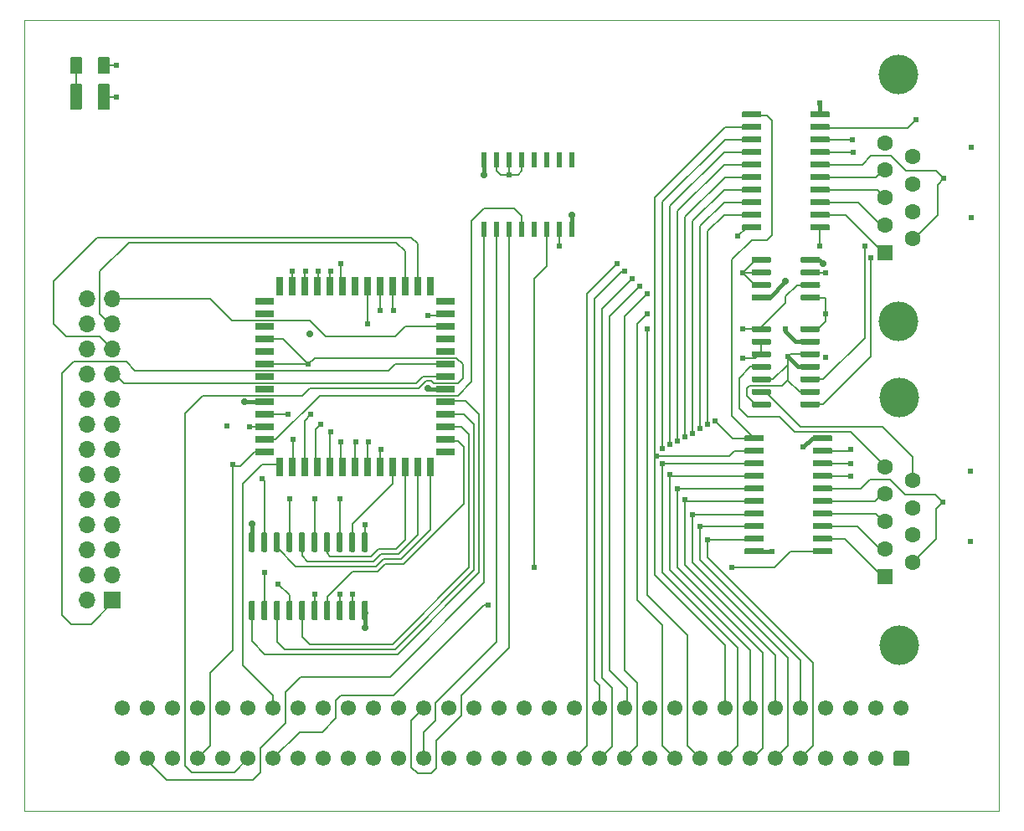
<source format=gbr>
G04 #@! TF.GenerationSoftware,KiCad,Pcbnew,5.1.5+dfsg1-2build2*
G04 #@! TF.CreationDate,2021-07-30T22:42:47+01:00*
G04 #@! TF.ProjectId,Printer+Sticks,5072696e-7465-4722-9b53-7469636b732e,rev?*
G04 #@! TF.SameCoordinates,Original*
G04 #@! TF.FileFunction,Copper,L1,Top*
G04 #@! TF.FilePolarity,Positive*
%FSLAX46Y46*%
G04 Gerber Fmt 4.6, Leading zero omitted, Abs format (unit mm)*
G04 Created by KiCad (PCBNEW 5.1.5+dfsg1-2build2) date 2021-07-30 22:42:47*
%MOMM*%
%LPD*%
G04 APERTURE LIST*
%ADD10C,0.050000*%
%ADD11C,1.550000*%
%ADD12C,0.100000*%
%ADD13O,1.700000X1.700000*%
%ADD14R,1.700000X1.700000*%
%ADD15R,0.700000X1.925000*%
%ADD16R,1.925000X0.700000*%
%ADD17R,0.600000X1.500000*%
%ADD18C,4.000000*%
%ADD19C,1.600000*%
%ADD20R,1.600000X1.600000*%
%ADD21C,0.609600*%
%ADD22C,0.711200*%
%ADD23C,0.203200*%
%ADD24C,0.406400*%
G04 APERTURE END LIST*
D10*
X155448000Y-109982000D02*
X155448000Y-189992000D01*
X56896000Y-109982000D02*
X155448000Y-109982000D01*
X56896000Y-189992000D02*
X56896000Y-109982000D01*
X155448000Y-189992000D02*
X56896000Y-189992000D01*
D11*
X66802000Y-179578000D03*
X69342000Y-179578000D03*
X71882000Y-179578000D03*
X74422000Y-179578000D03*
X76962000Y-179578000D03*
X79502000Y-179578000D03*
X82042000Y-179578000D03*
X84582000Y-179578000D03*
X87122000Y-179578000D03*
X89662000Y-179578000D03*
X92202000Y-179578000D03*
X94742000Y-179578000D03*
X97282000Y-179578000D03*
X99822000Y-179578000D03*
X102362000Y-179578000D03*
X104902000Y-179578000D03*
X107442000Y-179578000D03*
X109982000Y-179578000D03*
X112522000Y-179578000D03*
X115062000Y-179578000D03*
X117602000Y-179578000D03*
X120142000Y-179578000D03*
X122682000Y-179578000D03*
X125222000Y-179578000D03*
X127762000Y-179578000D03*
X130302000Y-179578000D03*
X132842000Y-179578000D03*
X135382000Y-179578000D03*
X137922000Y-179578000D03*
X140462000Y-179578000D03*
X143002000Y-179578000D03*
X145542000Y-179578000D03*
X66802000Y-184658000D03*
X69342000Y-184658000D03*
X71882000Y-184658000D03*
X74422000Y-184658000D03*
X76962000Y-184658000D03*
X79502000Y-184658000D03*
X82042000Y-184658000D03*
X84582000Y-184658000D03*
X87122000Y-184658000D03*
X89662000Y-184658000D03*
X92202000Y-184658000D03*
X94742000Y-184658000D03*
X97282000Y-184658000D03*
X99822000Y-184658000D03*
X102362000Y-184658000D03*
X104902000Y-184658000D03*
X107442000Y-184658000D03*
X109982000Y-184658000D03*
X112522000Y-184658000D03*
X115062000Y-184658000D03*
X117602000Y-184658000D03*
X120142000Y-184658000D03*
X122682000Y-184658000D03*
X125222000Y-184658000D03*
X127762000Y-184658000D03*
X130302000Y-184658000D03*
X132842000Y-184658000D03*
X135382000Y-184658000D03*
X137922000Y-184658000D03*
X140462000Y-184658000D03*
X143002000Y-184658000D03*
G04 #@! TA.AperFunction,ComponentPad*
D12*
G36*
X146091505Y-183884204D02*
G01*
X146115773Y-183887804D01*
X146139572Y-183893765D01*
X146162671Y-183902030D01*
X146184850Y-183912520D01*
X146205893Y-183925132D01*
X146225599Y-183939747D01*
X146243777Y-183956223D01*
X146260253Y-183974401D01*
X146274868Y-183994107D01*
X146287480Y-184015150D01*
X146297970Y-184037329D01*
X146306235Y-184060428D01*
X146312196Y-184084227D01*
X146315796Y-184108495D01*
X146317000Y-184132999D01*
X146317000Y-185183001D01*
X146315796Y-185207505D01*
X146312196Y-185231773D01*
X146306235Y-185255572D01*
X146297970Y-185278671D01*
X146287480Y-185300850D01*
X146274868Y-185321893D01*
X146260253Y-185341599D01*
X146243777Y-185359777D01*
X146225599Y-185376253D01*
X146205893Y-185390868D01*
X146184850Y-185403480D01*
X146162671Y-185413970D01*
X146139572Y-185422235D01*
X146115773Y-185428196D01*
X146091505Y-185431796D01*
X146067001Y-185433000D01*
X145016999Y-185433000D01*
X144992495Y-185431796D01*
X144968227Y-185428196D01*
X144944428Y-185422235D01*
X144921329Y-185413970D01*
X144899150Y-185403480D01*
X144878107Y-185390868D01*
X144858401Y-185376253D01*
X144840223Y-185359777D01*
X144823747Y-185341599D01*
X144809132Y-185321893D01*
X144796520Y-185300850D01*
X144786030Y-185278671D01*
X144777765Y-185255572D01*
X144771804Y-185231773D01*
X144768204Y-185207505D01*
X144767000Y-185183001D01*
X144767000Y-184132999D01*
X144768204Y-184108495D01*
X144771804Y-184084227D01*
X144777765Y-184060428D01*
X144786030Y-184037329D01*
X144796520Y-184015150D01*
X144809132Y-183994107D01*
X144823747Y-183974401D01*
X144840223Y-183956223D01*
X144858401Y-183939747D01*
X144878107Y-183925132D01*
X144899150Y-183912520D01*
X144921329Y-183902030D01*
X144944428Y-183893765D01*
X144968227Y-183887804D01*
X144992495Y-183884204D01*
X145016999Y-183883000D01*
X146067001Y-183883000D01*
X146091505Y-183884204D01*
G37*
G04 #@! TD.AperFunction*
D13*
X63246000Y-138176000D03*
X65786000Y-138176000D03*
X63246000Y-140716000D03*
X65786000Y-140716000D03*
X63246000Y-143256000D03*
X65786000Y-143256000D03*
X63246000Y-145796000D03*
X65786000Y-145796000D03*
X63246000Y-148336000D03*
X65786000Y-148336000D03*
X63246000Y-150876000D03*
X65786000Y-150876000D03*
X63246000Y-153416000D03*
X65786000Y-153416000D03*
X63246000Y-155956000D03*
X65786000Y-155956000D03*
X63246000Y-158496000D03*
X65786000Y-158496000D03*
X63246000Y-161036000D03*
X65786000Y-161036000D03*
X63246000Y-163576000D03*
X65786000Y-163576000D03*
X63246000Y-166116000D03*
X65786000Y-166116000D03*
X63246000Y-168656000D03*
D14*
X65786000Y-168656000D03*
G04 #@! TA.AperFunction,SMDPad,CuDef*
D12*
G36*
X91471703Y-168739722D02*
G01*
X91486264Y-168741882D01*
X91500543Y-168745459D01*
X91514403Y-168750418D01*
X91527710Y-168756712D01*
X91540336Y-168764280D01*
X91552159Y-168773048D01*
X91563066Y-168782934D01*
X91572952Y-168793841D01*
X91581720Y-168805664D01*
X91589288Y-168818290D01*
X91595582Y-168831597D01*
X91600541Y-168845457D01*
X91604118Y-168859736D01*
X91606278Y-168874297D01*
X91607000Y-168889000D01*
X91607000Y-170564000D01*
X91606278Y-170578703D01*
X91604118Y-170593264D01*
X91600541Y-170607543D01*
X91595582Y-170621403D01*
X91589288Y-170634710D01*
X91581720Y-170647336D01*
X91572952Y-170659159D01*
X91563066Y-170670066D01*
X91552159Y-170679952D01*
X91540336Y-170688720D01*
X91527710Y-170696288D01*
X91514403Y-170702582D01*
X91500543Y-170707541D01*
X91486264Y-170711118D01*
X91471703Y-170713278D01*
X91457000Y-170714000D01*
X91157000Y-170714000D01*
X91142297Y-170713278D01*
X91127736Y-170711118D01*
X91113457Y-170707541D01*
X91099597Y-170702582D01*
X91086290Y-170696288D01*
X91073664Y-170688720D01*
X91061841Y-170679952D01*
X91050934Y-170670066D01*
X91041048Y-170659159D01*
X91032280Y-170647336D01*
X91024712Y-170634710D01*
X91018418Y-170621403D01*
X91013459Y-170607543D01*
X91009882Y-170593264D01*
X91007722Y-170578703D01*
X91007000Y-170564000D01*
X91007000Y-168889000D01*
X91007722Y-168874297D01*
X91009882Y-168859736D01*
X91013459Y-168845457D01*
X91018418Y-168831597D01*
X91024712Y-168818290D01*
X91032280Y-168805664D01*
X91041048Y-168793841D01*
X91050934Y-168782934D01*
X91061841Y-168773048D01*
X91073664Y-168764280D01*
X91086290Y-168756712D01*
X91099597Y-168750418D01*
X91113457Y-168745459D01*
X91127736Y-168741882D01*
X91142297Y-168739722D01*
X91157000Y-168739000D01*
X91457000Y-168739000D01*
X91471703Y-168739722D01*
G37*
G04 #@! TD.AperFunction*
G04 #@! TA.AperFunction,SMDPad,CuDef*
G36*
X90201703Y-168739722D02*
G01*
X90216264Y-168741882D01*
X90230543Y-168745459D01*
X90244403Y-168750418D01*
X90257710Y-168756712D01*
X90270336Y-168764280D01*
X90282159Y-168773048D01*
X90293066Y-168782934D01*
X90302952Y-168793841D01*
X90311720Y-168805664D01*
X90319288Y-168818290D01*
X90325582Y-168831597D01*
X90330541Y-168845457D01*
X90334118Y-168859736D01*
X90336278Y-168874297D01*
X90337000Y-168889000D01*
X90337000Y-170564000D01*
X90336278Y-170578703D01*
X90334118Y-170593264D01*
X90330541Y-170607543D01*
X90325582Y-170621403D01*
X90319288Y-170634710D01*
X90311720Y-170647336D01*
X90302952Y-170659159D01*
X90293066Y-170670066D01*
X90282159Y-170679952D01*
X90270336Y-170688720D01*
X90257710Y-170696288D01*
X90244403Y-170702582D01*
X90230543Y-170707541D01*
X90216264Y-170711118D01*
X90201703Y-170713278D01*
X90187000Y-170714000D01*
X89887000Y-170714000D01*
X89872297Y-170713278D01*
X89857736Y-170711118D01*
X89843457Y-170707541D01*
X89829597Y-170702582D01*
X89816290Y-170696288D01*
X89803664Y-170688720D01*
X89791841Y-170679952D01*
X89780934Y-170670066D01*
X89771048Y-170659159D01*
X89762280Y-170647336D01*
X89754712Y-170634710D01*
X89748418Y-170621403D01*
X89743459Y-170607543D01*
X89739882Y-170593264D01*
X89737722Y-170578703D01*
X89737000Y-170564000D01*
X89737000Y-168889000D01*
X89737722Y-168874297D01*
X89739882Y-168859736D01*
X89743459Y-168845457D01*
X89748418Y-168831597D01*
X89754712Y-168818290D01*
X89762280Y-168805664D01*
X89771048Y-168793841D01*
X89780934Y-168782934D01*
X89791841Y-168773048D01*
X89803664Y-168764280D01*
X89816290Y-168756712D01*
X89829597Y-168750418D01*
X89843457Y-168745459D01*
X89857736Y-168741882D01*
X89872297Y-168739722D01*
X89887000Y-168739000D01*
X90187000Y-168739000D01*
X90201703Y-168739722D01*
G37*
G04 #@! TD.AperFunction*
G04 #@! TA.AperFunction,SMDPad,CuDef*
G36*
X88931703Y-168739722D02*
G01*
X88946264Y-168741882D01*
X88960543Y-168745459D01*
X88974403Y-168750418D01*
X88987710Y-168756712D01*
X89000336Y-168764280D01*
X89012159Y-168773048D01*
X89023066Y-168782934D01*
X89032952Y-168793841D01*
X89041720Y-168805664D01*
X89049288Y-168818290D01*
X89055582Y-168831597D01*
X89060541Y-168845457D01*
X89064118Y-168859736D01*
X89066278Y-168874297D01*
X89067000Y-168889000D01*
X89067000Y-170564000D01*
X89066278Y-170578703D01*
X89064118Y-170593264D01*
X89060541Y-170607543D01*
X89055582Y-170621403D01*
X89049288Y-170634710D01*
X89041720Y-170647336D01*
X89032952Y-170659159D01*
X89023066Y-170670066D01*
X89012159Y-170679952D01*
X89000336Y-170688720D01*
X88987710Y-170696288D01*
X88974403Y-170702582D01*
X88960543Y-170707541D01*
X88946264Y-170711118D01*
X88931703Y-170713278D01*
X88917000Y-170714000D01*
X88617000Y-170714000D01*
X88602297Y-170713278D01*
X88587736Y-170711118D01*
X88573457Y-170707541D01*
X88559597Y-170702582D01*
X88546290Y-170696288D01*
X88533664Y-170688720D01*
X88521841Y-170679952D01*
X88510934Y-170670066D01*
X88501048Y-170659159D01*
X88492280Y-170647336D01*
X88484712Y-170634710D01*
X88478418Y-170621403D01*
X88473459Y-170607543D01*
X88469882Y-170593264D01*
X88467722Y-170578703D01*
X88467000Y-170564000D01*
X88467000Y-168889000D01*
X88467722Y-168874297D01*
X88469882Y-168859736D01*
X88473459Y-168845457D01*
X88478418Y-168831597D01*
X88484712Y-168818290D01*
X88492280Y-168805664D01*
X88501048Y-168793841D01*
X88510934Y-168782934D01*
X88521841Y-168773048D01*
X88533664Y-168764280D01*
X88546290Y-168756712D01*
X88559597Y-168750418D01*
X88573457Y-168745459D01*
X88587736Y-168741882D01*
X88602297Y-168739722D01*
X88617000Y-168739000D01*
X88917000Y-168739000D01*
X88931703Y-168739722D01*
G37*
G04 #@! TD.AperFunction*
G04 #@! TA.AperFunction,SMDPad,CuDef*
G36*
X87661703Y-168739722D02*
G01*
X87676264Y-168741882D01*
X87690543Y-168745459D01*
X87704403Y-168750418D01*
X87717710Y-168756712D01*
X87730336Y-168764280D01*
X87742159Y-168773048D01*
X87753066Y-168782934D01*
X87762952Y-168793841D01*
X87771720Y-168805664D01*
X87779288Y-168818290D01*
X87785582Y-168831597D01*
X87790541Y-168845457D01*
X87794118Y-168859736D01*
X87796278Y-168874297D01*
X87797000Y-168889000D01*
X87797000Y-170564000D01*
X87796278Y-170578703D01*
X87794118Y-170593264D01*
X87790541Y-170607543D01*
X87785582Y-170621403D01*
X87779288Y-170634710D01*
X87771720Y-170647336D01*
X87762952Y-170659159D01*
X87753066Y-170670066D01*
X87742159Y-170679952D01*
X87730336Y-170688720D01*
X87717710Y-170696288D01*
X87704403Y-170702582D01*
X87690543Y-170707541D01*
X87676264Y-170711118D01*
X87661703Y-170713278D01*
X87647000Y-170714000D01*
X87347000Y-170714000D01*
X87332297Y-170713278D01*
X87317736Y-170711118D01*
X87303457Y-170707541D01*
X87289597Y-170702582D01*
X87276290Y-170696288D01*
X87263664Y-170688720D01*
X87251841Y-170679952D01*
X87240934Y-170670066D01*
X87231048Y-170659159D01*
X87222280Y-170647336D01*
X87214712Y-170634710D01*
X87208418Y-170621403D01*
X87203459Y-170607543D01*
X87199882Y-170593264D01*
X87197722Y-170578703D01*
X87197000Y-170564000D01*
X87197000Y-168889000D01*
X87197722Y-168874297D01*
X87199882Y-168859736D01*
X87203459Y-168845457D01*
X87208418Y-168831597D01*
X87214712Y-168818290D01*
X87222280Y-168805664D01*
X87231048Y-168793841D01*
X87240934Y-168782934D01*
X87251841Y-168773048D01*
X87263664Y-168764280D01*
X87276290Y-168756712D01*
X87289597Y-168750418D01*
X87303457Y-168745459D01*
X87317736Y-168741882D01*
X87332297Y-168739722D01*
X87347000Y-168739000D01*
X87647000Y-168739000D01*
X87661703Y-168739722D01*
G37*
G04 #@! TD.AperFunction*
G04 #@! TA.AperFunction,SMDPad,CuDef*
G36*
X86391703Y-168739722D02*
G01*
X86406264Y-168741882D01*
X86420543Y-168745459D01*
X86434403Y-168750418D01*
X86447710Y-168756712D01*
X86460336Y-168764280D01*
X86472159Y-168773048D01*
X86483066Y-168782934D01*
X86492952Y-168793841D01*
X86501720Y-168805664D01*
X86509288Y-168818290D01*
X86515582Y-168831597D01*
X86520541Y-168845457D01*
X86524118Y-168859736D01*
X86526278Y-168874297D01*
X86527000Y-168889000D01*
X86527000Y-170564000D01*
X86526278Y-170578703D01*
X86524118Y-170593264D01*
X86520541Y-170607543D01*
X86515582Y-170621403D01*
X86509288Y-170634710D01*
X86501720Y-170647336D01*
X86492952Y-170659159D01*
X86483066Y-170670066D01*
X86472159Y-170679952D01*
X86460336Y-170688720D01*
X86447710Y-170696288D01*
X86434403Y-170702582D01*
X86420543Y-170707541D01*
X86406264Y-170711118D01*
X86391703Y-170713278D01*
X86377000Y-170714000D01*
X86077000Y-170714000D01*
X86062297Y-170713278D01*
X86047736Y-170711118D01*
X86033457Y-170707541D01*
X86019597Y-170702582D01*
X86006290Y-170696288D01*
X85993664Y-170688720D01*
X85981841Y-170679952D01*
X85970934Y-170670066D01*
X85961048Y-170659159D01*
X85952280Y-170647336D01*
X85944712Y-170634710D01*
X85938418Y-170621403D01*
X85933459Y-170607543D01*
X85929882Y-170593264D01*
X85927722Y-170578703D01*
X85927000Y-170564000D01*
X85927000Y-168889000D01*
X85927722Y-168874297D01*
X85929882Y-168859736D01*
X85933459Y-168845457D01*
X85938418Y-168831597D01*
X85944712Y-168818290D01*
X85952280Y-168805664D01*
X85961048Y-168793841D01*
X85970934Y-168782934D01*
X85981841Y-168773048D01*
X85993664Y-168764280D01*
X86006290Y-168756712D01*
X86019597Y-168750418D01*
X86033457Y-168745459D01*
X86047736Y-168741882D01*
X86062297Y-168739722D01*
X86077000Y-168739000D01*
X86377000Y-168739000D01*
X86391703Y-168739722D01*
G37*
G04 #@! TD.AperFunction*
G04 #@! TA.AperFunction,SMDPad,CuDef*
G36*
X85121703Y-168739722D02*
G01*
X85136264Y-168741882D01*
X85150543Y-168745459D01*
X85164403Y-168750418D01*
X85177710Y-168756712D01*
X85190336Y-168764280D01*
X85202159Y-168773048D01*
X85213066Y-168782934D01*
X85222952Y-168793841D01*
X85231720Y-168805664D01*
X85239288Y-168818290D01*
X85245582Y-168831597D01*
X85250541Y-168845457D01*
X85254118Y-168859736D01*
X85256278Y-168874297D01*
X85257000Y-168889000D01*
X85257000Y-170564000D01*
X85256278Y-170578703D01*
X85254118Y-170593264D01*
X85250541Y-170607543D01*
X85245582Y-170621403D01*
X85239288Y-170634710D01*
X85231720Y-170647336D01*
X85222952Y-170659159D01*
X85213066Y-170670066D01*
X85202159Y-170679952D01*
X85190336Y-170688720D01*
X85177710Y-170696288D01*
X85164403Y-170702582D01*
X85150543Y-170707541D01*
X85136264Y-170711118D01*
X85121703Y-170713278D01*
X85107000Y-170714000D01*
X84807000Y-170714000D01*
X84792297Y-170713278D01*
X84777736Y-170711118D01*
X84763457Y-170707541D01*
X84749597Y-170702582D01*
X84736290Y-170696288D01*
X84723664Y-170688720D01*
X84711841Y-170679952D01*
X84700934Y-170670066D01*
X84691048Y-170659159D01*
X84682280Y-170647336D01*
X84674712Y-170634710D01*
X84668418Y-170621403D01*
X84663459Y-170607543D01*
X84659882Y-170593264D01*
X84657722Y-170578703D01*
X84657000Y-170564000D01*
X84657000Y-168889000D01*
X84657722Y-168874297D01*
X84659882Y-168859736D01*
X84663459Y-168845457D01*
X84668418Y-168831597D01*
X84674712Y-168818290D01*
X84682280Y-168805664D01*
X84691048Y-168793841D01*
X84700934Y-168782934D01*
X84711841Y-168773048D01*
X84723664Y-168764280D01*
X84736290Y-168756712D01*
X84749597Y-168750418D01*
X84763457Y-168745459D01*
X84777736Y-168741882D01*
X84792297Y-168739722D01*
X84807000Y-168739000D01*
X85107000Y-168739000D01*
X85121703Y-168739722D01*
G37*
G04 #@! TD.AperFunction*
G04 #@! TA.AperFunction,SMDPad,CuDef*
G36*
X83851703Y-168739722D02*
G01*
X83866264Y-168741882D01*
X83880543Y-168745459D01*
X83894403Y-168750418D01*
X83907710Y-168756712D01*
X83920336Y-168764280D01*
X83932159Y-168773048D01*
X83943066Y-168782934D01*
X83952952Y-168793841D01*
X83961720Y-168805664D01*
X83969288Y-168818290D01*
X83975582Y-168831597D01*
X83980541Y-168845457D01*
X83984118Y-168859736D01*
X83986278Y-168874297D01*
X83987000Y-168889000D01*
X83987000Y-170564000D01*
X83986278Y-170578703D01*
X83984118Y-170593264D01*
X83980541Y-170607543D01*
X83975582Y-170621403D01*
X83969288Y-170634710D01*
X83961720Y-170647336D01*
X83952952Y-170659159D01*
X83943066Y-170670066D01*
X83932159Y-170679952D01*
X83920336Y-170688720D01*
X83907710Y-170696288D01*
X83894403Y-170702582D01*
X83880543Y-170707541D01*
X83866264Y-170711118D01*
X83851703Y-170713278D01*
X83837000Y-170714000D01*
X83537000Y-170714000D01*
X83522297Y-170713278D01*
X83507736Y-170711118D01*
X83493457Y-170707541D01*
X83479597Y-170702582D01*
X83466290Y-170696288D01*
X83453664Y-170688720D01*
X83441841Y-170679952D01*
X83430934Y-170670066D01*
X83421048Y-170659159D01*
X83412280Y-170647336D01*
X83404712Y-170634710D01*
X83398418Y-170621403D01*
X83393459Y-170607543D01*
X83389882Y-170593264D01*
X83387722Y-170578703D01*
X83387000Y-170564000D01*
X83387000Y-168889000D01*
X83387722Y-168874297D01*
X83389882Y-168859736D01*
X83393459Y-168845457D01*
X83398418Y-168831597D01*
X83404712Y-168818290D01*
X83412280Y-168805664D01*
X83421048Y-168793841D01*
X83430934Y-168782934D01*
X83441841Y-168773048D01*
X83453664Y-168764280D01*
X83466290Y-168756712D01*
X83479597Y-168750418D01*
X83493457Y-168745459D01*
X83507736Y-168741882D01*
X83522297Y-168739722D01*
X83537000Y-168739000D01*
X83837000Y-168739000D01*
X83851703Y-168739722D01*
G37*
G04 #@! TD.AperFunction*
G04 #@! TA.AperFunction,SMDPad,CuDef*
G36*
X82581703Y-168739722D02*
G01*
X82596264Y-168741882D01*
X82610543Y-168745459D01*
X82624403Y-168750418D01*
X82637710Y-168756712D01*
X82650336Y-168764280D01*
X82662159Y-168773048D01*
X82673066Y-168782934D01*
X82682952Y-168793841D01*
X82691720Y-168805664D01*
X82699288Y-168818290D01*
X82705582Y-168831597D01*
X82710541Y-168845457D01*
X82714118Y-168859736D01*
X82716278Y-168874297D01*
X82717000Y-168889000D01*
X82717000Y-170564000D01*
X82716278Y-170578703D01*
X82714118Y-170593264D01*
X82710541Y-170607543D01*
X82705582Y-170621403D01*
X82699288Y-170634710D01*
X82691720Y-170647336D01*
X82682952Y-170659159D01*
X82673066Y-170670066D01*
X82662159Y-170679952D01*
X82650336Y-170688720D01*
X82637710Y-170696288D01*
X82624403Y-170702582D01*
X82610543Y-170707541D01*
X82596264Y-170711118D01*
X82581703Y-170713278D01*
X82567000Y-170714000D01*
X82267000Y-170714000D01*
X82252297Y-170713278D01*
X82237736Y-170711118D01*
X82223457Y-170707541D01*
X82209597Y-170702582D01*
X82196290Y-170696288D01*
X82183664Y-170688720D01*
X82171841Y-170679952D01*
X82160934Y-170670066D01*
X82151048Y-170659159D01*
X82142280Y-170647336D01*
X82134712Y-170634710D01*
X82128418Y-170621403D01*
X82123459Y-170607543D01*
X82119882Y-170593264D01*
X82117722Y-170578703D01*
X82117000Y-170564000D01*
X82117000Y-168889000D01*
X82117722Y-168874297D01*
X82119882Y-168859736D01*
X82123459Y-168845457D01*
X82128418Y-168831597D01*
X82134712Y-168818290D01*
X82142280Y-168805664D01*
X82151048Y-168793841D01*
X82160934Y-168782934D01*
X82171841Y-168773048D01*
X82183664Y-168764280D01*
X82196290Y-168756712D01*
X82209597Y-168750418D01*
X82223457Y-168745459D01*
X82237736Y-168741882D01*
X82252297Y-168739722D01*
X82267000Y-168739000D01*
X82567000Y-168739000D01*
X82581703Y-168739722D01*
G37*
G04 #@! TD.AperFunction*
G04 #@! TA.AperFunction,SMDPad,CuDef*
G36*
X81311703Y-168739722D02*
G01*
X81326264Y-168741882D01*
X81340543Y-168745459D01*
X81354403Y-168750418D01*
X81367710Y-168756712D01*
X81380336Y-168764280D01*
X81392159Y-168773048D01*
X81403066Y-168782934D01*
X81412952Y-168793841D01*
X81421720Y-168805664D01*
X81429288Y-168818290D01*
X81435582Y-168831597D01*
X81440541Y-168845457D01*
X81444118Y-168859736D01*
X81446278Y-168874297D01*
X81447000Y-168889000D01*
X81447000Y-170564000D01*
X81446278Y-170578703D01*
X81444118Y-170593264D01*
X81440541Y-170607543D01*
X81435582Y-170621403D01*
X81429288Y-170634710D01*
X81421720Y-170647336D01*
X81412952Y-170659159D01*
X81403066Y-170670066D01*
X81392159Y-170679952D01*
X81380336Y-170688720D01*
X81367710Y-170696288D01*
X81354403Y-170702582D01*
X81340543Y-170707541D01*
X81326264Y-170711118D01*
X81311703Y-170713278D01*
X81297000Y-170714000D01*
X80997000Y-170714000D01*
X80982297Y-170713278D01*
X80967736Y-170711118D01*
X80953457Y-170707541D01*
X80939597Y-170702582D01*
X80926290Y-170696288D01*
X80913664Y-170688720D01*
X80901841Y-170679952D01*
X80890934Y-170670066D01*
X80881048Y-170659159D01*
X80872280Y-170647336D01*
X80864712Y-170634710D01*
X80858418Y-170621403D01*
X80853459Y-170607543D01*
X80849882Y-170593264D01*
X80847722Y-170578703D01*
X80847000Y-170564000D01*
X80847000Y-168889000D01*
X80847722Y-168874297D01*
X80849882Y-168859736D01*
X80853459Y-168845457D01*
X80858418Y-168831597D01*
X80864712Y-168818290D01*
X80872280Y-168805664D01*
X80881048Y-168793841D01*
X80890934Y-168782934D01*
X80901841Y-168773048D01*
X80913664Y-168764280D01*
X80926290Y-168756712D01*
X80939597Y-168750418D01*
X80953457Y-168745459D01*
X80967736Y-168741882D01*
X80982297Y-168739722D01*
X80997000Y-168739000D01*
X81297000Y-168739000D01*
X81311703Y-168739722D01*
G37*
G04 #@! TD.AperFunction*
G04 #@! TA.AperFunction,SMDPad,CuDef*
G36*
X80041703Y-168739722D02*
G01*
X80056264Y-168741882D01*
X80070543Y-168745459D01*
X80084403Y-168750418D01*
X80097710Y-168756712D01*
X80110336Y-168764280D01*
X80122159Y-168773048D01*
X80133066Y-168782934D01*
X80142952Y-168793841D01*
X80151720Y-168805664D01*
X80159288Y-168818290D01*
X80165582Y-168831597D01*
X80170541Y-168845457D01*
X80174118Y-168859736D01*
X80176278Y-168874297D01*
X80177000Y-168889000D01*
X80177000Y-170564000D01*
X80176278Y-170578703D01*
X80174118Y-170593264D01*
X80170541Y-170607543D01*
X80165582Y-170621403D01*
X80159288Y-170634710D01*
X80151720Y-170647336D01*
X80142952Y-170659159D01*
X80133066Y-170670066D01*
X80122159Y-170679952D01*
X80110336Y-170688720D01*
X80097710Y-170696288D01*
X80084403Y-170702582D01*
X80070543Y-170707541D01*
X80056264Y-170711118D01*
X80041703Y-170713278D01*
X80027000Y-170714000D01*
X79727000Y-170714000D01*
X79712297Y-170713278D01*
X79697736Y-170711118D01*
X79683457Y-170707541D01*
X79669597Y-170702582D01*
X79656290Y-170696288D01*
X79643664Y-170688720D01*
X79631841Y-170679952D01*
X79620934Y-170670066D01*
X79611048Y-170659159D01*
X79602280Y-170647336D01*
X79594712Y-170634710D01*
X79588418Y-170621403D01*
X79583459Y-170607543D01*
X79579882Y-170593264D01*
X79577722Y-170578703D01*
X79577000Y-170564000D01*
X79577000Y-168889000D01*
X79577722Y-168874297D01*
X79579882Y-168859736D01*
X79583459Y-168845457D01*
X79588418Y-168831597D01*
X79594712Y-168818290D01*
X79602280Y-168805664D01*
X79611048Y-168793841D01*
X79620934Y-168782934D01*
X79631841Y-168773048D01*
X79643664Y-168764280D01*
X79656290Y-168756712D01*
X79669597Y-168750418D01*
X79683457Y-168745459D01*
X79697736Y-168741882D01*
X79712297Y-168739722D01*
X79727000Y-168739000D01*
X80027000Y-168739000D01*
X80041703Y-168739722D01*
G37*
G04 #@! TD.AperFunction*
G04 #@! TA.AperFunction,SMDPad,CuDef*
G36*
X80041703Y-161814722D02*
G01*
X80056264Y-161816882D01*
X80070543Y-161820459D01*
X80084403Y-161825418D01*
X80097710Y-161831712D01*
X80110336Y-161839280D01*
X80122159Y-161848048D01*
X80133066Y-161857934D01*
X80142952Y-161868841D01*
X80151720Y-161880664D01*
X80159288Y-161893290D01*
X80165582Y-161906597D01*
X80170541Y-161920457D01*
X80174118Y-161934736D01*
X80176278Y-161949297D01*
X80177000Y-161964000D01*
X80177000Y-163639000D01*
X80176278Y-163653703D01*
X80174118Y-163668264D01*
X80170541Y-163682543D01*
X80165582Y-163696403D01*
X80159288Y-163709710D01*
X80151720Y-163722336D01*
X80142952Y-163734159D01*
X80133066Y-163745066D01*
X80122159Y-163754952D01*
X80110336Y-163763720D01*
X80097710Y-163771288D01*
X80084403Y-163777582D01*
X80070543Y-163782541D01*
X80056264Y-163786118D01*
X80041703Y-163788278D01*
X80027000Y-163789000D01*
X79727000Y-163789000D01*
X79712297Y-163788278D01*
X79697736Y-163786118D01*
X79683457Y-163782541D01*
X79669597Y-163777582D01*
X79656290Y-163771288D01*
X79643664Y-163763720D01*
X79631841Y-163754952D01*
X79620934Y-163745066D01*
X79611048Y-163734159D01*
X79602280Y-163722336D01*
X79594712Y-163709710D01*
X79588418Y-163696403D01*
X79583459Y-163682543D01*
X79579882Y-163668264D01*
X79577722Y-163653703D01*
X79577000Y-163639000D01*
X79577000Y-161964000D01*
X79577722Y-161949297D01*
X79579882Y-161934736D01*
X79583459Y-161920457D01*
X79588418Y-161906597D01*
X79594712Y-161893290D01*
X79602280Y-161880664D01*
X79611048Y-161868841D01*
X79620934Y-161857934D01*
X79631841Y-161848048D01*
X79643664Y-161839280D01*
X79656290Y-161831712D01*
X79669597Y-161825418D01*
X79683457Y-161820459D01*
X79697736Y-161816882D01*
X79712297Y-161814722D01*
X79727000Y-161814000D01*
X80027000Y-161814000D01*
X80041703Y-161814722D01*
G37*
G04 #@! TD.AperFunction*
G04 #@! TA.AperFunction,SMDPad,CuDef*
G36*
X81311703Y-161814722D02*
G01*
X81326264Y-161816882D01*
X81340543Y-161820459D01*
X81354403Y-161825418D01*
X81367710Y-161831712D01*
X81380336Y-161839280D01*
X81392159Y-161848048D01*
X81403066Y-161857934D01*
X81412952Y-161868841D01*
X81421720Y-161880664D01*
X81429288Y-161893290D01*
X81435582Y-161906597D01*
X81440541Y-161920457D01*
X81444118Y-161934736D01*
X81446278Y-161949297D01*
X81447000Y-161964000D01*
X81447000Y-163639000D01*
X81446278Y-163653703D01*
X81444118Y-163668264D01*
X81440541Y-163682543D01*
X81435582Y-163696403D01*
X81429288Y-163709710D01*
X81421720Y-163722336D01*
X81412952Y-163734159D01*
X81403066Y-163745066D01*
X81392159Y-163754952D01*
X81380336Y-163763720D01*
X81367710Y-163771288D01*
X81354403Y-163777582D01*
X81340543Y-163782541D01*
X81326264Y-163786118D01*
X81311703Y-163788278D01*
X81297000Y-163789000D01*
X80997000Y-163789000D01*
X80982297Y-163788278D01*
X80967736Y-163786118D01*
X80953457Y-163782541D01*
X80939597Y-163777582D01*
X80926290Y-163771288D01*
X80913664Y-163763720D01*
X80901841Y-163754952D01*
X80890934Y-163745066D01*
X80881048Y-163734159D01*
X80872280Y-163722336D01*
X80864712Y-163709710D01*
X80858418Y-163696403D01*
X80853459Y-163682543D01*
X80849882Y-163668264D01*
X80847722Y-163653703D01*
X80847000Y-163639000D01*
X80847000Y-161964000D01*
X80847722Y-161949297D01*
X80849882Y-161934736D01*
X80853459Y-161920457D01*
X80858418Y-161906597D01*
X80864712Y-161893290D01*
X80872280Y-161880664D01*
X80881048Y-161868841D01*
X80890934Y-161857934D01*
X80901841Y-161848048D01*
X80913664Y-161839280D01*
X80926290Y-161831712D01*
X80939597Y-161825418D01*
X80953457Y-161820459D01*
X80967736Y-161816882D01*
X80982297Y-161814722D01*
X80997000Y-161814000D01*
X81297000Y-161814000D01*
X81311703Y-161814722D01*
G37*
G04 #@! TD.AperFunction*
G04 #@! TA.AperFunction,SMDPad,CuDef*
G36*
X82581703Y-161814722D02*
G01*
X82596264Y-161816882D01*
X82610543Y-161820459D01*
X82624403Y-161825418D01*
X82637710Y-161831712D01*
X82650336Y-161839280D01*
X82662159Y-161848048D01*
X82673066Y-161857934D01*
X82682952Y-161868841D01*
X82691720Y-161880664D01*
X82699288Y-161893290D01*
X82705582Y-161906597D01*
X82710541Y-161920457D01*
X82714118Y-161934736D01*
X82716278Y-161949297D01*
X82717000Y-161964000D01*
X82717000Y-163639000D01*
X82716278Y-163653703D01*
X82714118Y-163668264D01*
X82710541Y-163682543D01*
X82705582Y-163696403D01*
X82699288Y-163709710D01*
X82691720Y-163722336D01*
X82682952Y-163734159D01*
X82673066Y-163745066D01*
X82662159Y-163754952D01*
X82650336Y-163763720D01*
X82637710Y-163771288D01*
X82624403Y-163777582D01*
X82610543Y-163782541D01*
X82596264Y-163786118D01*
X82581703Y-163788278D01*
X82567000Y-163789000D01*
X82267000Y-163789000D01*
X82252297Y-163788278D01*
X82237736Y-163786118D01*
X82223457Y-163782541D01*
X82209597Y-163777582D01*
X82196290Y-163771288D01*
X82183664Y-163763720D01*
X82171841Y-163754952D01*
X82160934Y-163745066D01*
X82151048Y-163734159D01*
X82142280Y-163722336D01*
X82134712Y-163709710D01*
X82128418Y-163696403D01*
X82123459Y-163682543D01*
X82119882Y-163668264D01*
X82117722Y-163653703D01*
X82117000Y-163639000D01*
X82117000Y-161964000D01*
X82117722Y-161949297D01*
X82119882Y-161934736D01*
X82123459Y-161920457D01*
X82128418Y-161906597D01*
X82134712Y-161893290D01*
X82142280Y-161880664D01*
X82151048Y-161868841D01*
X82160934Y-161857934D01*
X82171841Y-161848048D01*
X82183664Y-161839280D01*
X82196290Y-161831712D01*
X82209597Y-161825418D01*
X82223457Y-161820459D01*
X82237736Y-161816882D01*
X82252297Y-161814722D01*
X82267000Y-161814000D01*
X82567000Y-161814000D01*
X82581703Y-161814722D01*
G37*
G04 #@! TD.AperFunction*
G04 #@! TA.AperFunction,SMDPad,CuDef*
G36*
X83851703Y-161814722D02*
G01*
X83866264Y-161816882D01*
X83880543Y-161820459D01*
X83894403Y-161825418D01*
X83907710Y-161831712D01*
X83920336Y-161839280D01*
X83932159Y-161848048D01*
X83943066Y-161857934D01*
X83952952Y-161868841D01*
X83961720Y-161880664D01*
X83969288Y-161893290D01*
X83975582Y-161906597D01*
X83980541Y-161920457D01*
X83984118Y-161934736D01*
X83986278Y-161949297D01*
X83987000Y-161964000D01*
X83987000Y-163639000D01*
X83986278Y-163653703D01*
X83984118Y-163668264D01*
X83980541Y-163682543D01*
X83975582Y-163696403D01*
X83969288Y-163709710D01*
X83961720Y-163722336D01*
X83952952Y-163734159D01*
X83943066Y-163745066D01*
X83932159Y-163754952D01*
X83920336Y-163763720D01*
X83907710Y-163771288D01*
X83894403Y-163777582D01*
X83880543Y-163782541D01*
X83866264Y-163786118D01*
X83851703Y-163788278D01*
X83837000Y-163789000D01*
X83537000Y-163789000D01*
X83522297Y-163788278D01*
X83507736Y-163786118D01*
X83493457Y-163782541D01*
X83479597Y-163777582D01*
X83466290Y-163771288D01*
X83453664Y-163763720D01*
X83441841Y-163754952D01*
X83430934Y-163745066D01*
X83421048Y-163734159D01*
X83412280Y-163722336D01*
X83404712Y-163709710D01*
X83398418Y-163696403D01*
X83393459Y-163682543D01*
X83389882Y-163668264D01*
X83387722Y-163653703D01*
X83387000Y-163639000D01*
X83387000Y-161964000D01*
X83387722Y-161949297D01*
X83389882Y-161934736D01*
X83393459Y-161920457D01*
X83398418Y-161906597D01*
X83404712Y-161893290D01*
X83412280Y-161880664D01*
X83421048Y-161868841D01*
X83430934Y-161857934D01*
X83441841Y-161848048D01*
X83453664Y-161839280D01*
X83466290Y-161831712D01*
X83479597Y-161825418D01*
X83493457Y-161820459D01*
X83507736Y-161816882D01*
X83522297Y-161814722D01*
X83537000Y-161814000D01*
X83837000Y-161814000D01*
X83851703Y-161814722D01*
G37*
G04 #@! TD.AperFunction*
G04 #@! TA.AperFunction,SMDPad,CuDef*
G36*
X85121703Y-161814722D02*
G01*
X85136264Y-161816882D01*
X85150543Y-161820459D01*
X85164403Y-161825418D01*
X85177710Y-161831712D01*
X85190336Y-161839280D01*
X85202159Y-161848048D01*
X85213066Y-161857934D01*
X85222952Y-161868841D01*
X85231720Y-161880664D01*
X85239288Y-161893290D01*
X85245582Y-161906597D01*
X85250541Y-161920457D01*
X85254118Y-161934736D01*
X85256278Y-161949297D01*
X85257000Y-161964000D01*
X85257000Y-163639000D01*
X85256278Y-163653703D01*
X85254118Y-163668264D01*
X85250541Y-163682543D01*
X85245582Y-163696403D01*
X85239288Y-163709710D01*
X85231720Y-163722336D01*
X85222952Y-163734159D01*
X85213066Y-163745066D01*
X85202159Y-163754952D01*
X85190336Y-163763720D01*
X85177710Y-163771288D01*
X85164403Y-163777582D01*
X85150543Y-163782541D01*
X85136264Y-163786118D01*
X85121703Y-163788278D01*
X85107000Y-163789000D01*
X84807000Y-163789000D01*
X84792297Y-163788278D01*
X84777736Y-163786118D01*
X84763457Y-163782541D01*
X84749597Y-163777582D01*
X84736290Y-163771288D01*
X84723664Y-163763720D01*
X84711841Y-163754952D01*
X84700934Y-163745066D01*
X84691048Y-163734159D01*
X84682280Y-163722336D01*
X84674712Y-163709710D01*
X84668418Y-163696403D01*
X84663459Y-163682543D01*
X84659882Y-163668264D01*
X84657722Y-163653703D01*
X84657000Y-163639000D01*
X84657000Y-161964000D01*
X84657722Y-161949297D01*
X84659882Y-161934736D01*
X84663459Y-161920457D01*
X84668418Y-161906597D01*
X84674712Y-161893290D01*
X84682280Y-161880664D01*
X84691048Y-161868841D01*
X84700934Y-161857934D01*
X84711841Y-161848048D01*
X84723664Y-161839280D01*
X84736290Y-161831712D01*
X84749597Y-161825418D01*
X84763457Y-161820459D01*
X84777736Y-161816882D01*
X84792297Y-161814722D01*
X84807000Y-161814000D01*
X85107000Y-161814000D01*
X85121703Y-161814722D01*
G37*
G04 #@! TD.AperFunction*
G04 #@! TA.AperFunction,SMDPad,CuDef*
G36*
X86391703Y-161814722D02*
G01*
X86406264Y-161816882D01*
X86420543Y-161820459D01*
X86434403Y-161825418D01*
X86447710Y-161831712D01*
X86460336Y-161839280D01*
X86472159Y-161848048D01*
X86483066Y-161857934D01*
X86492952Y-161868841D01*
X86501720Y-161880664D01*
X86509288Y-161893290D01*
X86515582Y-161906597D01*
X86520541Y-161920457D01*
X86524118Y-161934736D01*
X86526278Y-161949297D01*
X86527000Y-161964000D01*
X86527000Y-163639000D01*
X86526278Y-163653703D01*
X86524118Y-163668264D01*
X86520541Y-163682543D01*
X86515582Y-163696403D01*
X86509288Y-163709710D01*
X86501720Y-163722336D01*
X86492952Y-163734159D01*
X86483066Y-163745066D01*
X86472159Y-163754952D01*
X86460336Y-163763720D01*
X86447710Y-163771288D01*
X86434403Y-163777582D01*
X86420543Y-163782541D01*
X86406264Y-163786118D01*
X86391703Y-163788278D01*
X86377000Y-163789000D01*
X86077000Y-163789000D01*
X86062297Y-163788278D01*
X86047736Y-163786118D01*
X86033457Y-163782541D01*
X86019597Y-163777582D01*
X86006290Y-163771288D01*
X85993664Y-163763720D01*
X85981841Y-163754952D01*
X85970934Y-163745066D01*
X85961048Y-163734159D01*
X85952280Y-163722336D01*
X85944712Y-163709710D01*
X85938418Y-163696403D01*
X85933459Y-163682543D01*
X85929882Y-163668264D01*
X85927722Y-163653703D01*
X85927000Y-163639000D01*
X85927000Y-161964000D01*
X85927722Y-161949297D01*
X85929882Y-161934736D01*
X85933459Y-161920457D01*
X85938418Y-161906597D01*
X85944712Y-161893290D01*
X85952280Y-161880664D01*
X85961048Y-161868841D01*
X85970934Y-161857934D01*
X85981841Y-161848048D01*
X85993664Y-161839280D01*
X86006290Y-161831712D01*
X86019597Y-161825418D01*
X86033457Y-161820459D01*
X86047736Y-161816882D01*
X86062297Y-161814722D01*
X86077000Y-161814000D01*
X86377000Y-161814000D01*
X86391703Y-161814722D01*
G37*
G04 #@! TD.AperFunction*
G04 #@! TA.AperFunction,SMDPad,CuDef*
G36*
X87661703Y-161814722D02*
G01*
X87676264Y-161816882D01*
X87690543Y-161820459D01*
X87704403Y-161825418D01*
X87717710Y-161831712D01*
X87730336Y-161839280D01*
X87742159Y-161848048D01*
X87753066Y-161857934D01*
X87762952Y-161868841D01*
X87771720Y-161880664D01*
X87779288Y-161893290D01*
X87785582Y-161906597D01*
X87790541Y-161920457D01*
X87794118Y-161934736D01*
X87796278Y-161949297D01*
X87797000Y-161964000D01*
X87797000Y-163639000D01*
X87796278Y-163653703D01*
X87794118Y-163668264D01*
X87790541Y-163682543D01*
X87785582Y-163696403D01*
X87779288Y-163709710D01*
X87771720Y-163722336D01*
X87762952Y-163734159D01*
X87753066Y-163745066D01*
X87742159Y-163754952D01*
X87730336Y-163763720D01*
X87717710Y-163771288D01*
X87704403Y-163777582D01*
X87690543Y-163782541D01*
X87676264Y-163786118D01*
X87661703Y-163788278D01*
X87647000Y-163789000D01*
X87347000Y-163789000D01*
X87332297Y-163788278D01*
X87317736Y-163786118D01*
X87303457Y-163782541D01*
X87289597Y-163777582D01*
X87276290Y-163771288D01*
X87263664Y-163763720D01*
X87251841Y-163754952D01*
X87240934Y-163745066D01*
X87231048Y-163734159D01*
X87222280Y-163722336D01*
X87214712Y-163709710D01*
X87208418Y-163696403D01*
X87203459Y-163682543D01*
X87199882Y-163668264D01*
X87197722Y-163653703D01*
X87197000Y-163639000D01*
X87197000Y-161964000D01*
X87197722Y-161949297D01*
X87199882Y-161934736D01*
X87203459Y-161920457D01*
X87208418Y-161906597D01*
X87214712Y-161893290D01*
X87222280Y-161880664D01*
X87231048Y-161868841D01*
X87240934Y-161857934D01*
X87251841Y-161848048D01*
X87263664Y-161839280D01*
X87276290Y-161831712D01*
X87289597Y-161825418D01*
X87303457Y-161820459D01*
X87317736Y-161816882D01*
X87332297Y-161814722D01*
X87347000Y-161814000D01*
X87647000Y-161814000D01*
X87661703Y-161814722D01*
G37*
G04 #@! TD.AperFunction*
G04 #@! TA.AperFunction,SMDPad,CuDef*
G36*
X88931703Y-161814722D02*
G01*
X88946264Y-161816882D01*
X88960543Y-161820459D01*
X88974403Y-161825418D01*
X88987710Y-161831712D01*
X89000336Y-161839280D01*
X89012159Y-161848048D01*
X89023066Y-161857934D01*
X89032952Y-161868841D01*
X89041720Y-161880664D01*
X89049288Y-161893290D01*
X89055582Y-161906597D01*
X89060541Y-161920457D01*
X89064118Y-161934736D01*
X89066278Y-161949297D01*
X89067000Y-161964000D01*
X89067000Y-163639000D01*
X89066278Y-163653703D01*
X89064118Y-163668264D01*
X89060541Y-163682543D01*
X89055582Y-163696403D01*
X89049288Y-163709710D01*
X89041720Y-163722336D01*
X89032952Y-163734159D01*
X89023066Y-163745066D01*
X89012159Y-163754952D01*
X89000336Y-163763720D01*
X88987710Y-163771288D01*
X88974403Y-163777582D01*
X88960543Y-163782541D01*
X88946264Y-163786118D01*
X88931703Y-163788278D01*
X88917000Y-163789000D01*
X88617000Y-163789000D01*
X88602297Y-163788278D01*
X88587736Y-163786118D01*
X88573457Y-163782541D01*
X88559597Y-163777582D01*
X88546290Y-163771288D01*
X88533664Y-163763720D01*
X88521841Y-163754952D01*
X88510934Y-163745066D01*
X88501048Y-163734159D01*
X88492280Y-163722336D01*
X88484712Y-163709710D01*
X88478418Y-163696403D01*
X88473459Y-163682543D01*
X88469882Y-163668264D01*
X88467722Y-163653703D01*
X88467000Y-163639000D01*
X88467000Y-161964000D01*
X88467722Y-161949297D01*
X88469882Y-161934736D01*
X88473459Y-161920457D01*
X88478418Y-161906597D01*
X88484712Y-161893290D01*
X88492280Y-161880664D01*
X88501048Y-161868841D01*
X88510934Y-161857934D01*
X88521841Y-161848048D01*
X88533664Y-161839280D01*
X88546290Y-161831712D01*
X88559597Y-161825418D01*
X88573457Y-161820459D01*
X88587736Y-161816882D01*
X88602297Y-161814722D01*
X88617000Y-161814000D01*
X88917000Y-161814000D01*
X88931703Y-161814722D01*
G37*
G04 #@! TD.AperFunction*
G04 #@! TA.AperFunction,SMDPad,CuDef*
G36*
X90201703Y-161814722D02*
G01*
X90216264Y-161816882D01*
X90230543Y-161820459D01*
X90244403Y-161825418D01*
X90257710Y-161831712D01*
X90270336Y-161839280D01*
X90282159Y-161848048D01*
X90293066Y-161857934D01*
X90302952Y-161868841D01*
X90311720Y-161880664D01*
X90319288Y-161893290D01*
X90325582Y-161906597D01*
X90330541Y-161920457D01*
X90334118Y-161934736D01*
X90336278Y-161949297D01*
X90337000Y-161964000D01*
X90337000Y-163639000D01*
X90336278Y-163653703D01*
X90334118Y-163668264D01*
X90330541Y-163682543D01*
X90325582Y-163696403D01*
X90319288Y-163709710D01*
X90311720Y-163722336D01*
X90302952Y-163734159D01*
X90293066Y-163745066D01*
X90282159Y-163754952D01*
X90270336Y-163763720D01*
X90257710Y-163771288D01*
X90244403Y-163777582D01*
X90230543Y-163782541D01*
X90216264Y-163786118D01*
X90201703Y-163788278D01*
X90187000Y-163789000D01*
X89887000Y-163789000D01*
X89872297Y-163788278D01*
X89857736Y-163786118D01*
X89843457Y-163782541D01*
X89829597Y-163777582D01*
X89816290Y-163771288D01*
X89803664Y-163763720D01*
X89791841Y-163754952D01*
X89780934Y-163745066D01*
X89771048Y-163734159D01*
X89762280Y-163722336D01*
X89754712Y-163709710D01*
X89748418Y-163696403D01*
X89743459Y-163682543D01*
X89739882Y-163668264D01*
X89737722Y-163653703D01*
X89737000Y-163639000D01*
X89737000Y-161964000D01*
X89737722Y-161949297D01*
X89739882Y-161934736D01*
X89743459Y-161920457D01*
X89748418Y-161906597D01*
X89754712Y-161893290D01*
X89762280Y-161880664D01*
X89771048Y-161868841D01*
X89780934Y-161857934D01*
X89791841Y-161848048D01*
X89803664Y-161839280D01*
X89816290Y-161831712D01*
X89829597Y-161825418D01*
X89843457Y-161820459D01*
X89857736Y-161816882D01*
X89872297Y-161814722D01*
X89887000Y-161814000D01*
X90187000Y-161814000D01*
X90201703Y-161814722D01*
G37*
G04 #@! TD.AperFunction*
G04 #@! TA.AperFunction,SMDPad,CuDef*
G36*
X91471703Y-161814722D02*
G01*
X91486264Y-161816882D01*
X91500543Y-161820459D01*
X91514403Y-161825418D01*
X91527710Y-161831712D01*
X91540336Y-161839280D01*
X91552159Y-161848048D01*
X91563066Y-161857934D01*
X91572952Y-161868841D01*
X91581720Y-161880664D01*
X91589288Y-161893290D01*
X91595582Y-161906597D01*
X91600541Y-161920457D01*
X91604118Y-161934736D01*
X91606278Y-161949297D01*
X91607000Y-161964000D01*
X91607000Y-163639000D01*
X91606278Y-163653703D01*
X91604118Y-163668264D01*
X91600541Y-163682543D01*
X91595582Y-163696403D01*
X91589288Y-163709710D01*
X91581720Y-163722336D01*
X91572952Y-163734159D01*
X91563066Y-163745066D01*
X91552159Y-163754952D01*
X91540336Y-163763720D01*
X91527710Y-163771288D01*
X91514403Y-163777582D01*
X91500543Y-163782541D01*
X91486264Y-163786118D01*
X91471703Y-163788278D01*
X91457000Y-163789000D01*
X91157000Y-163789000D01*
X91142297Y-163788278D01*
X91127736Y-163786118D01*
X91113457Y-163782541D01*
X91099597Y-163777582D01*
X91086290Y-163771288D01*
X91073664Y-163763720D01*
X91061841Y-163754952D01*
X91050934Y-163745066D01*
X91041048Y-163734159D01*
X91032280Y-163722336D01*
X91024712Y-163709710D01*
X91018418Y-163696403D01*
X91013459Y-163682543D01*
X91009882Y-163668264D01*
X91007722Y-163653703D01*
X91007000Y-163639000D01*
X91007000Y-161964000D01*
X91007722Y-161949297D01*
X91009882Y-161934736D01*
X91013459Y-161920457D01*
X91018418Y-161906597D01*
X91024712Y-161893290D01*
X91032280Y-161880664D01*
X91041048Y-161868841D01*
X91050934Y-161857934D01*
X91061841Y-161848048D01*
X91073664Y-161839280D01*
X91086290Y-161831712D01*
X91099597Y-161825418D01*
X91113457Y-161820459D01*
X91127736Y-161816882D01*
X91142297Y-161814722D01*
X91157000Y-161814000D01*
X91457000Y-161814000D01*
X91471703Y-161814722D01*
G37*
G04 #@! TD.AperFunction*
G04 #@! TA.AperFunction,SMDPad,CuDef*
G36*
X131501703Y-163403722D02*
G01*
X131516264Y-163405882D01*
X131530543Y-163409459D01*
X131544403Y-163414418D01*
X131557710Y-163420712D01*
X131570336Y-163428280D01*
X131582159Y-163437048D01*
X131593066Y-163446934D01*
X131602952Y-163457841D01*
X131611720Y-163469664D01*
X131619288Y-163482290D01*
X131625582Y-163495597D01*
X131630541Y-163509457D01*
X131634118Y-163523736D01*
X131636278Y-163538297D01*
X131637000Y-163553000D01*
X131637000Y-163853000D01*
X131636278Y-163867703D01*
X131634118Y-163882264D01*
X131630541Y-163896543D01*
X131625582Y-163910403D01*
X131619288Y-163923710D01*
X131611720Y-163936336D01*
X131602952Y-163948159D01*
X131593066Y-163959066D01*
X131582159Y-163968952D01*
X131570336Y-163977720D01*
X131557710Y-163985288D01*
X131544403Y-163991582D01*
X131530543Y-163996541D01*
X131516264Y-164000118D01*
X131501703Y-164002278D01*
X131487000Y-164003000D01*
X129812000Y-164003000D01*
X129797297Y-164002278D01*
X129782736Y-164000118D01*
X129768457Y-163996541D01*
X129754597Y-163991582D01*
X129741290Y-163985288D01*
X129728664Y-163977720D01*
X129716841Y-163968952D01*
X129705934Y-163959066D01*
X129696048Y-163948159D01*
X129687280Y-163936336D01*
X129679712Y-163923710D01*
X129673418Y-163910403D01*
X129668459Y-163896543D01*
X129664882Y-163882264D01*
X129662722Y-163867703D01*
X129662000Y-163853000D01*
X129662000Y-163553000D01*
X129662722Y-163538297D01*
X129664882Y-163523736D01*
X129668459Y-163509457D01*
X129673418Y-163495597D01*
X129679712Y-163482290D01*
X129687280Y-163469664D01*
X129696048Y-163457841D01*
X129705934Y-163446934D01*
X129716841Y-163437048D01*
X129728664Y-163428280D01*
X129741290Y-163420712D01*
X129754597Y-163414418D01*
X129768457Y-163409459D01*
X129782736Y-163405882D01*
X129797297Y-163403722D01*
X129812000Y-163403000D01*
X131487000Y-163403000D01*
X131501703Y-163403722D01*
G37*
G04 #@! TD.AperFunction*
G04 #@! TA.AperFunction,SMDPad,CuDef*
G36*
X131501703Y-162133722D02*
G01*
X131516264Y-162135882D01*
X131530543Y-162139459D01*
X131544403Y-162144418D01*
X131557710Y-162150712D01*
X131570336Y-162158280D01*
X131582159Y-162167048D01*
X131593066Y-162176934D01*
X131602952Y-162187841D01*
X131611720Y-162199664D01*
X131619288Y-162212290D01*
X131625582Y-162225597D01*
X131630541Y-162239457D01*
X131634118Y-162253736D01*
X131636278Y-162268297D01*
X131637000Y-162283000D01*
X131637000Y-162583000D01*
X131636278Y-162597703D01*
X131634118Y-162612264D01*
X131630541Y-162626543D01*
X131625582Y-162640403D01*
X131619288Y-162653710D01*
X131611720Y-162666336D01*
X131602952Y-162678159D01*
X131593066Y-162689066D01*
X131582159Y-162698952D01*
X131570336Y-162707720D01*
X131557710Y-162715288D01*
X131544403Y-162721582D01*
X131530543Y-162726541D01*
X131516264Y-162730118D01*
X131501703Y-162732278D01*
X131487000Y-162733000D01*
X129812000Y-162733000D01*
X129797297Y-162732278D01*
X129782736Y-162730118D01*
X129768457Y-162726541D01*
X129754597Y-162721582D01*
X129741290Y-162715288D01*
X129728664Y-162707720D01*
X129716841Y-162698952D01*
X129705934Y-162689066D01*
X129696048Y-162678159D01*
X129687280Y-162666336D01*
X129679712Y-162653710D01*
X129673418Y-162640403D01*
X129668459Y-162626543D01*
X129664882Y-162612264D01*
X129662722Y-162597703D01*
X129662000Y-162583000D01*
X129662000Y-162283000D01*
X129662722Y-162268297D01*
X129664882Y-162253736D01*
X129668459Y-162239457D01*
X129673418Y-162225597D01*
X129679712Y-162212290D01*
X129687280Y-162199664D01*
X129696048Y-162187841D01*
X129705934Y-162176934D01*
X129716841Y-162167048D01*
X129728664Y-162158280D01*
X129741290Y-162150712D01*
X129754597Y-162144418D01*
X129768457Y-162139459D01*
X129782736Y-162135882D01*
X129797297Y-162133722D01*
X129812000Y-162133000D01*
X131487000Y-162133000D01*
X131501703Y-162133722D01*
G37*
G04 #@! TD.AperFunction*
G04 #@! TA.AperFunction,SMDPad,CuDef*
G36*
X131501703Y-160863722D02*
G01*
X131516264Y-160865882D01*
X131530543Y-160869459D01*
X131544403Y-160874418D01*
X131557710Y-160880712D01*
X131570336Y-160888280D01*
X131582159Y-160897048D01*
X131593066Y-160906934D01*
X131602952Y-160917841D01*
X131611720Y-160929664D01*
X131619288Y-160942290D01*
X131625582Y-160955597D01*
X131630541Y-160969457D01*
X131634118Y-160983736D01*
X131636278Y-160998297D01*
X131637000Y-161013000D01*
X131637000Y-161313000D01*
X131636278Y-161327703D01*
X131634118Y-161342264D01*
X131630541Y-161356543D01*
X131625582Y-161370403D01*
X131619288Y-161383710D01*
X131611720Y-161396336D01*
X131602952Y-161408159D01*
X131593066Y-161419066D01*
X131582159Y-161428952D01*
X131570336Y-161437720D01*
X131557710Y-161445288D01*
X131544403Y-161451582D01*
X131530543Y-161456541D01*
X131516264Y-161460118D01*
X131501703Y-161462278D01*
X131487000Y-161463000D01*
X129812000Y-161463000D01*
X129797297Y-161462278D01*
X129782736Y-161460118D01*
X129768457Y-161456541D01*
X129754597Y-161451582D01*
X129741290Y-161445288D01*
X129728664Y-161437720D01*
X129716841Y-161428952D01*
X129705934Y-161419066D01*
X129696048Y-161408159D01*
X129687280Y-161396336D01*
X129679712Y-161383710D01*
X129673418Y-161370403D01*
X129668459Y-161356543D01*
X129664882Y-161342264D01*
X129662722Y-161327703D01*
X129662000Y-161313000D01*
X129662000Y-161013000D01*
X129662722Y-160998297D01*
X129664882Y-160983736D01*
X129668459Y-160969457D01*
X129673418Y-160955597D01*
X129679712Y-160942290D01*
X129687280Y-160929664D01*
X129696048Y-160917841D01*
X129705934Y-160906934D01*
X129716841Y-160897048D01*
X129728664Y-160888280D01*
X129741290Y-160880712D01*
X129754597Y-160874418D01*
X129768457Y-160869459D01*
X129782736Y-160865882D01*
X129797297Y-160863722D01*
X129812000Y-160863000D01*
X131487000Y-160863000D01*
X131501703Y-160863722D01*
G37*
G04 #@! TD.AperFunction*
G04 #@! TA.AperFunction,SMDPad,CuDef*
G36*
X131501703Y-159593722D02*
G01*
X131516264Y-159595882D01*
X131530543Y-159599459D01*
X131544403Y-159604418D01*
X131557710Y-159610712D01*
X131570336Y-159618280D01*
X131582159Y-159627048D01*
X131593066Y-159636934D01*
X131602952Y-159647841D01*
X131611720Y-159659664D01*
X131619288Y-159672290D01*
X131625582Y-159685597D01*
X131630541Y-159699457D01*
X131634118Y-159713736D01*
X131636278Y-159728297D01*
X131637000Y-159743000D01*
X131637000Y-160043000D01*
X131636278Y-160057703D01*
X131634118Y-160072264D01*
X131630541Y-160086543D01*
X131625582Y-160100403D01*
X131619288Y-160113710D01*
X131611720Y-160126336D01*
X131602952Y-160138159D01*
X131593066Y-160149066D01*
X131582159Y-160158952D01*
X131570336Y-160167720D01*
X131557710Y-160175288D01*
X131544403Y-160181582D01*
X131530543Y-160186541D01*
X131516264Y-160190118D01*
X131501703Y-160192278D01*
X131487000Y-160193000D01*
X129812000Y-160193000D01*
X129797297Y-160192278D01*
X129782736Y-160190118D01*
X129768457Y-160186541D01*
X129754597Y-160181582D01*
X129741290Y-160175288D01*
X129728664Y-160167720D01*
X129716841Y-160158952D01*
X129705934Y-160149066D01*
X129696048Y-160138159D01*
X129687280Y-160126336D01*
X129679712Y-160113710D01*
X129673418Y-160100403D01*
X129668459Y-160086543D01*
X129664882Y-160072264D01*
X129662722Y-160057703D01*
X129662000Y-160043000D01*
X129662000Y-159743000D01*
X129662722Y-159728297D01*
X129664882Y-159713736D01*
X129668459Y-159699457D01*
X129673418Y-159685597D01*
X129679712Y-159672290D01*
X129687280Y-159659664D01*
X129696048Y-159647841D01*
X129705934Y-159636934D01*
X129716841Y-159627048D01*
X129728664Y-159618280D01*
X129741290Y-159610712D01*
X129754597Y-159604418D01*
X129768457Y-159599459D01*
X129782736Y-159595882D01*
X129797297Y-159593722D01*
X129812000Y-159593000D01*
X131487000Y-159593000D01*
X131501703Y-159593722D01*
G37*
G04 #@! TD.AperFunction*
G04 #@! TA.AperFunction,SMDPad,CuDef*
G36*
X131501703Y-158323722D02*
G01*
X131516264Y-158325882D01*
X131530543Y-158329459D01*
X131544403Y-158334418D01*
X131557710Y-158340712D01*
X131570336Y-158348280D01*
X131582159Y-158357048D01*
X131593066Y-158366934D01*
X131602952Y-158377841D01*
X131611720Y-158389664D01*
X131619288Y-158402290D01*
X131625582Y-158415597D01*
X131630541Y-158429457D01*
X131634118Y-158443736D01*
X131636278Y-158458297D01*
X131637000Y-158473000D01*
X131637000Y-158773000D01*
X131636278Y-158787703D01*
X131634118Y-158802264D01*
X131630541Y-158816543D01*
X131625582Y-158830403D01*
X131619288Y-158843710D01*
X131611720Y-158856336D01*
X131602952Y-158868159D01*
X131593066Y-158879066D01*
X131582159Y-158888952D01*
X131570336Y-158897720D01*
X131557710Y-158905288D01*
X131544403Y-158911582D01*
X131530543Y-158916541D01*
X131516264Y-158920118D01*
X131501703Y-158922278D01*
X131487000Y-158923000D01*
X129812000Y-158923000D01*
X129797297Y-158922278D01*
X129782736Y-158920118D01*
X129768457Y-158916541D01*
X129754597Y-158911582D01*
X129741290Y-158905288D01*
X129728664Y-158897720D01*
X129716841Y-158888952D01*
X129705934Y-158879066D01*
X129696048Y-158868159D01*
X129687280Y-158856336D01*
X129679712Y-158843710D01*
X129673418Y-158830403D01*
X129668459Y-158816543D01*
X129664882Y-158802264D01*
X129662722Y-158787703D01*
X129662000Y-158773000D01*
X129662000Y-158473000D01*
X129662722Y-158458297D01*
X129664882Y-158443736D01*
X129668459Y-158429457D01*
X129673418Y-158415597D01*
X129679712Y-158402290D01*
X129687280Y-158389664D01*
X129696048Y-158377841D01*
X129705934Y-158366934D01*
X129716841Y-158357048D01*
X129728664Y-158348280D01*
X129741290Y-158340712D01*
X129754597Y-158334418D01*
X129768457Y-158329459D01*
X129782736Y-158325882D01*
X129797297Y-158323722D01*
X129812000Y-158323000D01*
X131487000Y-158323000D01*
X131501703Y-158323722D01*
G37*
G04 #@! TD.AperFunction*
G04 #@! TA.AperFunction,SMDPad,CuDef*
G36*
X131501703Y-157053722D02*
G01*
X131516264Y-157055882D01*
X131530543Y-157059459D01*
X131544403Y-157064418D01*
X131557710Y-157070712D01*
X131570336Y-157078280D01*
X131582159Y-157087048D01*
X131593066Y-157096934D01*
X131602952Y-157107841D01*
X131611720Y-157119664D01*
X131619288Y-157132290D01*
X131625582Y-157145597D01*
X131630541Y-157159457D01*
X131634118Y-157173736D01*
X131636278Y-157188297D01*
X131637000Y-157203000D01*
X131637000Y-157503000D01*
X131636278Y-157517703D01*
X131634118Y-157532264D01*
X131630541Y-157546543D01*
X131625582Y-157560403D01*
X131619288Y-157573710D01*
X131611720Y-157586336D01*
X131602952Y-157598159D01*
X131593066Y-157609066D01*
X131582159Y-157618952D01*
X131570336Y-157627720D01*
X131557710Y-157635288D01*
X131544403Y-157641582D01*
X131530543Y-157646541D01*
X131516264Y-157650118D01*
X131501703Y-157652278D01*
X131487000Y-157653000D01*
X129812000Y-157653000D01*
X129797297Y-157652278D01*
X129782736Y-157650118D01*
X129768457Y-157646541D01*
X129754597Y-157641582D01*
X129741290Y-157635288D01*
X129728664Y-157627720D01*
X129716841Y-157618952D01*
X129705934Y-157609066D01*
X129696048Y-157598159D01*
X129687280Y-157586336D01*
X129679712Y-157573710D01*
X129673418Y-157560403D01*
X129668459Y-157546543D01*
X129664882Y-157532264D01*
X129662722Y-157517703D01*
X129662000Y-157503000D01*
X129662000Y-157203000D01*
X129662722Y-157188297D01*
X129664882Y-157173736D01*
X129668459Y-157159457D01*
X129673418Y-157145597D01*
X129679712Y-157132290D01*
X129687280Y-157119664D01*
X129696048Y-157107841D01*
X129705934Y-157096934D01*
X129716841Y-157087048D01*
X129728664Y-157078280D01*
X129741290Y-157070712D01*
X129754597Y-157064418D01*
X129768457Y-157059459D01*
X129782736Y-157055882D01*
X129797297Y-157053722D01*
X129812000Y-157053000D01*
X131487000Y-157053000D01*
X131501703Y-157053722D01*
G37*
G04 #@! TD.AperFunction*
G04 #@! TA.AperFunction,SMDPad,CuDef*
G36*
X131501703Y-155783722D02*
G01*
X131516264Y-155785882D01*
X131530543Y-155789459D01*
X131544403Y-155794418D01*
X131557710Y-155800712D01*
X131570336Y-155808280D01*
X131582159Y-155817048D01*
X131593066Y-155826934D01*
X131602952Y-155837841D01*
X131611720Y-155849664D01*
X131619288Y-155862290D01*
X131625582Y-155875597D01*
X131630541Y-155889457D01*
X131634118Y-155903736D01*
X131636278Y-155918297D01*
X131637000Y-155933000D01*
X131637000Y-156233000D01*
X131636278Y-156247703D01*
X131634118Y-156262264D01*
X131630541Y-156276543D01*
X131625582Y-156290403D01*
X131619288Y-156303710D01*
X131611720Y-156316336D01*
X131602952Y-156328159D01*
X131593066Y-156339066D01*
X131582159Y-156348952D01*
X131570336Y-156357720D01*
X131557710Y-156365288D01*
X131544403Y-156371582D01*
X131530543Y-156376541D01*
X131516264Y-156380118D01*
X131501703Y-156382278D01*
X131487000Y-156383000D01*
X129812000Y-156383000D01*
X129797297Y-156382278D01*
X129782736Y-156380118D01*
X129768457Y-156376541D01*
X129754597Y-156371582D01*
X129741290Y-156365288D01*
X129728664Y-156357720D01*
X129716841Y-156348952D01*
X129705934Y-156339066D01*
X129696048Y-156328159D01*
X129687280Y-156316336D01*
X129679712Y-156303710D01*
X129673418Y-156290403D01*
X129668459Y-156276543D01*
X129664882Y-156262264D01*
X129662722Y-156247703D01*
X129662000Y-156233000D01*
X129662000Y-155933000D01*
X129662722Y-155918297D01*
X129664882Y-155903736D01*
X129668459Y-155889457D01*
X129673418Y-155875597D01*
X129679712Y-155862290D01*
X129687280Y-155849664D01*
X129696048Y-155837841D01*
X129705934Y-155826934D01*
X129716841Y-155817048D01*
X129728664Y-155808280D01*
X129741290Y-155800712D01*
X129754597Y-155794418D01*
X129768457Y-155789459D01*
X129782736Y-155785882D01*
X129797297Y-155783722D01*
X129812000Y-155783000D01*
X131487000Y-155783000D01*
X131501703Y-155783722D01*
G37*
G04 #@! TD.AperFunction*
G04 #@! TA.AperFunction,SMDPad,CuDef*
G36*
X131501703Y-154513722D02*
G01*
X131516264Y-154515882D01*
X131530543Y-154519459D01*
X131544403Y-154524418D01*
X131557710Y-154530712D01*
X131570336Y-154538280D01*
X131582159Y-154547048D01*
X131593066Y-154556934D01*
X131602952Y-154567841D01*
X131611720Y-154579664D01*
X131619288Y-154592290D01*
X131625582Y-154605597D01*
X131630541Y-154619457D01*
X131634118Y-154633736D01*
X131636278Y-154648297D01*
X131637000Y-154663000D01*
X131637000Y-154963000D01*
X131636278Y-154977703D01*
X131634118Y-154992264D01*
X131630541Y-155006543D01*
X131625582Y-155020403D01*
X131619288Y-155033710D01*
X131611720Y-155046336D01*
X131602952Y-155058159D01*
X131593066Y-155069066D01*
X131582159Y-155078952D01*
X131570336Y-155087720D01*
X131557710Y-155095288D01*
X131544403Y-155101582D01*
X131530543Y-155106541D01*
X131516264Y-155110118D01*
X131501703Y-155112278D01*
X131487000Y-155113000D01*
X129812000Y-155113000D01*
X129797297Y-155112278D01*
X129782736Y-155110118D01*
X129768457Y-155106541D01*
X129754597Y-155101582D01*
X129741290Y-155095288D01*
X129728664Y-155087720D01*
X129716841Y-155078952D01*
X129705934Y-155069066D01*
X129696048Y-155058159D01*
X129687280Y-155046336D01*
X129679712Y-155033710D01*
X129673418Y-155020403D01*
X129668459Y-155006543D01*
X129664882Y-154992264D01*
X129662722Y-154977703D01*
X129662000Y-154963000D01*
X129662000Y-154663000D01*
X129662722Y-154648297D01*
X129664882Y-154633736D01*
X129668459Y-154619457D01*
X129673418Y-154605597D01*
X129679712Y-154592290D01*
X129687280Y-154579664D01*
X129696048Y-154567841D01*
X129705934Y-154556934D01*
X129716841Y-154547048D01*
X129728664Y-154538280D01*
X129741290Y-154530712D01*
X129754597Y-154524418D01*
X129768457Y-154519459D01*
X129782736Y-154515882D01*
X129797297Y-154513722D01*
X129812000Y-154513000D01*
X131487000Y-154513000D01*
X131501703Y-154513722D01*
G37*
G04 #@! TD.AperFunction*
G04 #@! TA.AperFunction,SMDPad,CuDef*
G36*
X131501703Y-153243722D02*
G01*
X131516264Y-153245882D01*
X131530543Y-153249459D01*
X131544403Y-153254418D01*
X131557710Y-153260712D01*
X131570336Y-153268280D01*
X131582159Y-153277048D01*
X131593066Y-153286934D01*
X131602952Y-153297841D01*
X131611720Y-153309664D01*
X131619288Y-153322290D01*
X131625582Y-153335597D01*
X131630541Y-153349457D01*
X131634118Y-153363736D01*
X131636278Y-153378297D01*
X131637000Y-153393000D01*
X131637000Y-153693000D01*
X131636278Y-153707703D01*
X131634118Y-153722264D01*
X131630541Y-153736543D01*
X131625582Y-153750403D01*
X131619288Y-153763710D01*
X131611720Y-153776336D01*
X131602952Y-153788159D01*
X131593066Y-153799066D01*
X131582159Y-153808952D01*
X131570336Y-153817720D01*
X131557710Y-153825288D01*
X131544403Y-153831582D01*
X131530543Y-153836541D01*
X131516264Y-153840118D01*
X131501703Y-153842278D01*
X131487000Y-153843000D01*
X129812000Y-153843000D01*
X129797297Y-153842278D01*
X129782736Y-153840118D01*
X129768457Y-153836541D01*
X129754597Y-153831582D01*
X129741290Y-153825288D01*
X129728664Y-153817720D01*
X129716841Y-153808952D01*
X129705934Y-153799066D01*
X129696048Y-153788159D01*
X129687280Y-153776336D01*
X129679712Y-153763710D01*
X129673418Y-153750403D01*
X129668459Y-153736543D01*
X129664882Y-153722264D01*
X129662722Y-153707703D01*
X129662000Y-153693000D01*
X129662000Y-153393000D01*
X129662722Y-153378297D01*
X129664882Y-153363736D01*
X129668459Y-153349457D01*
X129673418Y-153335597D01*
X129679712Y-153322290D01*
X129687280Y-153309664D01*
X129696048Y-153297841D01*
X129705934Y-153286934D01*
X129716841Y-153277048D01*
X129728664Y-153268280D01*
X129741290Y-153260712D01*
X129754597Y-153254418D01*
X129768457Y-153249459D01*
X129782736Y-153245882D01*
X129797297Y-153243722D01*
X129812000Y-153243000D01*
X131487000Y-153243000D01*
X131501703Y-153243722D01*
G37*
G04 #@! TD.AperFunction*
G04 #@! TA.AperFunction,SMDPad,CuDef*
G36*
X131501703Y-151973722D02*
G01*
X131516264Y-151975882D01*
X131530543Y-151979459D01*
X131544403Y-151984418D01*
X131557710Y-151990712D01*
X131570336Y-151998280D01*
X131582159Y-152007048D01*
X131593066Y-152016934D01*
X131602952Y-152027841D01*
X131611720Y-152039664D01*
X131619288Y-152052290D01*
X131625582Y-152065597D01*
X131630541Y-152079457D01*
X131634118Y-152093736D01*
X131636278Y-152108297D01*
X131637000Y-152123000D01*
X131637000Y-152423000D01*
X131636278Y-152437703D01*
X131634118Y-152452264D01*
X131630541Y-152466543D01*
X131625582Y-152480403D01*
X131619288Y-152493710D01*
X131611720Y-152506336D01*
X131602952Y-152518159D01*
X131593066Y-152529066D01*
X131582159Y-152538952D01*
X131570336Y-152547720D01*
X131557710Y-152555288D01*
X131544403Y-152561582D01*
X131530543Y-152566541D01*
X131516264Y-152570118D01*
X131501703Y-152572278D01*
X131487000Y-152573000D01*
X129812000Y-152573000D01*
X129797297Y-152572278D01*
X129782736Y-152570118D01*
X129768457Y-152566541D01*
X129754597Y-152561582D01*
X129741290Y-152555288D01*
X129728664Y-152547720D01*
X129716841Y-152538952D01*
X129705934Y-152529066D01*
X129696048Y-152518159D01*
X129687280Y-152506336D01*
X129679712Y-152493710D01*
X129673418Y-152480403D01*
X129668459Y-152466543D01*
X129664882Y-152452264D01*
X129662722Y-152437703D01*
X129662000Y-152423000D01*
X129662000Y-152123000D01*
X129662722Y-152108297D01*
X129664882Y-152093736D01*
X129668459Y-152079457D01*
X129673418Y-152065597D01*
X129679712Y-152052290D01*
X129687280Y-152039664D01*
X129696048Y-152027841D01*
X129705934Y-152016934D01*
X129716841Y-152007048D01*
X129728664Y-151998280D01*
X129741290Y-151990712D01*
X129754597Y-151984418D01*
X129768457Y-151979459D01*
X129782736Y-151975882D01*
X129797297Y-151973722D01*
X129812000Y-151973000D01*
X131487000Y-151973000D01*
X131501703Y-151973722D01*
G37*
G04 #@! TD.AperFunction*
G04 #@! TA.AperFunction,SMDPad,CuDef*
G36*
X138426703Y-151973722D02*
G01*
X138441264Y-151975882D01*
X138455543Y-151979459D01*
X138469403Y-151984418D01*
X138482710Y-151990712D01*
X138495336Y-151998280D01*
X138507159Y-152007048D01*
X138518066Y-152016934D01*
X138527952Y-152027841D01*
X138536720Y-152039664D01*
X138544288Y-152052290D01*
X138550582Y-152065597D01*
X138555541Y-152079457D01*
X138559118Y-152093736D01*
X138561278Y-152108297D01*
X138562000Y-152123000D01*
X138562000Y-152423000D01*
X138561278Y-152437703D01*
X138559118Y-152452264D01*
X138555541Y-152466543D01*
X138550582Y-152480403D01*
X138544288Y-152493710D01*
X138536720Y-152506336D01*
X138527952Y-152518159D01*
X138518066Y-152529066D01*
X138507159Y-152538952D01*
X138495336Y-152547720D01*
X138482710Y-152555288D01*
X138469403Y-152561582D01*
X138455543Y-152566541D01*
X138441264Y-152570118D01*
X138426703Y-152572278D01*
X138412000Y-152573000D01*
X136737000Y-152573000D01*
X136722297Y-152572278D01*
X136707736Y-152570118D01*
X136693457Y-152566541D01*
X136679597Y-152561582D01*
X136666290Y-152555288D01*
X136653664Y-152547720D01*
X136641841Y-152538952D01*
X136630934Y-152529066D01*
X136621048Y-152518159D01*
X136612280Y-152506336D01*
X136604712Y-152493710D01*
X136598418Y-152480403D01*
X136593459Y-152466543D01*
X136589882Y-152452264D01*
X136587722Y-152437703D01*
X136587000Y-152423000D01*
X136587000Y-152123000D01*
X136587722Y-152108297D01*
X136589882Y-152093736D01*
X136593459Y-152079457D01*
X136598418Y-152065597D01*
X136604712Y-152052290D01*
X136612280Y-152039664D01*
X136621048Y-152027841D01*
X136630934Y-152016934D01*
X136641841Y-152007048D01*
X136653664Y-151998280D01*
X136666290Y-151990712D01*
X136679597Y-151984418D01*
X136693457Y-151979459D01*
X136707736Y-151975882D01*
X136722297Y-151973722D01*
X136737000Y-151973000D01*
X138412000Y-151973000D01*
X138426703Y-151973722D01*
G37*
G04 #@! TD.AperFunction*
G04 #@! TA.AperFunction,SMDPad,CuDef*
G36*
X138426703Y-153243722D02*
G01*
X138441264Y-153245882D01*
X138455543Y-153249459D01*
X138469403Y-153254418D01*
X138482710Y-153260712D01*
X138495336Y-153268280D01*
X138507159Y-153277048D01*
X138518066Y-153286934D01*
X138527952Y-153297841D01*
X138536720Y-153309664D01*
X138544288Y-153322290D01*
X138550582Y-153335597D01*
X138555541Y-153349457D01*
X138559118Y-153363736D01*
X138561278Y-153378297D01*
X138562000Y-153393000D01*
X138562000Y-153693000D01*
X138561278Y-153707703D01*
X138559118Y-153722264D01*
X138555541Y-153736543D01*
X138550582Y-153750403D01*
X138544288Y-153763710D01*
X138536720Y-153776336D01*
X138527952Y-153788159D01*
X138518066Y-153799066D01*
X138507159Y-153808952D01*
X138495336Y-153817720D01*
X138482710Y-153825288D01*
X138469403Y-153831582D01*
X138455543Y-153836541D01*
X138441264Y-153840118D01*
X138426703Y-153842278D01*
X138412000Y-153843000D01*
X136737000Y-153843000D01*
X136722297Y-153842278D01*
X136707736Y-153840118D01*
X136693457Y-153836541D01*
X136679597Y-153831582D01*
X136666290Y-153825288D01*
X136653664Y-153817720D01*
X136641841Y-153808952D01*
X136630934Y-153799066D01*
X136621048Y-153788159D01*
X136612280Y-153776336D01*
X136604712Y-153763710D01*
X136598418Y-153750403D01*
X136593459Y-153736543D01*
X136589882Y-153722264D01*
X136587722Y-153707703D01*
X136587000Y-153693000D01*
X136587000Y-153393000D01*
X136587722Y-153378297D01*
X136589882Y-153363736D01*
X136593459Y-153349457D01*
X136598418Y-153335597D01*
X136604712Y-153322290D01*
X136612280Y-153309664D01*
X136621048Y-153297841D01*
X136630934Y-153286934D01*
X136641841Y-153277048D01*
X136653664Y-153268280D01*
X136666290Y-153260712D01*
X136679597Y-153254418D01*
X136693457Y-153249459D01*
X136707736Y-153245882D01*
X136722297Y-153243722D01*
X136737000Y-153243000D01*
X138412000Y-153243000D01*
X138426703Y-153243722D01*
G37*
G04 #@! TD.AperFunction*
G04 #@! TA.AperFunction,SMDPad,CuDef*
G36*
X138426703Y-154513722D02*
G01*
X138441264Y-154515882D01*
X138455543Y-154519459D01*
X138469403Y-154524418D01*
X138482710Y-154530712D01*
X138495336Y-154538280D01*
X138507159Y-154547048D01*
X138518066Y-154556934D01*
X138527952Y-154567841D01*
X138536720Y-154579664D01*
X138544288Y-154592290D01*
X138550582Y-154605597D01*
X138555541Y-154619457D01*
X138559118Y-154633736D01*
X138561278Y-154648297D01*
X138562000Y-154663000D01*
X138562000Y-154963000D01*
X138561278Y-154977703D01*
X138559118Y-154992264D01*
X138555541Y-155006543D01*
X138550582Y-155020403D01*
X138544288Y-155033710D01*
X138536720Y-155046336D01*
X138527952Y-155058159D01*
X138518066Y-155069066D01*
X138507159Y-155078952D01*
X138495336Y-155087720D01*
X138482710Y-155095288D01*
X138469403Y-155101582D01*
X138455543Y-155106541D01*
X138441264Y-155110118D01*
X138426703Y-155112278D01*
X138412000Y-155113000D01*
X136737000Y-155113000D01*
X136722297Y-155112278D01*
X136707736Y-155110118D01*
X136693457Y-155106541D01*
X136679597Y-155101582D01*
X136666290Y-155095288D01*
X136653664Y-155087720D01*
X136641841Y-155078952D01*
X136630934Y-155069066D01*
X136621048Y-155058159D01*
X136612280Y-155046336D01*
X136604712Y-155033710D01*
X136598418Y-155020403D01*
X136593459Y-155006543D01*
X136589882Y-154992264D01*
X136587722Y-154977703D01*
X136587000Y-154963000D01*
X136587000Y-154663000D01*
X136587722Y-154648297D01*
X136589882Y-154633736D01*
X136593459Y-154619457D01*
X136598418Y-154605597D01*
X136604712Y-154592290D01*
X136612280Y-154579664D01*
X136621048Y-154567841D01*
X136630934Y-154556934D01*
X136641841Y-154547048D01*
X136653664Y-154538280D01*
X136666290Y-154530712D01*
X136679597Y-154524418D01*
X136693457Y-154519459D01*
X136707736Y-154515882D01*
X136722297Y-154513722D01*
X136737000Y-154513000D01*
X138412000Y-154513000D01*
X138426703Y-154513722D01*
G37*
G04 #@! TD.AperFunction*
G04 #@! TA.AperFunction,SMDPad,CuDef*
G36*
X138426703Y-155783722D02*
G01*
X138441264Y-155785882D01*
X138455543Y-155789459D01*
X138469403Y-155794418D01*
X138482710Y-155800712D01*
X138495336Y-155808280D01*
X138507159Y-155817048D01*
X138518066Y-155826934D01*
X138527952Y-155837841D01*
X138536720Y-155849664D01*
X138544288Y-155862290D01*
X138550582Y-155875597D01*
X138555541Y-155889457D01*
X138559118Y-155903736D01*
X138561278Y-155918297D01*
X138562000Y-155933000D01*
X138562000Y-156233000D01*
X138561278Y-156247703D01*
X138559118Y-156262264D01*
X138555541Y-156276543D01*
X138550582Y-156290403D01*
X138544288Y-156303710D01*
X138536720Y-156316336D01*
X138527952Y-156328159D01*
X138518066Y-156339066D01*
X138507159Y-156348952D01*
X138495336Y-156357720D01*
X138482710Y-156365288D01*
X138469403Y-156371582D01*
X138455543Y-156376541D01*
X138441264Y-156380118D01*
X138426703Y-156382278D01*
X138412000Y-156383000D01*
X136737000Y-156383000D01*
X136722297Y-156382278D01*
X136707736Y-156380118D01*
X136693457Y-156376541D01*
X136679597Y-156371582D01*
X136666290Y-156365288D01*
X136653664Y-156357720D01*
X136641841Y-156348952D01*
X136630934Y-156339066D01*
X136621048Y-156328159D01*
X136612280Y-156316336D01*
X136604712Y-156303710D01*
X136598418Y-156290403D01*
X136593459Y-156276543D01*
X136589882Y-156262264D01*
X136587722Y-156247703D01*
X136587000Y-156233000D01*
X136587000Y-155933000D01*
X136587722Y-155918297D01*
X136589882Y-155903736D01*
X136593459Y-155889457D01*
X136598418Y-155875597D01*
X136604712Y-155862290D01*
X136612280Y-155849664D01*
X136621048Y-155837841D01*
X136630934Y-155826934D01*
X136641841Y-155817048D01*
X136653664Y-155808280D01*
X136666290Y-155800712D01*
X136679597Y-155794418D01*
X136693457Y-155789459D01*
X136707736Y-155785882D01*
X136722297Y-155783722D01*
X136737000Y-155783000D01*
X138412000Y-155783000D01*
X138426703Y-155783722D01*
G37*
G04 #@! TD.AperFunction*
G04 #@! TA.AperFunction,SMDPad,CuDef*
G36*
X138426703Y-157053722D02*
G01*
X138441264Y-157055882D01*
X138455543Y-157059459D01*
X138469403Y-157064418D01*
X138482710Y-157070712D01*
X138495336Y-157078280D01*
X138507159Y-157087048D01*
X138518066Y-157096934D01*
X138527952Y-157107841D01*
X138536720Y-157119664D01*
X138544288Y-157132290D01*
X138550582Y-157145597D01*
X138555541Y-157159457D01*
X138559118Y-157173736D01*
X138561278Y-157188297D01*
X138562000Y-157203000D01*
X138562000Y-157503000D01*
X138561278Y-157517703D01*
X138559118Y-157532264D01*
X138555541Y-157546543D01*
X138550582Y-157560403D01*
X138544288Y-157573710D01*
X138536720Y-157586336D01*
X138527952Y-157598159D01*
X138518066Y-157609066D01*
X138507159Y-157618952D01*
X138495336Y-157627720D01*
X138482710Y-157635288D01*
X138469403Y-157641582D01*
X138455543Y-157646541D01*
X138441264Y-157650118D01*
X138426703Y-157652278D01*
X138412000Y-157653000D01*
X136737000Y-157653000D01*
X136722297Y-157652278D01*
X136707736Y-157650118D01*
X136693457Y-157646541D01*
X136679597Y-157641582D01*
X136666290Y-157635288D01*
X136653664Y-157627720D01*
X136641841Y-157618952D01*
X136630934Y-157609066D01*
X136621048Y-157598159D01*
X136612280Y-157586336D01*
X136604712Y-157573710D01*
X136598418Y-157560403D01*
X136593459Y-157546543D01*
X136589882Y-157532264D01*
X136587722Y-157517703D01*
X136587000Y-157503000D01*
X136587000Y-157203000D01*
X136587722Y-157188297D01*
X136589882Y-157173736D01*
X136593459Y-157159457D01*
X136598418Y-157145597D01*
X136604712Y-157132290D01*
X136612280Y-157119664D01*
X136621048Y-157107841D01*
X136630934Y-157096934D01*
X136641841Y-157087048D01*
X136653664Y-157078280D01*
X136666290Y-157070712D01*
X136679597Y-157064418D01*
X136693457Y-157059459D01*
X136707736Y-157055882D01*
X136722297Y-157053722D01*
X136737000Y-157053000D01*
X138412000Y-157053000D01*
X138426703Y-157053722D01*
G37*
G04 #@! TD.AperFunction*
G04 #@! TA.AperFunction,SMDPad,CuDef*
G36*
X138426703Y-158323722D02*
G01*
X138441264Y-158325882D01*
X138455543Y-158329459D01*
X138469403Y-158334418D01*
X138482710Y-158340712D01*
X138495336Y-158348280D01*
X138507159Y-158357048D01*
X138518066Y-158366934D01*
X138527952Y-158377841D01*
X138536720Y-158389664D01*
X138544288Y-158402290D01*
X138550582Y-158415597D01*
X138555541Y-158429457D01*
X138559118Y-158443736D01*
X138561278Y-158458297D01*
X138562000Y-158473000D01*
X138562000Y-158773000D01*
X138561278Y-158787703D01*
X138559118Y-158802264D01*
X138555541Y-158816543D01*
X138550582Y-158830403D01*
X138544288Y-158843710D01*
X138536720Y-158856336D01*
X138527952Y-158868159D01*
X138518066Y-158879066D01*
X138507159Y-158888952D01*
X138495336Y-158897720D01*
X138482710Y-158905288D01*
X138469403Y-158911582D01*
X138455543Y-158916541D01*
X138441264Y-158920118D01*
X138426703Y-158922278D01*
X138412000Y-158923000D01*
X136737000Y-158923000D01*
X136722297Y-158922278D01*
X136707736Y-158920118D01*
X136693457Y-158916541D01*
X136679597Y-158911582D01*
X136666290Y-158905288D01*
X136653664Y-158897720D01*
X136641841Y-158888952D01*
X136630934Y-158879066D01*
X136621048Y-158868159D01*
X136612280Y-158856336D01*
X136604712Y-158843710D01*
X136598418Y-158830403D01*
X136593459Y-158816543D01*
X136589882Y-158802264D01*
X136587722Y-158787703D01*
X136587000Y-158773000D01*
X136587000Y-158473000D01*
X136587722Y-158458297D01*
X136589882Y-158443736D01*
X136593459Y-158429457D01*
X136598418Y-158415597D01*
X136604712Y-158402290D01*
X136612280Y-158389664D01*
X136621048Y-158377841D01*
X136630934Y-158366934D01*
X136641841Y-158357048D01*
X136653664Y-158348280D01*
X136666290Y-158340712D01*
X136679597Y-158334418D01*
X136693457Y-158329459D01*
X136707736Y-158325882D01*
X136722297Y-158323722D01*
X136737000Y-158323000D01*
X138412000Y-158323000D01*
X138426703Y-158323722D01*
G37*
G04 #@! TD.AperFunction*
G04 #@! TA.AperFunction,SMDPad,CuDef*
G36*
X138426703Y-159593722D02*
G01*
X138441264Y-159595882D01*
X138455543Y-159599459D01*
X138469403Y-159604418D01*
X138482710Y-159610712D01*
X138495336Y-159618280D01*
X138507159Y-159627048D01*
X138518066Y-159636934D01*
X138527952Y-159647841D01*
X138536720Y-159659664D01*
X138544288Y-159672290D01*
X138550582Y-159685597D01*
X138555541Y-159699457D01*
X138559118Y-159713736D01*
X138561278Y-159728297D01*
X138562000Y-159743000D01*
X138562000Y-160043000D01*
X138561278Y-160057703D01*
X138559118Y-160072264D01*
X138555541Y-160086543D01*
X138550582Y-160100403D01*
X138544288Y-160113710D01*
X138536720Y-160126336D01*
X138527952Y-160138159D01*
X138518066Y-160149066D01*
X138507159Y-160158952D01*
X138495336Y-160167720D01*
X138482710Y-160175288D01*
X138469403Y-160181582D01*
X138455543Y-160186541D01*
X138441264Y-160190118D01*
X138426703Y-160192278D01*
X138412000Y-160193000D01*
X136737000Y-160193000D01*
X136722297Y-160192278D01*
X136707736Y-160190118D01*
X136693457Y-160186541D01*
X136679597Y-160181582D01*
X136666290Y-160175288D01*
X136653664Y-160167720D01*
X136641841Y-160158952D01*
X136630934Y-160149066D01*
X136621048Y-160138159D01*
X136612280Y-160126336D01*
X136604712Y-160113710D01*
X136598418Y-160100403D01*
X136593459Y-160086543D01*
X136589882Y-160072264D01*
X136587722Y-160057703D01*
X136587000Y-160043000D01*
X136587000Y-159743000D01*
X136587722Y-159728297D01*
X136589882Y-159713736D01*
X136593459Y-159699457D01*
X136598418Y-159685597D01*
X136604712Y-159672290D01*
X136612280Y-159659664D01*
X136621048Y-159647841D01*
X136630934Y-159636934D01*
X136641841Y-159627048D01*
X136653664Y-159618280D01*
X136666290Y-159610712D01*
X136679597Y-159604418D01*
X136693457Y-159599459D01*
X136707736Y-159595882D01*
X136722297Y-159593722D01*
X136737000Y-159593000D01*
X138412000Y-159593000D01*
X138426703Y-159593722D01*
G37*
G04 #@! TD.AperFunction*
G04 #@! TA.AperFunction,SMDPad,CuDef*
G36*
X138426703Y-160863722D02*
G01*
X138441264Y-160865882D01*
X138455543Y-160869459D01*
X138469403Y-160874418D01*
X138482710Y-160880712D01*
X138495336Y-160888280D01*
X138507159Y-160897048D01*
X138518066Y-160906934D01*
X138527952Y-160917841D01*
X138536720Y-160929664D01*
X138544288Y-160942290D01*
X138550582Y-160955597D01*
X138555541Y-160969457D01*
X138559118Y-160983736D01*
X138561278Y-160998297D01*
X138562000Y-161013000D01*
X138562000Y-161313000D01*
X138561278Y-161327703D01*
X138559118Y-161342264D01*
X138555541Y-161356543D01*
X138550582Y-161370403D01*
X138544288Y-161383710D01*
X138536720Y-161396336D01*
X138527952Y-161408159D01*
X138518066Y-161419066D01*
X138507159Y-161428952D01*
X138495336Y-161437720D01*
X138482710Y-161445288D01*
X138469403Y-161451582D01*
X138455543Y-161456541D01*
X138441264Y-161460118D01*
X138426703Y-161462278D01*
X138412000Y-161463000D01*
X136737000Y-161463000D01*
X136722297Y-161462278D01*
X136707736Y-161460118D01*
X136693457Y-161456541D01*
X136679597Y-161451582D01*
X136666290Y-161445288D01*
X136653664Y-161437720D01*
X136641841Y-161428952D01*
X136630934Y-161419066D01*
X136621048Y-161408159D01*
X136612280Y-161396336D01*
X136604712Y-161383710D01*
X136598418Y-161370403D01*
X136593459Y-161356543D01*
X136589882Y-161342264D01*
X136587722Y-161327703D01*
X136587000Y-161313000D01*
X136587000Y-161013000D01*
X136587722Y-160998297D01*
X136589882Y-160983736D01*
X136593459Y-160969457D01*
X136598418Y-160955597D01*
X136604712Y-160942290D01*
X136612280Y-160929664D01*
X136621048Y-160917841D01*
X136630934Y-160906934D01*
X136641841Y-160897048D01*
X136653664Y-160888280D01*
X136666290Y-160880712D01*
X136679597Y-160874418D01*
X136693457Y-160869459D01*
X136707736Y-160865882D01*
X136722297Y-160863722D01*
X136737000Y-160863000D01*
X138412000Y-160863000D01*
X138426703Y-160863722D01*
G37*
G04 #@! TD.AperFunction*
G04 #@! TA.AperFunction,SMDPad,CuDef*
G36*
X138426703Y-162133722D02*
G01*
X138441264Y-162135882D01*
X138455543Y-162139459D01*
X138469403Y-162144418D01*
X138482710Y-162150712D01*
X138495336Y-162158280D01*
X138507159Y-162167048D01*
X138518066Y-162176934D01*
X138527952Y-162187841D01*
X138536720Y-162199664D01*
X138544288Y-162212290D01*
X138550582Y-162225597D01*
X138555541Y-162239457D01*
X138559118Y-162253736D01*
X138561278Y-162268297D01*
X138562000Y-162283000D01*
X138562000Y-162583000D01*
X138561278Y-162597703D01*
X138559118Y-162612264D01*
X138555541Y-162626543D01*
X138550582Y-162640403D01*
X138544288Y-162653710D01*
X138536720Y-162666336D01*
X138527952Y-162678159D01*
X138518066Y-162689066D01*
X138507159Y-162698952D01*
X138495336Y-162707720D01*
X138482710Y-162715288D01*
X138469403Y-162721582D01*
X138455543Y-162726541D01*
X138441264Y-162730118D01*
X138426703Y-162732278D01*
X138412000Y-162733000D01*
X136737000Y-162733000D01*
X136722297Y-162732278D01*
X136707736Y-162730118D01*
X136693457Y-162726541D01*
X136679597Y-162721582D01*
X136666290Y-162715288D01*
X136653664Y-162707720D01*
X136641841Y-162698952D01*
X136630934Y-162689066D01*
X136621048Y-162678159D01*
X136612280Y-162666336D01*
X136604712Y-162653710D01*
X136598418Y-162640403D01*
X136593459Y-162626543D01*
X136589882Y-162612264D01*
X136587722Y-162597703D01*
X136587000Y-162583000D01*
X136587000Y-162283000D01*
X136587722Y-162268297D01*
X136589882Y-162253736D01*
X136593459Y-162239457D01*
X136598418Y-162225597D01*
X136604712Y-162212290D01*
X136612280Y-162199664D01*
X136621048Y-162187841D01*
X136630934Y-162176934D01*
X136641841Y-162167048D01*
X136653664Y-162158280D01*
X136666290Y-162150712D01*
X136679597Y-162144418D01*
X136693457Y-162139459D01*
X136707736Y-162135882D01*
X136722297Y-162133722D01*
X136737000Y-162133000D01*
X138412000Y-162133000D01*
X138426703Y-162133722D01*
G37*
G04 #@! TD.AperFunction*
G04 #@! TA.AperFunction,SMDPad,CuDef*
G36*
X138426703Y-163403722D02*
G01*
X138441264Y-163405882D01*
X138455543Y-163409459D01*
X138469403Y-163414418D01*
X138482710Y-163420712D01*
X138495336Y-163428280D01*
X138507159Y-163437048D01*
X138518066Y-163446934D01*
X138527952Y-163457841D01*
X138536720Y-163469664D01*
X138544288Y-163482290D01*
X138550582Y-163495597D01*
X138555541Y-163509457D01*
X138559118Y-163523736D01*
X138561278Y-163538297D01*
X138562000Y-163553000D01*
X138562000Y-163853000D01*
X138561278Y-163867703D01*
X138559118Y-163882264D01*
X138555541Y-163896543D01*
X138550582Y-163910403D01*
X138544288Y-163923710D01*
X138536720Y-163936336D01*
X138527952Y-163948159D01*
X138518066Y-163959066D01*
X138507159Y-163968952D01*
X138495336Y-163977720D01*
X138482710Y-163985288D01*
X138469403Y-163991582D01*
X138455543Y-163996541D01*
X138441264Y-164000118D01*
X138426703Y-164002278D01*
X138412000Y-164003000D01*
X136737000Y-164003000D01*
X136722297Y-164002278D01*
X136707736Y-164000118D01*
X136693457Y-163996541D01*
X136679597Y-163991582D01*
X136666290Y-163985288D01*
X136653664Y-163977720D01*
X136641841Y-163968952D01*
X136630934Y-163959066D01*
X136621048Y-163948159D01*
X136612280Y-163936336D01*
X136604712Y-163923710D01*
X136598418Y-163910403D01*
X136593459Y-163896543D01*
X136589882Y-163882264D01*
X136587722Y-163867703D01*
X136587000Y-163853000D01*
X136587000Y-163553000D01*
X136587722Y-163538297D01*
X136589882Y-163523736D01*
X136593459Y-163509457D01*
X136598418Y-163495597D01*
X136604712Y-163482290D01*
X136612280Y-163469664D01*
X136621048Y-163457841D01*
X136630934Y-163446934D01*
X136641841Y-163437048D01*
X136653664Y-163428280D01*
X136666290Y-163420712D01*
X136679597Y-163414418D01*
X136693457Y-163409459D01*
X136707736Y-163405882D01*
X136722297Y-163403722D01*
X136737000Y-163403000D01*
X138412000Y-163403000D01*
X138426703Y-163403722D01*
G37*
G04 #@! TD.AperFunction*
G04 #@! TA.AperFunction,SMDPad,CuDef*
G36*
X131247703Y-130637722D02*
G01*
X131262264Y-130639882D01*
X131276543Y-130643459D01*
X131290403Y-130648418D01*
X131303710Y-130654712D01*
X131316336Y-130662280D01*
X131328159Y-130671048D01*
X131339066Y-130680934D01*
X131348952Y-130691841D01*
X131357720Y-130703664D01*
X131365288Y-130716290D01*
X131371582Y-130729597D01*
X131376541Y-130743457D01*
X131380118Y-130757736D01*
X131382278Y-130772297D01*
X131383000Y-130787000D01*
X131383000Y-131087000D01*
X131382278Y-131101703D01*
X131380118Y-131116264D01*
X131376541Y-131130543D01*
X131371582Y-131144403D01*
X131365288Y-131157710D01*
X131357720Y-131170336D01*
X131348952Y-131182159D01*
X131339066Y-131193066D01*
X131328159Y-131202952D01*
X131316336Y-131211720D01*
X131303710Y-131219288D01*
X131290403Y-131225582D01*
X131276543Y-131230541D01*
X131262264Y-131234118D01*
X131247703Y-131236278D01*
X131233000Y-131237000D01*
X129558000Y-131237000D01*
X129543297Y-131236278D01*
X129528736Y-131234118D01*
X129514457Y-131230541D01*
X129500597Y-131225582D01*
X129487290Y-131219288D01*
X129474664Y-131211720D01*
X129462841Y-131202952D01*
X129451934Y-131193066D01*
X129442048Y-131182159D01*
X129433280Y-131170336D01*
X129425712Y-131157710D01*
X129419418Y-131144403D01*
X129414459Y-131130543D01*
X129410882Y-131116264D01*
X129408722Y-131101703D01*
X129408000Y-131087000D01*
X129408000Y-130787000D01*
X129408722Y-130772297D01*
X129410882Y-130757736D01*
X129414459Y-130743457D01*
X129419418Y-130729597D01*
X129425712Y-130716290D01*
X129433280Y-130703664D01*
X129442048Y-130691841D01*
X129451934Y-130680934D01*
X129462841Y-130671048D01*
X129474664Y-130662280D01*
X129487290Y-130654712D01*
X129500597Y-130648418D01*
X129514457Y-130643459D01*
X129528736Y-130639882D01*
X129543297Y-130637722D01*
X129558000Y-130637000D01*
X131233000Y-130637000D01*
X131247703Y-130637722D01*
G37*
G04 #@! TD.AperFunction*
G04 #@! TA.AperFunction,SMDPad,CuDef*
G36*
X131247703Y-129367722D02*
G01*
X131262264Y-129369882D01*
X131276543Y-129373459D01*
X131290403Y-129378418D01*
X131303710Y-129384712D01*
X131316336Y-129392280D01*
X131328159Y-129401048D01*
X131339066Y-129410934D01*
X131348952Y-129421841D01*
X131357720Y-129433664D01*
X131365288Y-129446290D01*
X131371582Y-129459597D01*
X131376541Y-129473457D01*
X131380118Y-129487736D01*
X131382278Y-129502297D01*
X131383000Y-129517000D01*
X131383000Y-129817000D01*
X131382278Y-129831703D01*
X131380118Y-129846264D01*
X131376541Y-129860543D01*
X131371582Y-129874403D01*
X131365288Y-129887710D01*
X131357720Y-129900336D01*
X131348952Y-129912159D01*
X131339066Y-129923066D01*
X131328159Y-129932952D01*
X131316336Y-129941720D01*
X131303710Y-129949288D01*
X131290403Y-129955582D01*
X131276543Y-129960541D01*
X131262264Y-129964118D01*
X131247703Y-129966278D01*
X131233000Y-129967000D01*
X129558000Y-129967000D01*
X129543297Y-129966278D01*
X129528736Y-129964118D01*
X129514457Y-129960541D01*
X129500597Y-129955582D01*
X129487290Y-129949288D01*
X129474664Y-129941720D01*
X129462841Y-129932952D01*
X129451934Y-129923066D01*
X129442048Y-129912159D01*
X129433280Y-129900336D01*
X129425712Y-129887710D01*
X129419418Y-129874403D01*
X129414459Y-129860543D01*
X129410882Y-129846264D01*
X129408722Y-129831703D01*
X129408000Y-129817000D01*
X129408000Y-129517000D01*
X129408722Y-129502297D01*
X129410882Y-129487736D01*
X129414459Y-129473457D01*
X129419418Y-129459597D01*
X129425712Y-129446290D01*
X129433280Y-129433664D01*
X129442048Y-129421841D01*
X129451934Y-129410934D01*
X129462841Y-129401048D01*
X129474664Y-129392280D01*
X129487290Y-129384712D01*
X129500597Y-129378418D01*
X129514457Y-129373459D01*
X129528736Y-129369882D01*
X129543297Y-129367722D01*
X129558000Y-129367000D01*
X131233000Y-129367000D01*
X131247703Y-129367722D01*
G37*
G04 #@! TD.AperFunction*
G04 #@! TA.AperFunction,SMDPad,CuDef*
G36*
X131247703Y-128097722D02*
G01*
X131262264Y-128099882D01*
X131276543Y-128103459D01*
X131290403Y-128108418D01*
X131303710Y-128114712D01*
X131316336Y-128122280D01*
X131328159Y-128131048D01*
X131339066Y-128140934D01*
X131348952Y-128151841D01*
X131357720Y-128163664D01*
X131365288Y-128176290D01*
X131371582Y-128189597D01*
X131376541Y-128203457D01*
X131380118Y-128217736D01*
X131382278Y-128232297D01*
X131383000Y-128247000D01*
X131383000Y-128547000D01*
X131382278Y-128561703D01*
X131380118Y-128576264D01*
X131376541Y-128590543D01*
X131371582Y-128604403D01*
X131365288Y-128617710D01*
X131357720Y-128630336D01*
X131348952Y-128642159D01*
X131339066Y-128653066D01*
X131328159Y-128662952D01*
X131316336Y-128671720D01*
X131303710Y-128679288D01*
X131290403Y-128685582D01*
X131276543Y-128690541D01*
X131262264Y-128694118D01*
X131247703Y-128696278D01*
X131233000Y-128697000D01*
X129558000Y-128697000D01*
X129543297Y-128696278D01*
X129528736Y-128694118D01*
X129514457Y-128690541D01*
X129500597Y-128685582D01*
X129487290Y-128679288D01*
X129474664Y-128671720D01*
X129462841Y-128662952D01*
X129451934Y-128653066D01*
X129442048Y-128642159D01*
X129433280Y-128630336D01*
X129425712Y-128617710D01*
X129419418Y-128604403D01*
X129414459Y-128590543D01*
X129410882Y-128576264D01*
X129408722Y-128561703D01*
X129408000Y-128547000D01*
X129408000Y-128247000D01*
X129408722Y-128232297D01*
X129410882Y-128217736D01*
X129414459Y-128203457D01*
X129419418Y-128189597D01*
X129425712Y-128176290D01*
X129433280Y-128163664D01*
X129442048Y-128151841D01*
X129451934Y-128140934D01*
X129462841Y-128131048D01*
X129474664Y-128122280D01*
X129487290Y-128114712D01*
X129500597Y-128108418D01*
X129514457Y-128103459D01*
X129528736Y-128099882D01*
X129543297Y-128097722D01*
X129558000Y-128097000D01*
X131233000Y-128097000D01*
X131247703Y-128097722D01*
G37*
G04 #@! TD.AperFunction*
G04 #@! TA.AperFunction,SMDPad,CuDef*
G36*
X131247703Y-126827722D02*
G01*
X131262264Y-126829882D01*
X131276543Y-126833459D01*
X131290403Y-126838418D01*
X131303710Y-126844712D01*
X131316336Y-126852280D01*
X131328159Y-126861048D01*
X131339066Y-126870934D01*
X131348952Y-126881841D01*
X131357720Y-126893664D01*
X131365288Y-126906290D01*
X131371582Y-126919597D01*
X131376541Y-126933457D01*
X131380118Y-126947736D01*
X131382278Y-126962297D01*
X131383000Y-126977000D01*
X131383000Y-127277000D01*
X131382278Y-127291703D01*
X131380118Y-127306264D01*
X131376541Y-127320543D01*
X131371582Y-127334403D01*
X131365288Y-127347710D01*
X131357720Y-127360336D01*
X131348952Y-127372159D01*
X131339066Y-127383066D01*
X131328159Y-127392952D01*
X131316336Y-127401720D01*
X131303710Y-127409288D01*
X131290403Y-127415582D01*
X131276543Y-127420541D01*
X131262264Y-127424118D01*
X131247703Y-127426278D01*
X131233000Y-127427000D01*
X129558000Y-127427000D01*
X129543297Y-127426278D01*
X129528736Y-127424118D01*
X129514457Y-127420541D01*
X129500597Y-127415582D01*
X129487290Y-127409288D01*
X129474664Y-127401720D01*
X129462841Y-127392952D01*
X129451934Y-127383066D01*
X129442048Y-127372159D01*
X129433280Y-127360336D01*
X129425712Y-127347710D01*
X129419418Y-127334403D01*
X129414459Y-127320543D01*
X129410882Y-127306264D01*
X129408722Y-127291703D01*
X129408000Y-127277000D01*
X129408000Y-126977000D01*
X129408722Y-126962297D01*
X129410882Y-126947736D01*
X129414459Y-126933457D01*
X129419418Y-126919597D01*
X129425712Y-126906290D01*
X129433280Y-126893664D01*
X129442048Y-126881841D01*
X129451934Y-126870934D01*
X129462841Y-126861048D01*
X129474664Y-126852280D01*
X129487290Y-126844712D01*
X129500597Y-126838418D01*
X129514457Y-126833459D01*
X129528736Y-126829882D01*
X129543297Y-126827722D01*
X129558000Y-126827000D01*
X131233000Y-126827000D01*
X131247703Y-126827722D01*
G37*
G04 #@! TD.AperFunction*
G04 #@! TA.AperFunction,SMDPad,CuDef*
G36*
X131247703Y-125557722D02*
G01*
X131262264Y-125559882D01*
X131276543Y-125563459D01*
X131290403Y-125568418D01*
X131303710Y-125574712D01*
X131316336Y-125582280D01*
X131328159Y-125591048D01*
X131339066Y-125600934D01*
X131348952Y-125611841D01*
X131357720Y-125623664D01*
X131365288Y-125636290D01*
X131371582Y-125649597D01*
X131376541Y-125663457D01*
X131380118Y-125677736D01*
X131382278Y-125692297D01*
X131383000Y-125707000D01*
X131383000Y-126007000D01*
X131382278Y-126021703D01*
X131380118Y-126036264D01*
X131376541Y-126050543D01*
X131371582Y-126064403D01*
X131365288Y-126077710D01*
X131357720Y-126090336D01*
X131348952Y-126102159D01*
X131339066Y-126113066D01*
X131328159Y-126122952D01*
X131316336Y-126131720D01*
X131303710Y-126139288D01*
X131290403Y-126145582D01*
X131276543Y-126150541D01*
X131262264Y-126154118D01*
X131247703Y-126156278D01*
X131233000Y-126157000D01*
X129558000Y-126157000D01*
X129543297Y-126156278D01*
X129528736Y-126154118D01*
X129514457Y-126150541D01*
X129500597Y-126145582D01*
X129487290Y-126139288D01*
X129474664Y-126131720D01*
X129462841Y-126122952D01*
X129451934Y-126113066D01*
X129442048Y-126102159D01*
X129433280Y-126090336D01*
X129425712Y-126077710D01*
X129419418Y-126064403D01*
X129414459Y-126050543D01*
X129410882Y-126036264D01*
X129408722Y-126021703D01*
X129408000Y-126007000D01*
X129408000Y-125707000D01*
X129408722Y-125692297D01*
X129410882Y-125677736D01*
X129414459Y-125663457D01*
X129419418Y-125649597D01*
X129425712Y-125636290D01*
X129433280Y-125623664D01*
X129442048Y-125611841D01*
X129451934Y-125600934D01*
X129462841Y-125591048D01*
X129474664Y-125582280D01*
X129487290Y-125574712D01*
X129500597Y-125568418D01*
X129514457Y-125563459D01*
X129528736Y-125559882D01*
X129543297Y-125557722D01*
X129558000Y-125557000D01*
X131233000Y-125557000D01*
X131247703Y-125557722D01*
G37*
G04 #@! TD.AperFunction*
G04 #@! TA.AperFunction,SMDPad,CuDef*
G36*
X131247703Y-124287722D02*
G01*
X131262264Y-124289882D01*
X131276543Y-124293459D01*
X131290403Y-124298418D01*
X131303710Y-124304712D01*
X131316336Y-124312280D01*
X131328159Y-124321048D01*
X131339066Y-124330934D01*
X131348952Y-124341841D01*
X131357720Y-124353664D01*
X131365288Y-124366290D01*
X131371582Y-124379597D01*
X131376541Y-124393457D01*
X131380118Y-124407736D01*
X131382278Y-124422297D01*
X131383000Y-124437000D01*
X131383000Y-124737000D01*
X131382278Y-124751703D01*
X131380118Y-124766264D01*
X131376541Y-124780543D01*
X131371582Y-124794403D01*
X131365288Y-124807710D01*
X131357720Y-124820336D01*
X131348952Y-124832159D01*
X131339066Y-124843066D01*
X131328159Y-124852952D01*
X131316336Y-124861720D01*
X131303710Y-124869288D01*
X131290403Y-124875582D01*
X131276543Y-124880541D01*
X131262264Y-124884118D01*
X131247703Y-124886278D01*
X131233000Y-124887000D01*
X129558000Y-124887000D01*
X129543297Y-124886278D01*
X129528736Y-124884118D01*
X129514457Y-124880541D01*
X129500597Y-124875582D01*
X129487290Y-124869288D01*
X129474664Y-124861720D01*
X129462841Y-124852952D01*
X129451934Y-124843066D01*
X129442048Y-124832159D01*
X129433280Y-124820336D01*
X129425712Y-124807710D01*
X129419418Y-124794403D01*
X129414459Y-124780543D01*
X129410882Y-124766264D01*
X129408722Y-124751703D01*
X129408000Y-124737000D01*
X129408000Y-124437000D01*
X129408722Y-124422297D01*
X129410882Y-124407736D01*
X129414459Y-124393457D01*
X129419418Y-124379597D01*
X129425712Y-124366290D01*
X129433280Y-124353664D01*
X129442048Y-124341841D01*
X129451934Y-124330934D01*
X129462841Y-124321048D01*
X129474664Y-124312280D01*
X129487290Y-124304712D01*
X129500597Y-124298418D01*
X129514457Y-124293459D01*
X129528736Y-124289882D01*
X129543297Y-124287722D01*
X129558000Y-124287000D01*
X131233000Y-124287000D01*
X131247703Y-124287722D01*
G37*
G04 #@! TD.AperFunction*
G04 #@! TA.AperFunction,SMDPad,CuDef*
G36*
X131247703Y-123017722D02*
G01*
X131262264Y-123019882D01*
X131276543Y-123023459D01*
X131290403Y-123028418D01*
X131303710Y-123034712D01*
X131316336Y-123042280D01*
X131328159Y-123051048D01*
X131339066Y-123060934D01*
X131348952Y-123071841D01*
X131357720Y-123083664D01*
X131365288Y-123096290D01*
X131371582Y-123109597D01*
X131376541Y-123123457D01*
X131380118Y-123137736D01*
X131382278Y-123152297D01*
X131383000Y-123167000D01*
X131383000Y-123467000D01*
X131382278Y-123481703D01*
X131380118Y-123496264D01*
X131376541Y-123510543D01*
X131371582Y-123524403D01*
X131365288Y-123537710D01*
X131357720Y-123550336D01*
X131348952Y-123562159D01*
X131339066Y-123573066D01*
X131328159Y-123582952D01*
X131316336Y-123591720D01*
X131303710Y-123599288D01*
X131290403Y-123605582D01*
X131276543Y-123610541D01*
X131262264Y-123614118D01*
X131247703Y-123616278D01*
X131233000Y-123617000D01*
X129558000Y-123617000D01*
X129543297Y-123616278D01*
X129528736Y-123614118D01*
X129514457Y-123610541D01*
X129500597Y-123605582D01*
X129487290Y-123599288D01*
X129474664Y-123591720D01*
X129462841Y-123582952D01*
X129451934Y-123573066D01*
X129442048Y-123562159D01*
X129433280Y-123550336D01*
X129425712Y-123537710D01*
X129419418Y-123524403D01*
X129414459Y-123510543D01*
X129410882Y-123496264D01*
X129408722Y-123481703D01*
X129408000Y-123467000D01*
X129408000Y-123167000D01*
X129408722Y-123152297D01*
X129410882Y-123137736D01*
X129414459Y-123123457D01*
X129419418Y-123109597D01*
X129425712Y-123096290D01*
X129433280Y-123083664D01*
X129442048Y-123071841D01*
X129451934Y-123060934D01*
X129462841Y-123051048D01*
X129474664Y-123042280D01*
X129487290Y-123034712D01*
X129500597Y-123028418D01*
X129514457Y-123023459D01*
X129528736Y-123019882D01*
X129543297Y-123017722D01*
X129558000Y-123017000D01*
X131233000Y-123017000D01*
X131247703Y-123017722D01*
G37*
G04 #@! TD.AperFunction*
G04 #@! TA.AperFunction,SMDPad,CuDef*
G36*
X131247703Y-121747722D02*
G01*
X131262264Y-121749882D01*
X131276543Y-121753459D01*
X131290403Y-121758418D01*
X131303710Y-121764712D01*
X131316336Y-121772280D01*
X131328159Y-121781048D01*
X131339066Y-121790934D01*
X131348952Y-121801841D01*
X131357720Y-121813664D01*
X131365288Y-121826290D01*
X131371582Y-121839597D01*
X131376541Y-121853457D01*
X131380118Y-121867736D01*
X131382278Y-121882297D01*
X131383000Y-121897000D01*
X131383000Y-122197000D01*
X131382278Y-122211703D01*
X131380118Y-122226264D01*
X131376541Y-122240543D01*
X131371582Y-122254403D01*
X131365288Y-122267710D01*
X131357720Y-122280336D01*
X131348952Y-122292159D01*
X131339066Y-122303066D01*
X131328159Y-122312952D01*
X131316336Y-122321720D01*
X131303710Y-122329288D01*
X131290403Y-122335582D01*
X131276543Y-122340541D01*
X131262264Y-122344118D01*
X131247703Y-122346278D01*
X131233000Y-122347000D01*
X129558000Y-122347000D01*
X129543297Y-122346278D01*
X129528736Y-122344118D01*
X129514457Y-122340541D01*
X129500597Y-122335582D01*
X129487290Y-122329288D01*
X129474664Y-122321720D01*
X129462841Y-122312952D01*
X129451934Y-122303066D01*
X129442048Y-122292159D01*
X129433280Y-122280336D01*
X129425712Y-122267710D01*
X129419418Y-122254403D01*
X129414459Y-122240543D01*
X129410882Y-122226264D01*
X129408722Y-122211703D01*
X129408000Y-122197000D01*
X129408000Y-121897000D01*
X129408722Y-121882297D01*
X129410882Y-121867736D01*
X129414459Y-121853457D01*
X129419418Y-121839597D01*
X129425712Y-121826290D01*
X129433280Y-121813664D01*
X129442048Y-121801841D01*
X129451934Y-121790934D01*
X129462841Y-121781048D01*
X129474664Y-121772280D01*
X129487290Y-121764712D01*
X129500597Y-121758418D01*
X129514457Y-121753459D01*
X129528736Y-121749882D01*
X129543297Y-121747722D01*
X129558000Y-121747000D01*
X131233000Y-121747000D01*
X131247703Y-121747722D01*
G37*
G04 #@! TD.AperFunction*
G04 #@! TA.AperFunction,SMDPad,CuDef*
G36*
X131247703Y-120477722D02*
G01*
X131262264Y-120479882D01*
X131276543Y-120483459D01*
X131290403Y-120488418D01*
X131303710Y-120494712D01*
X131316336Y-120502280D01*
X131328159Y-120511048D01*
X131339066Y-120520934D01*
X131348952Y-120531841D01*
X131357720Y-120543664D01*
X131365288Y-120556290D01*
X131371582Y-120569597D01*
X131376541Y-120583457D01*
X131380118Y-120597736D01*
X131382278Y-120612297D01*
X131383000Y-120627000D01*
X131383000Y-120927000D01*
X131382278Y-120941703D01*
X131380118Y-120956264D01*
X131376541Y-120970543D01*
X131371582Y-120984403D01*
X131365288Y-120997710D01*
X131357720Y-121010336D01*
X131348952Y-121022159D01*
X131339066Y-121033066D01*
X131328159Y-121042952D01*
X131316336Y-121051720D01*
X131303710Y-121059288D01*
X131290403Y-121065582D01*
X131276543Y-121070541D01*
X131262264Y-121074118D01*
X131247703Y-121076278D01*
X131233000Y-121077000D01*
X129558000Y-121077000D01*
X129543297Y-121076278D01*
X129528736Y-121074118D01*
X129514457Y-121070541D01*
X129500597Y-121065582D01*
X129487290Y-121059288D01*
X129474664Y-121051720D01*
X129462841Y-121042952D01*
X129451934Y-121033066D01*
X129442048Y-121022159D01*
X129433280Y-121010336D01*
X129425712Y-120997710D01*
X129419418Y-120984403D01*
X129414459Y-120970543D01*
X129410882Y-120956264D01*
X129408722Y-120941703D01*
X129408000Y-120927000D01*
X129408000Y-120627000D01*
X129408722Y-120612297D01*
X129410882Y-120597736D01*
X129414459Y-120583457D01*
X129419418Y-120569597D01*
X129425712Y-120556290D01*
X129433280Y-120543664D01*
X129442048Y-120531841D01*
X129451934Y-120520934D01*
X129462841Y-120511048D01*
X129474664Y-120502280D01*
X129487290Y-120494712D01*
X129500597Y-120488418D01*
X129514457Y-120483459D01*
X129528736Y-120479882D01*
X129543297Y-120477722D01*
X129558000Y-120477000D01*
X131233000Y-120477000D01*
X131247703Y-120477722D01*
G37*
G04 #@! TD.AperFunction*
G04 #@! TA.AperFunction,SMDPad,CuDef*
G36*
X131247703Y-119207722D02*
G01*
X131262264Y-119209882D01*
X131276543Y-119213459D01*
X131290403Y-119218418D01*
X131303710Y-119224712D01*
X131316336Y-119232280D01*
X131328159Y-119241048D01*
X131339066Y-119250934D01*
X131348952Y-119261841D01*
X131357720Y-119273664D01*
X131365288Y-119286290D01*
X131371582Y-119299597D01*
X131376541Y-119313457D01*
X131380118Y-119327736D01*
X131382278Y-119342297D01*
X131383000Y-119357000D01*
X131383000Y-119657000D01*
X131382278Y-119671703D01*
X131380118Y-119686264D01*
X131376541Y-119700543D01*
X131371582Y-119714403D01*
X131365288Y-119727710D01*
X131357720Y-119740336D01*
X131348952Y-119752159D01*
X131339066Y-119763066D01*
X131328159Y-119772952D01*
X131316336Y-119781720D01*
X131303710Y-119789288D01*
X131290403Y-119795582D01*
X131276543Y-119800541D01*
X131262264Y-119804118D01*
X131247703Y-119806278D01*
X131233000Y-119807000D01*
X129558000Y-119807000D01*
X129543297Y-119806278D01*
X129528736Y-119804118D01*
X129514457Y-119800541D01*
X129500597Y-119795582D01*
X129487290Y-119789288D01*
X129474664Y-119781720D01*
X129462841Y-119772952D01*
X129451934Y-119763066D01*
X129442048Y-119752159D01*
X129433280Y-119740336D01*
X129425712Y-119727710D01*
X129419418Y-119714403D01*
X129414459Y-119700543D01*
X129410882Y-119686264D01*
X129408722Y-119671703D01*
X129408000Y-119657000D01*
X129408000Y-119357000D01*
X129408722Y-119342297D01*
X129410882Y-119327736D01*
X129414459Y-119313457D01*
X129419418Y-119299597D01*
X129425712Y-119286290D01*
X129433280Y-119273664D01*
X129442048Y-119261841D01*
X129451934Y-119250934D01*
X129462841Y-119241048D01*
X129474664Y-119232280D01*
X129487290Y-119224712D01*
X129500597Y-119218418D01*
X129514457Y-119213459D01*
X129528736Y-119209882D01*
X129543297Y-119207722D01*
X129558000Y-119207000D01*
X131233000Y-119207000D01*
X131247703Y-119207722D01*
G37*
G04 #@! TD.AperFunction*
G04 #@! TA.AperFunction,SMDPad,CuDef*
G36*
X138172703Y-119207722D02*
G01*
X138187264Y-119209882D01*
X138201543Y-119213459D01*
X138215403Y-119218418D01*
X138228710Y-119224712D01*
X138241336Y-119232280D01*
X138253159Y-119241048D01*
X138264066Y-119250934D01*
X138273952Y-119261841D01*
X138282720Y-119273664D01*
X138290288Y-119286290D01*
X138296582Y-119299597D01*
X138301541Y-119313457D01*
X138305118Y-119327736D01*
X138307278Y-119342297D01*
X138308000Y-119357000D01*
X138308000Y-119657000D01*
X138307278Y-119671703D01*
X138305118Y-119686264D01*
X138301541Y-119700543D01*
X138296582Y-119714403D01*
X138290288Y-119727710D01*
X138282720Y-119740336D01*
X138273952Y-119752159D01*
X138264066Y-119763066D01*
X138253159Y-119772952D01*
X138241336Y-119781720D01*
X138228710Y-119789288D01*
X138215403Y-119795582D01*
X138201543Y-119800541D01*
X138187264Y-119804118D01*
X138172703Y-119806278D01*
X138158000Y-119807000D01*
X136483000Y-119807000D01*
X136468297Y-119806278D01*
X136453736Y-119804118D01*
X136439457Y-119800541D01*
X136425597Y-119795582D01*
X136412290Y-119789288D01*
X136399664Y-119781720D01*
X136387841Y-119772952D01*
X136376934Y-119763066D01*
X136367048Y-119752159D01*
X136358280Y-119740336D01*
X136350712Y-119727710D01*
X136344418Y-119714403D01*
X136339459Y-119700543D01*
X136335882Y-119686264D01*
X136333722Y-119671703D01*
X136333000Y-119657000D01*
X136333000Y-119357000D01*
X136333722Y-119342297D01*
X136335882Y-119327736D01*
X136339459Y-119313457D01*
X136344418Y-119299597D01*
X136350712Y-119286290D01*
X136358280Y-119273664D01*
X136367048Y-119261841D01*
X136376934Y-119250934D01*
X136387841Y-119241048D01*
X136399664Y-119232280D01*
X136412290Y-119224712D01*
X136425597Y-119218418D01*
X136439457Y-119213459D01*
X136453736Y-119209882D01*
X136468297Y-119207722D01*
X136483000Y-119207000D01*
X138158000Y-119207000D01*
X138172703Y-119207722D01*
G37*
G04 #@! TD.AperFunction*
G04 #@! TA.AperFunction,SMDPad,CuDef*
G36*
X138172703Y-120477722D02*
G01*
X138187264Y-120479882D01*
X138201543Y-120483459D01*
X138215403Y-120488418D01*
X138228710Y-120494712D01*
X138241336Y-120502280D01*
X138253159Y-120511048D01*
X138264066Y-120520934D01*
X138273952Y-120531841D01*
X138282720Y-120543664D01*
X138290288Y-120556290D01*
X138296582Y-120569597D01*
X138301541Y-120583457D01*
X138305118Y-120597736D01*
X138307278Y-120612297D01*
X138308000Y-120627000D01*
X138308000Y-120927000D01*
X138307278Y-120941703D01*
X138305118Y-120956264D01*
X138301541Y-120970543D01*
X138296582Y-120984403D01*
X138290288Y-120997710D01*
X138282720Y-121010336D01*
X138273952Y-121022159D01*
X138264066Y-121033066D01*
X138253159Y-121042952D01*
X138241336Y-121051720D01*
X138228710Y-121059288D01*
X138215403Y-121065582D01*
X138201543Y-121070541D01*
X138187264Y-121074118D01*
X138172703Y-121076278D01*
X138158000Y-121077000D01*
X136483000Y-121077000D01*
X136468297Y-121076278D01*
X136453736Y-121074118D01*
X136439457Y-121070541D01*
X136425597Y-121065582D01*
X136412290Y-121059288D01*
X136399664Y-121051720D01*
X136387841Y-121042952D01*
X136376934Y-121033066D01*
X136367048Y-121022159D01*
X136358280Y-121010336D01*
X136350712Y-120997710D01*
X136344418Y-120984403D01*
X136339459Y-120970543D01*
X136335882Y-120956264D01*
X136333722Y-120941703D01*
X136333000Y-120927000D01*
X136333000Y-120627000D01*
X136333722Y-120612297D01*
X136335882Y-120597736D01*
X136339459Y-120583457D01*
X136344418Y-120569597D01*
X136350712Y-120556290D01*
X136358280Y-120543664D01*
X136367048Y-120531841D01*
X136376934Y-120520934D01*
X136387841Y-120511048D01*
X136399664Y-120502280D01*
X136412290Y-120494712D01*
X136425597Y-120488418D01*
X136439457Y-120483459D01*
X136453736Y-120479882D01*
X136468297Y-120477722D01*
X136483000Y-120477000D01*
X138158000Y-120477000D01*
X138172703Y-120477722D01*
G37*
G04 #@! TD.AperFunction*
G04 #@! TA.AperFunction,SMDPad,CuDef*
G36*
X138172703Y-121747722D02*
G01*
X138187264Y-121749882D01*
X138201543Y-121753459D01*
X138215403Y-121758418D01*
X138228710Y-121764712D01*
X138241336Y-121772280D01*
X138253159Y-121781048D01*
X138264066Y-121790934D01*
X138273952Y-121801841D01*
X138282720Y-121813664D01*
X138290288Y-121826290D01*
X138296582Y-121839597D01*
X138301541Y-121853457D01*
X138305118Y-121867736D01*
X138307278Y-121882297D01*
X138308000Y-121897000D01*
X138308000Y-122197000D01*
X138307278Y-122211703D01*
X138305118Y-122226264D01*
X138301541Y-122240543D01*
X138296582Y-122254403D01*
X138290288Y-122267710D01*
X138282720Y-122280336D01*
X138273952Y-122292159D01*
X138264066Y-122303066D01*
X138253159Y-122312952D01*
X138241336Y-122321720D01*
X138228710Y-122329288D01*
X138215403Y-122335582D01*
X138201543Y-122340541D01*
X138187264Y-122344118D01*
X138172703Y-122346278D01*
X138158000Y-122347000D01*
X136483000Y-122347000D01*
X136468297Y-122346278D01*
X136453736Y-122344118D01*
X136439457Y-122340541D01*
X136425597Y-122335582D01*
X136412290Y-122329288D01*
X136399664Y-122321720D01*
X136387841Y-122312952D01*
X136376934Y-122303066D01*
X136367048Y-122292159D01*
X136358280Y-122280336D01*
X136350712Y-122267710D01*
X136344418Y-122254403D01*
X136339459Y-122240543D01*
X136335882Y-122226264D01*
X136333722Y-122211703D01*
X136333000Y-122197000D01*
X136333000Y-121897000D01*
X136333722Y-121882297D01*
X136335882Y-121867736D01*
X136339459Y-121853457D01*
X136344418Y-121839597D01*
X136350712Y-121826290D01*
X136358280Y-121813664D01*
X136367048Y-121801841D01*
X136376934Y-121790934D01*
X136387841Y-121781048D01*
X136399664Y-121772280D01*
X136412290Y-121764712D01*
X136425597Y-121758418D01*
X136439457Y-121753459D01*
X136453736Y-121749882D01*
X136468297Y-121747722D01*
X136483000Y-121747000D01*
X138158000Y-121747000D01*
X138172703Y-121747722D01*
G37*
G04 #@! TD.AperFunction*
G04 #@! TA.AperFunction,SMDPad,CuDef*
G36*
X138172703Y-123017722D02*
G01*
X138187264Y-123019882D01*
X138201543Y-123023459D01*
X138215403Y-123028418D01*
X138228710Y-123034712D01*
X138241336Y-123042280D01*
X138253159Y-123051048D01*
X138264066Y-123060934D01*
X138273952Y-123071841D01*
X138282720Y-123083664D01*
X138290288Y-123096290D01*
X138296582Y-123109597D01*
X138301541Y-123123457D01*
X138305118Y-123137736D01*
X138307278Y-123152297D01*
X138308000Y-123167000D01*
X138308000Y-123467000D01*
X138307278Y-123481703D01*
X138305118Y-123496264D01*
X138301541Y-123510543D01*
X138296582Y-123524403D01*
X138290288Y-123537710D01*
X138282720Y-123550336D01*
X138273952Y-123562159D01*
X138264066Y-123573066D01*
X138253159Y-123582952D01*
X138241336Y-123591720D01*
X138228710Y-123599288D01*
X138215403Y-123605582D01*
X138201543Y-123610541D01*
X138187264Y-123614118D01*
X138172703Y-123616278D01*
X138158000Y-123617000D01*
X136483000Y-123617000D01*
X136468297Y-123616278D01*
X136453736Y-123614118D01*
X136439457Y-123610541D01*
X136425597Y-123605582D01*
X136412290Y-123599288D01*
X136399664Y-123591720D01*
X136387841Y-123582952D01*
X136376934Y-123573066D01*
X136367048Y-123562159D01*
X136358280Y-123550336D01*
X136350712Y-123537710D01*
X136344418Y-123524403D01*
X136339459Y-123510543D01*
X136335882Y-123496264D01*
X136333722Y-123481703D01*
X136333000Y-123467000D01*
X136333000Y-123167000D01*
X136333722Y-123152297D01*
X136335882Y-123137736D01*
X136339459Y-123123457D01*
X136344418Y-123109597D01*
X136350712Y-123096290D01*
X136358280Y-123083664D01*
X136367048Y-123071841D01*
X136376934Y-123060934D01*
X136387841Y-123051048D01*
X136399664Y-123042280D01*
X136412290Y-123034712D01*
X136425597Y-123028418D01*
X136439457Y-123023459D01*
X136453736Y-123019882D01*
X136468297Y-123017722D01*
X136483000Y-123017000D01*
X138158000Y-123017000D01*
X138172703Y-123017722D01*
G37*
G04 #@! TD.AperFunction*
G04 #@! TA.AperFunction,SMDPad,CuDef*
G36*
X138172703Y-124287722D02*
G01*
X138187264Y-124289882D01*
X138201543Y-124293459D01*
X138215403Y-124298418D01*
X138228710Y-124304712D01*
X138241336Y-124312280D01*
X138253159Y-124321048D01*
X138264066Y-124330934D01*
X138273952Y-124341841D01*
X138282720Y-124353664D01*
X138290288Y-124366290D01*
X138296582Y-124379597D01*
X138301541Y-124393457D01*
X138305118Y-124407736D01*
X138307278Y-124422297D01*
X138308000Y-124437000D01*
X138308000Y-124737000D01*
X138307278Y-124751703D01*
X138305118Y-124766264D01*
X138301541Y-124780543D01*
X138296582Y-124794403D01*
X138290288Y-124807710D01*
X138282720Y-124820336D01*
X138273952Y-124832159D01*
X138264066Y-124843066D01*
X138253159Y-124852952D01*
X138241336Y-124861720D01*
X138228710Y-124869288D01*
X138215403Y-124875582D01*
X138201543Y-124880541D01*
X138187264Y-124884118D01*
X138172703Y-124886278D01*
X138158000Y-124887000D01*
X136483000Y-124887000D01*
X136468297Y-124886278D01*
X136453736Y-124884118D01*
X136439457Y-124880541D01*
X136425597Y-124875582D01*
X136412290Y-124869288D01*
X136399664Y-124861720D01*
X136387841Y-124852952D01*
X136376934Y-124843066D01*
X136367048Y-124832159D01*
X136358280Y-124820336D01*
X136350712Y-124807710D01*
X136344418Y-124794403D01*
X136339459Y-124780543D01*
X136335882Y-124766264D01*
X136333722Y-124751703D01*
X136333000Y-124737000D01*
X136333000Y-124437000D01*
X136333722Y-124422297D01*
X136335882Y-124407736D01*
X136339459Y-124393457D01*
X136344418Y-124379597D01*
X136350712Y-124366290D01*
X136358280Y-124353664D01*
X136367048Y-124341841D01*
X136376934Y-124330934D01*
X136387841Y-124321048D01*
X136399664Y-124312280D01*
X136412290Y-124304712D01*
X136425597Y-124298418D01*
X136439457Y-124293459D01*
X136453736Y-124289882D01*
X136468297Y-124287722D01*
X136483000Y-124287000D01*
X138158000Y-124287000D01*
X138172703Y-124287722D01*
G37*
G04 #@! TD.AperFunction*
G04 #@! TA.AperFunction,SMDPad,CuDef*
G36*
X138172703Y-125557722D02*
G01*
X138187264Y-125559882D01*
X138201543Y-125563459D01*
X138215403Y-125568418D01*
X138228710Y-125574712D01*
X138241336Y-125582280D01*
X138253159Y-125591048D01*
X138264066Y-125600934D01*
X138273952Y-125611841D01*
X138282720Y-125623664D01*
X138290288Y-125636290D01*
X138296582Y-125649597D01*
X138301541Y-125663457D01*
X138305118Y-125677736D01*
X138307278Y-125692297D01*
X138308000Y-125707000D01*
X138308000Y-126007000D01*
X138307278Y-126021703D01*
X138305118Y-126036264D01*
X138301541Y-126050543D01*
X138296582Y-126064403D01*
X138290288Y-126077710D01*
X138282720Y-126090336D01*
X138273952Y-126102159D01*
X138264066Y-126113066D01*
X138253159Y-126122952D01*
X138241336Y-126131720D01*
X138228710Y-126139288D01*
X138215403Y-126145582D01*
X138201543Y-126150541D01*
X138187264Y-126154118D01*
X138172703Y-126156278D01*
X138158000Y-126157000D01*
X136483000Y-126157000D01*
X136468297Y-126156278D01*
X136453736Y-126154118D01*
X136439457Y-126150541D01*
X136425597Y-126145582D01*
X136412290Y-126139288D01*
X136399664Y-126131720D01*
X136387841Y-126122952D01*
X136376934Y-126113066D01*
X136367048Y-126102159D01*
X136358280Y-126090336D01*
X136350712Y-126077710D01*
X136344418Y-126064403D01*
X136339459Y-126050543D01*
X136335882Y-126036264D01*
X136333722Y-126021703D01*
X136333000Y-126007000D01*
X136333000Y-125707000D01*
X136333722Y-125692297D01*
X136335882Y-125677736D01*
X136339459Y-125663457D01*
X136344418Y-125649597D01*
X136350712Y-125636290D01*
X136358280Y-125623664D01*
X136367048Y-125611841D01*
X136376934Y-125600934D01*
X136387841Y-125591048D01*
X136399664Y-125582280D01*
X136412290Y-125574712D01*
X136425597Y-125568418D01*
X136439457Y-125563459D01*
X136453736Y-125559882D01*
X136468297Y-125557722D01*
X136483000Y-125557000D01*
X138158000Y-125557000D01*
X138172703Y-125557722D01*
G37*
G04 #@! TD.AperFunction*
G04 #@! TA.AperFunction,SMDPad,CuDef*
G36*
X138172703Y-126827722D02*
G01*
X138187264Y-126829882D01*
X138201543Y-126833459D01*
X138215403Y-126838418D01*
X138228710Y-126844712D01*
X138241336Y-126852280D01*
X138253159Y-126861048D01*
X138264066Y-126870934D01*
X138273952Y-126881841D01*
X138282720Y-126893664D01*
X138290288Y-126906290D01*
X138296582Y-126919597D01*
X138301541Y-126933457D01*
X138305118Y-126947736D01*
X138307278Y-126962297D01*
X138308000Y-126977000D01*
X138308000Y-127277000D01*
X138307278Y-127291703D01*
X138305118Y-127306264D01*
X138301541Y-127320543D01*
X138296582Y-127334403D01*
X138290288Y-127347710D01*
X138282720Y-127360336D01*
X138273952Y-127372159D01*
X138264066Y-127383066D01*
X138253159Y-127392952D01*
X138241336Y-127401720D01*
X138228710Y-127409288D01*
X138215403Y-127415582D01*
X138201543Y-127420541D01*
X138187264Y-127424118D01*
X138172703Y-127426278D01*
X138158000Y-127427000D01*
X136483000Y-127427000D01*
X136468297Y-127426278D01*
X136453736Y-127424118D01*
X136439457Y-127420541D01*
X136425597Y-127415582D01*
X136412290Y-127409288D01*
X136399664Y-127401720D01*
X136387841Y-127392952D01*
X136376934Y-127383066D01*
X136367048Y-127372159D01*
X136358280Y-127360336D01*
X136350712Y-127347710D01*
X136344418Y-127334403D01*
X136339459Y-127320543D01*
X136335882Y-127306264D01*
X136333722Y-127291703D01*
X136333000Y-127277000D01*
X136333000Y-126977000D01*
X136333722Y-126962297D01*
X136335882Y-126947736D01*
X136339459Y-126933457D01*
X136344418Y-126919597D01*
X136350712Y-126906290D01*
X136358280Y-126893664D01*
X136367048Y-126881841D01*
X136376934Y-126870934D01*
X136387841Y-126861048D01*
X136399664Y-126852280D01*
X136412290Y-126844712D01*
X136425597Y-126838418D01*
X136439457Y-126833459D01*
X136453736Y-126829882D01*
X136468297Y-126827722D01*
X136483000Y-126827000D01*
X138158000Y-126827000D01*
X138172703Y-126827722D01*
G37*
G04 #@! TD.AperFunction*
G04 #@! TA.AperFunction,SMDPad,CuDef*
G36*
X138172703Y-128097722D02*
G01*
X138187264Y-128099882D01*
X138201543Y-128103459D01*
X138215403Y-128108418D01*
X138228710Y-128114712D01*
X138241336Y-128122280D01*
X138253159Y-128131048D01*
X138264066Y-128140934D01*
X138273952Y-128151841D01*
X138282720Y-128163664D01*
X138290288Y-128176290D01*
X138296582Y-128189597D01*
X138301541Y-128203457D01*
X138305118Y-128217736D01*
X138307278Y-128232297D01*
X138308000Y-128247000D01*
X138308000Y-128547000D01*
X138307278Y-128561703D01*
X138305118Y-128576264D01*
X138301541Y-128590543D01*
X138296582Y-128604403D01*
X138290288Y-128617710D01*
X138282720Y-128630336D01*
X138273952Y-128642159D01*
X138264066Y-128653066D01*
X138253159Y-128662952D01*
X138241336Y-128671720D01*
X138228710Y-128679288D01*
X138215403Y-128685582D01*
X138201543Y-128690541D01*
X138187264Y-128694118D01*
X138172703Y-128696278D01*
X138158000Y-128697000D01*
X136483000Y-128697000D01*
X136468297Y-128696278D01*
X136453736Y-128694118D01*
X136439457Y-128690541D01*
X136425597Y-128685582D01*
X136412290Y-128679288D01*
X136399664Y-128671720D01*
X136387841Y-128662952D01*
X136376934Y-128653066D01*
X136367048Y-128642159D01*
X136358280Y-128630336D01*
X136350712Y-128617710D01*
X136344418Y-128604403D01*
X136339459Y-128590543D01*
X136335882Y-128576264D01*
X136333722Y-128561703D01*
X136333000Y-128547000D01*
X136333000Y-128247000D01*
X136333722Y-128232297D01*
X136335882Y-128217736D01*
X136339459Y-128203457D01*
X136344418Y-128189597D01*
X136350712Y-128176290D01*
X136358280Y-128163664D01*
X136367048Y-128151841D01*
X136376934Y-128140934D01*
X136387841Y-128131048D01*
X136399664Y-128122280D01*
X136412290Y-128114712D01*
X136425597Y-128108418D01*
X136439457Y-128103459D01*
X136453736Y-128099882D01*
X136468297Y-128097722D01*
X136483000Y-128097000D01*
X138158000Y-128097000D01*
X138172703Y-128097722D01*
G37*
G04 #@! TD.AperFunction*
G04 #@! TA.AperFunction,SMDPad,CuDef*
G36*
X138172703Y-129367722D02*
G01*
X138187264Y-129369882D01*
X138201543Y-129373459D01*
X138215403Y-129378418D01*
X138228710Y-129384712D01*
X138241336Y-129392280D01*
X138253159Y-129401048D01*
X138264066Y-129410934D01*
X138273952Y-129421841D01*
X138282720Y-129433664D01*
X138290288Y-129446290D01*
X138296582Y-129459597D01*
X138301541Y-129473457D01*
X138305118Y-129487736D01*
X138307278Y-129502297D01*
X138308000Y-129517000D01*
X138308000Y-129817000D01*
X138307278Y-129831703D01*
X138305118Y-129846264D01*
X138301541Y-129860543D01*
X138296582Y-129874403D01*
X138290288Y-129887710D01*
X138282720Y-129900336D01*
X138273952Y-129912159D01*
X138264066Y-129923066D01*
X138253159Y-129932952D01*
X138241336Y-129941720D01*
X138228710Y-129949288D01*
X138215403Y-129955582D01*
X138201543Y-129960541D01*
X138187264Y-129964118D01*
X138172703Y-129966278D01*
X138158000Y-129967000D01*
X136483000Y-129967000D01*
X136468297Y-129966278D01*
X136453736Y-129964118D01*
X136439457Y-129960541D01*
X136425597Y-129955582D01*
X136412290Y-129949288D01*
X136399664Y-129941720D01*
X136387841Y-129932952D01*
X136376934Y-129923066D01*
X136367048Y-129912159D01*
X136358280Y-129900336D01*
X136350712Y-129887710D01*
X136344418Y-129874403D01*
X136339459Y-129860543D01*
X136335882Y-129846264D01*
X136333722Y-129831703D01*
X136333000Y-129817000D01*
X136333000Y-129517000D01*
X136333722Y-129502297D01*
X136335882Y-129487736D01*
X136339459Y-129473457D01*
X136344418Y-129459597D01*
X136350712Y-129446290D01*
X136358280Y-129433664D01*
X136367048Y-129421841D01*
X136376934Y-129410934D01*
X136387841Y-129401048D01*
X136399664Y-129392280D01*
X136412290Y-129384712D01*
X136425597Y-129378418D01*
X136439457Y-129373459D01*
X136453736Y-129369882D01*
X136468297Y-129367722D01*
X136483000Y-129367000D01*
X138158000Y-129367000D01*
X138172703Y-129367722D01*
G37*
G04 #@! TD.AperFunction*
G04 #@! TA.AperFunction,SMDPad,CuDef*
G36*
X138172703Y-130637722D02*
G01*
X138187264Y-130639882D01*
X138201543Y-130643459D01*
X138215403Y-130648418D01*
X138228710Y-130654712D01*
X138241336Y-130662280D01*
X138253159Y-130671048D01*
X138264066Y-130680934D01*
X138273952Y-130691841D01*
X138282720Y-130703664D01*
X138290288Y-130716290D01*
X138296582Y-130729597D01*
X138301541Y-130743457D01*
X138305118Y-130757736D01*
X138307278Y-130772297D01*
X138308000Y-130787000D01*
X138308000Y-131087000D01*
X138307278Y-131101703D01*
X138305118Y-131116264D01*
X138301541Y-131130543D01*
X138296582Y-131144403D01*
X138290288Y-131157710D01*
X138282720Y-131170336D01*
X138273952Y-131182159D01*
X138264066Y-131193066D01*
X138253159Y-131202952D01*
X138241336Y-131211720D01*
X138228710Y-131219288D01*
X138215403Y-131225582D01*
X138201543Y-131230541D01*
X138187264Y-131234118D01*
X138172703Y-131236278D01*
X138158000Y-131237000D01*
X136483000Y-131237000D01*
X136468297Y-131236278D01*
X136453736Y-131234118D01*
X136439457Y-131230541D01*
X136425597Y-131225582D01*
X136412290Y-131219288D01*
X136399664Y-131211720D01*
X136387841Y-131202952D01*
X136376934Y-131193066D01*
X136367048Y-131182159D01*
X136358280Y-131170336D01*
X136350712Y-131157710D01*
X136344418Y-131144403D01*
X136339459Y-131130543D01*
X136335882Y-131116264D01*
X136333722Y-131101703D01*
X136333000Y-131087000D01*
X136333000Y-130787000D01*
X136333722Y-130772297D01*
X136335882Y-130757736D01*
X136339459Y-130743457D01*
X136344418Y-130729597D01*
X136350712Y-130716290D01*
X136358280Y-130703664D01*
X136367048Y-130691841D01*
X136376934Y-130680934D01*
X136387841Y-130671048D01*
X136399664Y-130662280D01*
X136412290Y-130654712D01*
X136425597Y-130648418D01*
X136439457Y-130643459D01*
X136453736Y-130639882D01*
X136468297Y-130637722D01*
X136483000Y-130637000D01*
X138158000Y-130637000D01*
X138172703Y-130637722D01*
G37*
G04 #@! TD.AperFunction*
D15*
X90297000Y-155182500D03*
X91567000Y-155182500D03*
X92837000Y-155182500D03*
X94107000Y-155182500D03*
X95377000Y-155182500D03*
X96647000Y-155182500D03*
X97917000Y-155182500D03*
X89027000Y-155182500D03*
X87757000Y-155182500D03*
X86487000Y-155182500D03*
X85217000Y-155182500D03*
X83947000Y-155182500D03*
X82677000Y-155182500D03*
D16*
X99429500Y-153670000D03*
X99429500Y-152400000D03*
X99429500Y-151130000D03*
X99429500Y-149860000D03*
X99429500Y-148590000D03*
X99429500Y-147320000D03*
X99429500Y-146050000D03*
X99429500Y-144780000D03*
X99429500Y-143510000D03*
X99429500Y-142240000D03*
X99429500Y-140970000D03*
X99429500Y-139700000D03*
X99429500Y-138430000D03*
D15*
X97917000Y-136917500D03*
X96647000Y-136917500D03*
X95377000Y-136917500D03*
X94107000Y-136917500D03*
X92837000Y-136917500D03*
X91567000Y-136917500D03*
X90297000Y-136917500D03*
X89027000Y-136917500D03*
X87757000Y-136917500D03*
X86487000Y-136917500D03*
X85217000Y-136917500D03*
X83947000Y-136917500D03*
X82677000Y-136917500D03*
D16*
X81164500Y-138430000D03*
X81164500Y-139700000D03*
X81164500Y-140970000D03*
X81164500Y-142240000D03*
X81164500Y-143510000D03*
X81164500Y-144780000D03*
X81164500Y-146050000D03*
X81164500Y-147320000D03*
X81164500Y-148590000D03*
X81164500Y-149860000D03*
X81164500Y-151130000D03*
X81164500Y-152400000D03*
X81164500Y-153670000D03*
G04 #@! TA.AperFunction,SMDPad,CuDef*
D12*
G36*
X132222703Y-148544722D02*
G01*
X132237264Y-148546882D01*
X132251543Y-148550459D01*
X132265403Y-148555418D01*
X132278710Y-148561712D01*
X132291336Y-148569280D01*
X132303159Y-148578048D01*
X132314066Y-148587934D01*
X132323952Y-148598841D01*
X132332720Y-148610664D01*
X132340288Y-148623290D01*
X132346582Y-148636597D01*
X132351541Y-148650457D01*
X132355118Y-148664736D01*
X132357278Y-148679297D01*
X132358000Y-148694000D01*
X132358000Y-148994000D01*
X132357278Y-149008703D01*
X132355118Y-149023264D01*
X132351541Y-149037543D01*
X132346582Y-149051403D01*
X132340288Y-149064710D01*
X132332720Y-149077336D01*
X132323952Y-149089159D01*
X132314066Y-149100066D01*
X132303159Y-149109952D01*
X132291336Y-149118720D01*
X132278710Y-149126288D01*
X132265403Y-149132582D01*
X132251543Y-149137541D01*
X132237264Y-149141118D01*
X132222703Y-149143278D01*
X132208000Y-149144000D01*
X130558000Y-149144000D01*
X130543297Y-149143278D01*
X130528736Y-149141118D01*
X130514457Y-149137541D01*
X130500597Y-149132582D01*
X130487290Y-149126288D01*
X130474664Y-149118720D01*
X130462841Y-149109952D01*
X130451934Y-149100066D01*
X130442048Y-149089159D01*
X130433280Y-149077336D01*
X130425712Y-149064710D01*
X130419418Y-149051403D01*
X130414459Y-149037543D01*
X130410882Y-149023264D01*
X130408722Y-149008703D01*
X130408000Y-148994000D01*
X130408000Y-148694000D01*
X130408722Y-148679297D01*
X130410882Y-148664736D01*
X130414459Y-148650457D01*
X130419418Y-148636597D01*
X130425712Y-148623290D01*
X130433280Y-148610664D01*
X130442048Y-148598841D01*
X130451934Y-148587934D01*
X130462841Y-148578048D01*
X130474664Y-148569280D01*
X130487290Y-148561712D01*
X130500597Y-148555418D01*
X130514457Y-148550459D01*
X130528736Y-148546882D01*
X130543297Y-148544722D01*
X130558000Y-148544000D01*
X132208000Y-148544000D01*
X132222703Y-148544722D01*
G37*
G04 #@! TD.AperFunction*
G04 #@! TA.AperFunction,SMDPad,CuDef*
G36*
X132222703Y-147274722D02*
G01*
X132237264Y-147276882D01*
X132251543Y-147280459D01*
X132265403Y-147285418D01*
X132278710Y-147291712D01*
X132291336Y-147299280D01*
X132303159Y-147308048D01*
X132314066Y-147317934D01*
X132323952Y-147328841D01*
X132332720Y-147340664D01*
X132340288Y-147353290D01*
X132346582Y-147366597D01*
X132351541Y-147380457D01*
X132355118Y-147394736D01*
X132357278Y-147409297D01*
X132358000Y-147424000D01*
X132358000Y-147724000D01*
X132357278Y-147738703D01*
X132355118Y-147753264D01*
X132351541Y-147767543D01*
X132346582Y-147781403D01*
X132340288Y-147794710D01*
X132332720Y-147807336D01*
X132323952Y-147819159D01*
X132314066Y-147830066D01*
X132303159Y-147839952D01*
X132291336Y-147848720D01*
X132278710Y-147856288D01*
X132265403Y-147862582D01*
X132251543Y-147867541D01*
X132237264Y-147871118D01*
X132222703Y-147873278D01*
X132208000Y-147874000D01*
X130558000Y-147874000D01*
X130543297Y-147873278D01*
X130528736Y-147871118D01*
X130514457Y-147867541D01*
X130500597Y-147862582D01*
X130487290Y-147856288D01*
X130474664Y-147848720D01*
X130462841Y-147839952D01*
X130451934Y-147830066D01*
X130442048Y-147819159D01*
X130433280Y-147807336D01*
X130425712Y-147794710D01*
X130419418Y-147781403D01*
X130414459Y-147767543D01*
X130410882Y-147753264D01*
X130408722Y-147738703D01*
X130408000Y-147724000D01*
X130408000Y-147424000D01*
X130408722Y-147409297D01*
X130410882Y-147394736D01*
X130414459Y-147380457D01*
X130419418Y-147366597D01*
X130425712Y-147353290D01*
X130433280Y-147340664D01*
X130442048Y-147328841D01*
X130451934Y-147317934D01*
X130462841Y-147308048D01*
X130474664Y-147299280D01*
X130487290Y-147291712D01*
X130500597Y-147285418D01*
X130514457Y-147280459D01*
X130528736Y-147276882D01*
X130543297Y-147274722D01*
X130558000Y-147274000D01*
X132208000Y-147274000D01*
X132222703Y-147274722D01*
G37*
G04 #@! TD.AperFunction*
G04 #@! TA.AperFunction,SMDPad,CuDef*
G36*
X132222703Y-146004722D02*
G01*
X132237264Y-146006882D01*
X132251543Y-146010459D01*
X132265403Y-146015418D01*
X132278710Y-146021712D01*
X132291336Y-146029280D01*
X132303159Y-146038048D01*
X132314066Y-146047934D01*
X132323952Y-146058841D01*
X132332720Y-146070664D01*
X132340288Y-146083290D01*
X132346582Y-146096597D01*
X132351541Y-146110457D01*
X132355118Y-146124736D01*
X132357278Y-146139297D01*
X132358000Y-146154000D01*
X132358000Y-146454000D01*
X132357278Y-146468703D01*
X132355118Y-146483264D01*
X132351541Y-146497543D01*
X132346582Y-146511403D01*
X132340288Y-146524710D01*
X132332720Y-146537336D01*
X132323952Y-146549159D01*
X132314066Y-146560066D01*
X132303159Y-146569952D01*
X132291336Y-146578720D01*
X132278710Y-146586288D01*
X132265403Y-146592582D01*
X132251543Y-146597541D01*
X132237264Y-146601118D01*
X132222703Y-146603278D01*
X132208000Y-146604000D01*
X130558000Y-146604000D01*
X130543297Y-146603278D01*
X130528736Y-146601118D01*
X130514457Y-146597541D01*
X130500597Y-146592582D01*
X130487290Y-146586288D01*
X130474664Y-146578720D01*
X130462841Y-146569952D01*
X130451934Y-146560066D01*
X130442048Y-146549159D01*
X130433280Y-146537336D01*
X130425712Y-146524710D01*
X130419418Y-146511403D01*
X130414459Y-146497543D01*
X130410882Y-146483264D01*
X130408722Y-146468703D01*
X130408000Y-146454000D01*
X130408000Y-146154000D01*
X130408722Y-146139297D01*
X130410882Y-146124736D01*
X130414459Y-146110457D01*
X130419418Y-146096597D01*
X130425712Y-146083290D01*
X130433280Y-146070664D01*
X130442048Y-146058841D01*
X130451934Y-146047934D01*
X130462841Y-146038048D01*
X130474664Y-146029280D01*
X130487290Y-146021712D01*
X130500597Y-146015418D01*
X130514457Y-146010459D01*
X130528736Y-146006882D01*
X130543297Y-146004722D01*
X130558000Y-146004000D01*
X132208000Y-146004000D01*
X132222703Y-146004722D01*
G37*
G04 #@! TD.AperFunction*
G04 #@! TA.AperFunction,SMDPad,CuDef*
G36*
X132222703Y-144734722D02*
G01*
X132237264Y-144736882D01*
X132251543Y-144740459D01*
X132265403Y-144745418D01*
X132278710Y-144751712D01*
X132291336Y-144759280D01*
X132303159Y-144768048D01*
X132314066Y-144777934D01*
X132323952Y-144788841D01*
X132332720Y-144800664D01*
X132340288Y-144813290D01*
X132346582Y-144826597D01*
X132351541Y-144840457D01*
X132355118Y-144854736D01*
X132357278Y-144869297D01*
X132358000Y-144884000D01*
X132358000Y-145184000D01*
X132357278Y-145198703D01*
X132355118Y-145213264D01*
X132351541Y-145227543D01*
X132346582Y-145241403D01*
X132340288Y-145254710D01*
X132332720Y-145267336D01*
X132323952Y-145279159D01*
X132314066Y-145290066D01*
X132303159Y-145299952D01*
X132291336Y-145308720D01*
X132278710Y-145316288D01*
X132265403Y-145322582D01*
X132251543Y-145327541D01*
X132237264Y-145331118D01*
X132222703Y-145333278D01*
X132208000Y-145334000D01*
X130558000Y-145334000D01*
X130543297Y-145333278D01*
X130528736Y-145331118D01*
X130514457Y-145327541D01*
X130500597Y-145322582D01*
X130487290Y-145316288D01*
X130474664Y-145308720D01*
X130462841Y-145299952D01*
X130451934Y-145290066D01*
X130442048Y-145279159D01*
X130433280Y-145267336D01*
X130425712Y-145254710D01*
X130419418Y-145241403D01*
X130414459Y-145227543D01*
X130410882Y-145213264D01*
X130408722Y-145198703D01*
X130408000Y-145184000D01*
X130408000Y-144884000D01*
X130408722Y-144869297D01*
X130410882Y-144854736D01*
X130414459Y-144840457D01*
X130419418Y-144826597D01*
X130425712Y-144813290D01*
X130433280Y-144800664D01*
X130442048Y-144788841D01*
X130451934Y-144777934D01*
X130462841Y-144768048D01*
X130474664Y-144759280D01*
X130487290Y-144751712D01*
X130500597Y-144745418D01*
X130514457Y-144740459D01*
X130528736Y-144736882D01*
X130543297Y-144734722D01*
X130558000Y-144734000D01*
X132208000Y-144734000D01*
X132222703Y-144734722D01*
G37*
G04 #@! TD.AperFunction*
G04 #@! TA.AperFunction,SMDPad,CuDef*
G36*
X132222703Y-143464722D02*
G01*
X132237264Y-143466882D01*
X132251543Y-143470459D01*
X132265403Y-143475418D01*
X132278710Y-143481712D01*
X132291336Y-143489280D01*
X132303159Y-143498048D01*
X132314066Y-143507934D01*
X132323952Y-143518841D01*
X132332720Y-143530664D01*
X132340288Y-143543290D01*
X132346582Y-143556597D01*
X132351541Y-143570457D01*
X132355118Y-143584736D01*
X132357278Y-143599297D01*
X132358000Y-143614000D01*
X132358000Y-143914000D01*
X132357278Y-143928703D01*
X132355118Y-143943264D01*
X132351541Y-143957543D01*
X132346582Y-143971403D01*
X132340288Y-143984710D01*
X132332720Y-143997336D01*
X132323952Y-144009159D01*
X132314066Y-144020066D01*
X132303159Y-144029952D01*
X132291336Y-144038720D01*
X132278710Y-144046288D01*
X132265403Y-144052582D01*
X132251543Y-144057541D01*
X132237264Y-144061118D01*
X132222703Y-144063278D01*
X132208000Y-144064000D01*
X130558000Y-144064000D01*
X130543297Y-144063278D01*
X130528736Y-144061118D01*
X130514457Y-144057541D01*
X130500597Y-144052582D01*
X130487290Y-144046288D01*
X130474664Y-144038720D01*
X130462841Y-144029952D01*
X130451934Y-144020066D01*
X130442048Y-144009159D01*
X130433280Y-143997336D01*
X130425712Y-143984710D01*
X130419418Y-143971403D01*
X130414459Y-143957543D01*
X130410882Y-143943264D01*
X130408722Y-143928703D01*
X130408000Y-143914000D01*
X130408000Y-143614000D01*
X130408722Y-143599297D01*
X130410882Y-143584736D01*
X130414459Y-143570457D01*
X130419418Y-143556597D01*
X130425712Y-143543290D01*
X130433280Y-143530664D01*
X130442048Y-143518841D01*
X130451934Y-143507934D01*
X130462841Y-143498048D01*
X130474664Y-143489280D01*
X130487290Y-143481712D01*
X130500597Y-143475418D01*
X130514457Y-143470459D01*
X130528736Y-143466882D01*
X130543297Y-143464722D01*
X130558000Y-143464000D01*
X132208000Y-143464000D01*
X132222703Y-143464722D01*
G37*
G04 #@! TD.AperFunction*
G04 #@! TA.AperFunction,SMDPad,CuDef*
G36*
X132222703Y-142194722D02*
G01*
X132237264Y-142196882D01*
X132251543Y-142200459D01*
X132265403Y-142205418D01*
X132278710Y-142211712D01*
X132291336Y-142219280D01*
X132303159Y-142228048D01*
X132314066Y-142237934D01*
X132323952Y-142248841D01*
X132332720Y-142260664D01*
X132340288Y-142273290D01*
X132346582Y-142286597D01*
X132351541Y-142300457D01*
X132355118Y-142314736D01*
X132357278Y-142329297D01*
X132358000Y-142344000D01*
X132358000Y-142644000D01*
X132357278Y-142658703D01*
X132355118Y-142673264D01*
X132351541Y-142687543D01*
X132346582Y-142701403D01*
X132340288Y-142714710D01*
X132332720Y-142727336D01*
X132323952Y-142739159D01*
X132314066Y-142750066D01*
X132303159Y-142759952D01*
X132291336Y-142768720D01*
X132278710Y-142776288D01*
X132265403Y-142782582D01*
X132251543Y-142787541D01*
X132237264Y-142791118D01*
X132222703Y-142793278D01*
X132208000Y-142794000D01*
X130558000Y-142794000D01*
X130543297Y-142793278D01*
X130528736Y-142791118D01*
X130514457Y-142787541D01*
X130500597Y-142782582D01*
X130487290Y-142776288D01*
X130474664Y-142768720D01*
X130462841Y-142759952D01*
X130451934Y-142750066D01*
X130442048Y-142739159D01*
X130433280Y-142727336D01*
X130425712Y-142714710D01*
X130419418Y-142701403D01*
X130414459Y-142687543D01*
X130410882Y-142673264D01*
X130408722Y-142658703D01*
X130408000Y-142644000D01*
X130408000Y-142344000D01*
X130408722Y-142329297D01*
X130410882Y-142314736D01*
X130414459Y-142300457D01*
X130419418Y-142286597D01*
X130425712Y-142273290D01*
X130433280Y-142260664D01*
X130442048Y-142248841D01*
X130451934Y-142237934D01*
X130462841Y-142228048D01*
X130474664Y-142219280D01*
X130487290Y-142211712D01*
X130500597Y-142205418D01*
X130514457Y-142200459D01*
X130528736Y-142196882D01*
X130543297Y-142194722D01*
X130558000Y-142194000D01*
X132208000Y-142194000D01*
X132222703Y-142194722D01*
G37*
G04 #@! TD.AperFunction*
G04 #@! TA.AperFunction,SMDPad,CuDef*
G36*
X132222703Y-140924722D02*
G01*
X132237264Y-140926882D01*
X132251543Y-140930459D01*
X132265403Y-140935418D01*
X132278710Y-140941712D01*
X132291336Y-140949280D01*
X132303159Y-140958048D01*
X132314066Y-140967934D01*
X132323952Y-140978841D01*
X132332720Y-140990664D01*
X132340288Y-141003290D01*
X132346582Y-141016597D01*
X132351541Y-141030457D01*
X132355118Y-141044736D01*
X132357278Y-141059297D01*
X132358000Y-141074000D01*
X132358000Y-141374000D01*
X132357278Y-141388703D01*
X132355118Y-141403264D01*
X132351541Y-141417543D01*
X132346582Y-141431403D01*
X132340288Y-141444710D01*
X132332720Y-141457336D01*
X132323952Y-141469159D01*
X132314066Y-141480066D01*
X132303159Y-141489952D01*
X132291336Y-141498720D01*
X132278710Y-141506288D01*
X132265403Y-141512582D01*
X132251543Y-141517541D01*
X132237264Y-141521118D01*
X132222703Y-141523278D01*
X132208000Y-141524000D01*
X130558000Y-141524000D01*
X130543297Y-141523278D01*
X130528736Y-141521118D01*
X130514457Y-141517541D01*
X130500597Y-141512582D01*
X130487290Y-141506288D01*
X130474664Y-141498720D01*
X130462841Y-141489952D01*
X130451934Y-141480066D01*
X130442048Y-141469159D01*
X130433280Y-141457336D01*
X130425712Y-141444710D01*
X130419418Y-141431403D01*
X130414459Y-141417543D01*
X130410882Y-141403264D01*
X130408722Y-141388703D01*
X130408000Y-141374000D01*
X130408000Y-141074000D01*
X130408722Y-141059297D01*
X130410882Y-141044736D01*
X130414459Y-141030457D01*
X130419418Y-141016597D01*
X130425712Y-141003290D01*
X130433280Y-140990664D01*
X130442048Y-140978841D01*
X130451934Y-140967934D01*
X130462841Y-140958048D01*
X130474664Y-140949280D01*
X130487290Y-140941712D01*
X130500597Y-140935418D01*
X130514457Y-140930459D01*
X130528736Y-140926882D01*
X130543297Y-140924722D01*
X130558000Y-140924000D01*
X132208000Y-140924000D01*
X132222703Y-140924722D01*
G37*
G04 #@! TD.AperFunction*
G04 #@! TA.AperFunction,SMDPad,CuDef*
G36*
X137172703Y-140924722D02*
G01*
X137187264Y-140926882D01*
X137201543Y-140930459D01*
X137215403Y-140935418D01*
X137228710Y-140941712D01*
X137241336Y-140949280D01*
X137253159Y-140958048D01*
X137264066Y-140967934D01*
X137273952Y-140978841D01*
X137282720Y-140990664D01*
X137290288Y-141003290D01*
X137296582Y-141016597D01*
X137301541Y-141030457D01*
X137305118Y-141044736D01*
X137307278Y-141059297D01*
X137308000Y-141074000D01*
X137308000Y-141374000D01*
X137307278Y-141388703D01*
X137305118Y-141403264D01*
X137301541Y-141417543D01*
X137296582Y-141431403D01*
X137290288Y-141444710D01*
X137282720Y-141457336D01*
X137273952Y-141469159D01*
X137264066Y-141480066D01*
X137253159Y-141489952D01*
X137241336Y-141498720D01*
X137228710Y-141506288D01*
X137215403Y-141512582D01*
X137201543Y-141517541D01*
X137187264Y-141521118D01*
X137172703Y-141523278D01*
X137158000Y-141524000D01*
X135508000Y-141524000D01*
X135493297Y-141523278D01*
X135478736Y-141521118D01*
X135464457Y-141517541D01*
X135450597Y-141512582D01*
X135437290Y-141506288D01*
X135424664Y-141498720D01*
X135412841Y-141489952D01*
X135401934Y-141480066D01*
X135392048Y-141469159D01*
X135383280Y-141457336D01*
X135375712Y-141444710D01*
X135369418Y-141431403D01*
X135364459Y-141417543D01*
X135360882Y-141403264D01*
X135358722Y-141388703D01*
X135358000Y-141374000D01*
X135358000Y-141074000D01*
X135358722Y-141059297D01*
X135360882Y-141044736D01*
X135364459Y-141030457D01*
X135369418Y-141016597D01*
X135375712Y-141003290D01*
X135383280Y-140990664D01*
X135392048Y-140978841D01*
X135401934Y-140967934D01*
X135412841Y-140958048D01*
X135424664Y-140949280D01*
X135437290Y-140941712D01*
X135450597Y-140935418D01*
X135464457Y-140930459D01*
X135478736Y-140926882D01*
X135493297Y-140924722D01*
X135508000Y-140924000D01*
X137158000Y-140924000D01*
X137172703Y-140924722D01*
G37*
G04 #@! TD.AperFunction*
G04 #@! TA.AperFunction,SMDPad,CuDef*
G36*
X137172703Y-142194722D02*
G01*
X137187264Y-142196882D01*
X137201543Y-142200459D01*
X137215403Y-142205418D01*
X137228710Y-142211712D01*
X137241336Y-142219280D01*
X137253159Y-142228048D01*
X137264066Y-142237934D01*
X137273952Y-142248841D01*
X137282720Y-142260664D01*
X137290288Y-142273290D01*
X137296582Y-142286597D01*
X137301541Y-142300457D01*
X137305118Y-142314736D01*
X137307278Y-142329297D01*
X137308000Y-142344000D01*
X137308000Y-142644000D01*
X137307278Y-142658703D01*
X137305118Y-142673264D01*
X137301541Y-142687543D01*
X137296582Y-142701403D01*
X137290288Y-142714710D01*
X137282720Y-142727336D01*
X137273952Y-142739159D01*
X137264066Y-142750066D01*
X137253159Y-142759952D01*
X137241336Y-142768720D01*
X137228710Y-142776288D01*
X137215403Y-142782582D01*
X137201543Y-142787541D01*
X137187264Y-142791118D01*
X137172703Y-142793278D01*
X137158000Y-142794000D01*
X135508000Y-142794000D01*
X135493297Y-142793278D01*
X135478736Y-142791118D01*
X135464457Y-142787541D01*
X135450597Y-142782582D01*
X135437290Y-142776288D01*
X135424664Y-142768720D01*
X135412841Y-142759952D01*
X135401934Y-142750066D01*
X135392048Y-142739159D01*
X135383280Y-142727336D01*
X135375712Y-142714710D01*
X135369418Y-142701403D01*
X135364459Y-142687543D01*
X135360882Y-142673264D01*
X135358722Y-142658703D01*
X135358000Y-142644000D01*
X135358000Y-142344000D01*
X135358722Y-142329297D01*
X135360882Y-142314736D01*
X135364459Y-142300457D01*
X135369418Y-142286597D01*
X135375712Y-142273290D01*
X135383280Y-142260664D01*
X135392048Y-142248841D01*
X135401934Y-142237934D01*
X135412841Y-142228048D01*
X135424664Y-142219280D01*
X135437290Y-142211712D01*
X135450597Y-142205418D01*
X135464457Y-142200459D01*
X135478736Y-142196882D01*
X135493297Y-142194722D01*
X135508000Y-142194000D01*
X137158000Y-142194000D01*
X137172703Y-142194722D01*
G37*
G04 #@! TD.AperFunction*
G04 #@! TA.AperFunction,SMDPad,CuDef*
G36*
X137172703Y-143464722D02*
G01*
X137187264Y-143466882D01*
X137201543Y-143470459D01*
X137215403Y-143475418D01*
X137228710Y-143481712D01*
X137241336Y-143489280D01*
X137253159Y-143498048D01*
X137264066Y-143507934D01*
X137273952Y-143518841D01*
X137282720Y-143530664D01*
X137290288Y-143543290D01*
X137296582Y-143556597D01*
X137301541Y-143570457D01*
X137305118Y-143584736D01*
X137307278Y-143599297D01*
X137308000Y-143614000D01*
X137308000Y-143914000D01*
X137307278Y-143928703D01*
X137305118Y-143943264D01*
X137301541Y-143957543D01*
X137296582Y-143971403D01*
X137290288Y-143984710D01*
X137282720Y-143997336D01*
X137273952Y-144009159D01*
X137264066Y-144020066D01*
X137253159Y-144029952D01*
X137241336Y-144038720D01*
X137228710Y-144046288D01*
X137215403Y-144052582D01*
X137201543Y-144057541D01*
X137187264Y-144061118D01*
X137172703Y-144063278D01*
X137158000Y-144064000D01*
X135508000Y-144064000D01*
X135493297Y-144063278D01*
X135478736Y-144061118D01*
X135464457Y-144057541D01*
X135450597Y-144052582D01*
X135437290Y-144046288D01*
X135424664Y-144038720D01*
X135412841Y-144029952D01*
X135401934Y-144020066D01*
X135392048Y-144009159D01*
X135383280Y-143997336D01*
X135375712Y-143984710D01*
X135369418Y-143971403D01*
X135364459Y-143957543D01*
X135360882Y-143943264D01*
X135358722Y-143928703D01*
X135358000Y-143914000D01*
X135358000Y-143614000D01*
X135358722Y-143599297D01*
X135360882Y-143584736D01*
X135364459Y-143570457D01*
X135369418Y-143556597D01*
X135375712Y-143543290D01*
X135383280Y-143530664D01*
X135392048Y-143518841D01*
X135401934Y-143507934D01*
X135412841Y-143498048D01*
X135424664Y-143489280D01*
X135437290Y-143481712D01*
X135450597Y-143475418D01*
X135464457Y-143470459D01*
X135478736Y-143466882D01*
X135493297Y-143464722D01*
X135508000Y-143464000D01*
X137158000Y-143464000D01*
X137172703Y-143464722D01*
G37*
G04 #@! TD.AperFunction*
G04 #@! TA.AperFunction,SMDPad,CuDef*
G36*
X137172703Y-144734722D02*
G01*
X137187264Y-144736882D01*
X137201543Y-144740459D01*
X137215403Y-144745418D01*
X137228710Y-144751712D01*
X137241336Y-144759280D01*
X137253159Y-144768048D01*
X137264066Y-144777934D01*
X137273952Y-144788841D01*
X137282720Y-144800664D01*
X137290288Y-144813290D01*
X137296582Y-144826597D01*
X137301541Y-144840457D01*
X137305118Y-144854736D01*
X137307278Y-144869297D01*
X137308000Y-144884000D01*
X137308000Y-145184000D01*
X137307278Y-145198703D01*
X137305118Y-145213264D01*
X137301541Y-145227543D01*
X137296582Y-145241403D01*
X137290288Y-145254710D01*
X137282720Y-145267336D01*
X137273952Y-145279159D01*
X137264066Y-145290066D01*
X137253159Y-145299952D01*
X137241336Y-145308720D01*
X137228710Y-145316288D01*
X137215403Y-145322582D01*
X137201543Y-145327541D01*
X137187264Y-145331118D01*
X137172703Y-145333278D01*
X137158000Y-145334000D01*
X135508000Y-145334000D01*
X135493297Y-145333278D01*
X135478736Y-145331118D01*
X135464457Y-145327541D01*
X135450597Y-145322582D01*
X135437290Y-145316288D01*
X135424664Y-145308720D01*
X135412841Y-145299952D01*
X135401934Y-145290066D01*
X135392048Y-145279159D01*
X135383280Y-145267336D01*
X135375712Y-145254710D01*
X135369418Y-145241403D01*
X135364459Y-145227543D01*
X135360882Y-145213264D01*
X135358722Y-145198703D01*
X135358000Y-145184000D01*
X135358000Y-144884000D01*
X135358722Y-144869297D01*
X135360882Y-144854736D01*
X135364459Y-144840457D01*
X135369418Y-144826597D01*
X135375712Y-144813290D01*
X135383280Y-144800664D01*
X135392048Y-144788841D01*
X135401934Y-144777934D01*
X135412841Y-144768048D01*
X135424664Y-144759280D01*
X135437290Y-144751712D01*
X135450597Y-144745418D01*
X135464457Y-144740459D01*
X135478736Y-144736882D01*
X135493297Y-144734722D01*
X135508000Y-144734000D01*
X137158000Y-144734000D01*
X137172703Y-144734722D01*
G37*
G04 #@! TD.AperFunction*
G04 #@! TA.AperFunction,SMDPad,CuDef*
G36*
X137172703Y-146004722D02*
G01*
X137187264Y-146006882D01*
X137201543Y-146010459D01*
X137215403Y-146015418D01*
X137228710Y-146021712D01*
X137241336Y-146029280D01*
X137253159Y-146038048D01*
X137264066Y-146047934D01*
X137273952Y-146058841D01*
X137282720Y-146070664D01*
X137290288Y-146083290D01*
X137296582Y-146096597D01*
X137301541Y-146110457D01*
X137305118Y-146124736D01*
X137307278Y-146139297D01*
X137308000Y-146154000D01*
X137308000Y-146454000D01*
X137307278Y-146468703D01*
X137305118Y-146483264D01*
X137301541Y-146497543D01*
X137296582Y-146511403D01*
X137290288Y-146524710D01*
X137282720Y-146537336D01*
X137273952Y-146549159D01*
X137264066Y-146560066D01*
X137253159Y-146569952D01*
X137241336Y-146578720D01*
X137228710Y-146586288D01*
X137215403Y-146592582D01*
X137201543Y-146597541D01*
X137187264Y-146601118D01*
X137172703Y-146603278D01*
X137158000Y-146604000D01*
X135508000Y-146604000D01*
X135493297Y-146603278D01*
X135478736Y-146601118D01*
X135464457Y-146597541D01*
X135450597Y-146592582D01*
X135437290Y-146586288D01*
X135424664Y-146578720D01*
X135412841Y-146569952D01*
X135401934Y-146560066D01*
X135392048Y-146549159D01*
X135383280Y-146537336D01*
X135375712Y-146524710D01*
X135369418Y-146511403D01*
X135364459Y-146497543D01*
X135360882Y-146483264D01*
X135358722Y-146468703D01*
X135358000Y-146454000D01*
X135358000Y-146154000D01*
X135358722Y-146139297D01*
X135360882Y-146124736D01*
X135364459Y-146110457D01*
X135369418Y-146096597D01*
X135375712Y-146083290D01*
X135383280Y-146070664D01*
X135392048Y-146058841D01*
X135401934Y-146047934D01*
X135412841Y-146038048D01*
X135424664Y-146029280D01*
X135437290Y-146021712D01*
X135450597Y-146015418D01*
X135464457Y-146010459D01*
X135478736Y-146006882D01*
X135493297Y-146004722D01*
X135508000Y-146004000D01*
X137158000Y-146004000D01*
X137172703Y-146004722D01*
G37*
G04 #@! TD.AperFunction*
G04 #@! TA.AperFunction,SMDPad,CuDef*
G36*
X137172703Y-147274722D02*
G01*
X137187264Y-147276882D01*
X137201543Y-147280459D01*
X137215403Y-147285418D01*
X137228710Y-147291712D01*
X137241336Y-147299280D01*
X137253159Y-147308048D01*
X137264066Y-147317934D01*
X137273952Y-147328841D01*
X137282720Y-147340664D01*
X137290288Y-147353290D01*
X137296582Y-147366597D01*
X137301541Y-147380457D01*
X137305118Y-147394736D01*
X137307278Y-147409297D01*
X137308000Y-147424000D01*
X137308000Y-147724000D01*
X137307278Y-147738703D01*
X137305118Y-147753264D01*
X137301541Y-147767543D01*
X137296582Y-147781403D01*
X137290288Y-147794710D01*
X137282720Y-147807336D01*
X137273952Y-147819159D01*
X137264066Y-147830066D01*
X137253159Y-147839952D01*
X137241336Y-147848720D01*
X137228710Y-147856288D01*
X137215403Y-147862582D01*
X137201543Y-147867541D01*
X137187264Y-147871118D01*
X137172703Y-147873278D01*
X137158000Y-147874000D01*
X135508000Y-147874000D01*
X135493297Y-147873278D01*
X135478736Y-147871118D01*
X135464457Y-147867541D01*
X135450597Y-147862582D01*
X135437290Y-147856288D01*
X135424664Y-147848720D01*
X135412841Y-147839952D01*
X135401934Y-147830066D01*
X135392048Y-147819159D01*
X135383280Y-147807336D01*
X135375712Y-147794710D01*
X135369418Y-147781403D01*
X135364459Y-147767543D01*
X135360882Y-147753264D01*
X135358722Y-147738703D01*
X135358000Y-147724000D01*
X135358000Y-147424000D01*
X135358722Y-147409297D01*
X135360882Y-147394736D01*
X135364459Y-147380457D01*
X135369418Y-147366597D01*
X135375712Y-147353290D01*
X135383280Y-147340664D01*
X135392048Y-147328841D01*
X135401934Y-147317934D01*
X135412841Y-147308048D01*
X135424664Y-147299280D01*
X135437290Y-147291712D01*
X135450597Y-147285418D01*
X135464457Y-147280459D01*
X135478736Y-147276882D01*
X135493297Y-147274722D01*
X135508000Y-147274000D01*
X137158000Y-147274000D01*
X137172703Y-147274722D01*
G37*
G04 #@! TD.AperFunction*
G04 #@! TA.AperFunction,SMDPad,CuDef*
G36*
X137172703Y-148544722D02*
G01*
X137187264Y-148546882D01*
X137201543Y-148550459D01*
X137215403Y-148555418D01*
X137228710Y-148561712D01*
X137241336Y-148569280D01*
X137253159Y-148578048D01*
X137264066Y-148587934D01*
X137273952Y-148598841D01*
X137282720Y-148610664D01*
X137290288Y-148623290D01*
X137296582Y-148636597D01*
X137301541Y-148650457D01*
X137305118Y-148664736D01*
X137307278Y-148679297D01*
X137308000Y-148694000D01*
X137308000Y-148994000D01*
X137307278Y-149008703D01*
X137305118Y-149023264D01*
X137301541Y-149037543D01*
X137296582Y-149051403D01*
X137290288Y-149064710D01*
X137282720Y-149077336D01*
X137273952Y-149089159D01*
X137264066Y-149100066D01*
X137253159Y-149109952D01*
X137241336Y-149118720D01*
X137228710Y-149126288D01*
X137215403Y-149132582D01*
X137201543Y-149137541D01*
X137187264Y-149141118D01*
X137172703Y-149143278D01*
X137158000Y-149144000D01*
X135508000Y-149144000D01*
X135493297Y-149143278D01*
X135478736Y-149141118D01*
X135464457Y-149137541D01*
X135450597Y-149132582D01*
X135437290Y-149126288D01*
X135424664Y-149118720D01*
X135412841Y-149109952D01*
X135401934Y-149100066D01*
X135392048Y-149089159D01*
X135383280Y-149077336D01*
X135375712Y-149064710D01*
X135369418Y-149051403D01*
X135364459Y-149037543D01*
X135360882Y-149023264D01*
X135358722Y-149008703D01*
X135358000Y-148994000D01*
X135358000Y-148694000D01*
X135358722Y-148679297D01*
X135360882Y-148664736D01*
X135364459Y-148650457D01*
X135369418Y-148636597D01*
X135375712Y-148623290D01*
X135383280Y-148610664D01*
X135392048Y-148598841D01*
X135401934Y-148587934D01*
X135412841Y-148578048D01*
X135424664Y-148569280D01*
X135437290Y-148561712D01*
X135450597Y-148555418D01*
X135464457Y-148550459D01*
X135478736Y-148546882D01*
X135493297Y-148544722D01*
X135508000Y-148544000D01*
X137158000Y-148544000D01*
X137172703Y-148544722D01*
G37*
G04 #@! TD.AperFunction*
G04 #@! TA.AperFunction,SMDPad,CuDef*
G36*
X132222703Y-133939722D02*
G01*
X132237264Y-133941882D01*
X132251543Y-133945459D01*
X132265403Y-133950418D01*
X132278710Y-133956712D01*
X132291336Y-133964280D01*
X132303159Y-133973048D01*
X132314066Y-133982934D01*
X132323952Y-133993841D01*
X132332720Y-134005664D01*
X132340288Y-134018290D01*
X132346582Y-134031597D01*
X132351541Y-134045457D01*
X132355118Y-134059736D01*
X132357278Y-134074297D01*
X132358000Y-134089000D01*
X132358000Y-134389000D01*
X132357278Y-134403703D01*
X132355118Y-134418264D01*
X132351541Y-134432543D01*
X132346582Y-134446403D01*
X132340288Y-134459710D01*
X132332720Y-134472336D01*
X132323952Y-134484159D01*
X132314066Y-134495066D01*
X132303159Y-134504952D01*
X132291336Y-134513720D01*
X132278710Y-134521288D01*
X132265403Y-134527582D01*
X132251543Y-134532541D01*
X132237264Y-134536118D01*
X132222703Y-134538278D01*
X132208000Y-134539000D01*
X130558000Y-134539000D01*
X130543297Y-134538278D01*
X130528736Y-134536118D01*
X130514457Y-134532541D01*
X130500597Y-134527582D01*
X130487290Y-134521288D01*
X130474664Y-134513720D01*
X130462841Y-134504952D01*
X130451934Y-134495066D01*
X130442048Y-134484159D01*
X130433280Y-134472336D01*
X130425712Y-134459710D01*
X130419418Y-134446403D01*
X130414459Y-134432543D01*
X130410882Y-134418264D01*
X130408722Y-134403703D01*
X130408000Y-134389000D01*
X130408000Y-134089000D01*
X130408722Y-134074297D01*
X130410882Y-134059736D01*
X130414459Y-134045457D01*
X130419418Y-134031597D01*
X130425712Y-134018290D01*
X130433280Y-134005664D01*
X130442048Y-133993841D01*
X130451934Y-133982934D01*
X130462841Y-133973048D01*
X130474664Y-133964280D01*
X130487290Y-133956712D01*
X130500597Y-133950418D01*
X130514457Y-133945459D01*
X130528736Y-133941882D01*
X130543297Y-133939722D01*
X130558000Y-133939000D01*
X132208000Y-133939000D01*
X132222703Y-133939722D01*
G37*
G04 #@! TD.AperFunction*
G04 #@! TA.AperFunction,SMDPad,CuDef*
G36*
X132222703Y-135209722D02*
G01*
X132237264Y-135211882D01*
X132251543Y-135215459D01*
X132265403Y-135220418D01*
X132278710Y-135226712D01*
X132291336Y-135234280D01*
X132303159Y-135243048D01*
X132314066Y-135252934D01*
X132323952Y-135263841D01*
X132332720Y-135275664D01*
X132340288Y-135288290D01*
X132346582Y-135301597D01*
X132351541Y-135315457D01*
X132355118Y-135329736D01*
X132357278Y-135344297D01*
X132358000Y-135359000D01*
X132358000Y-135659000D01*
X132357278Y-135673703D01*
X132355118Y-135688264D01*
X132351541Y-135702543D01*
X132346582Y-135716403D01*
X132340288Y-135729710D01*
X132332720Y-135742336D01*
X132323952Y-135754159D01*
X132314066Y-135765066D01*
X132303159Y-135774952D01*
X132291336Y-135783720D01*
X132278710Y-135791288D01*
X132265403Y-135797582D01*
X132251543Y-135802541D01*
X132237264Y-135806118D01*
X132222703Y-135808278D01*
X132208000Y-135809000D01*
X130558000Y-135809000D01*
X130543297Y-135808278D01*
X130528736Y-135806118D01*
X130514457Y-135802541D01*
X130500597Y-135797582D01*
X130487290Y-135791288D01*
X130474664Y-135783720D01*
X130462841Y-135774952D01*
X130451934Y-135765066D01*
X130442048Y-135754159D01*
X130433280Y-135742336D01*
X130425712Y-135729710D01*
X130419418Y-135716403D01*
X130414459Y-135702543D01*
X130410882Y-135688264D01*
X130408722Y-135673703D01*
X130408000Y-135659000D01*
X130408000Y-135359000D01*
X130408722Y-135344297D01*
X130410882Y-135329736D01*
X130414459Y-135315457D01*
X130419418Y-135301597D01*
X130425712Y-135288290D01*
X130433280Y-135275664D01*
X130442048Y-135263841D01*
X130451934Y-135252934D01*
X130462841Y-135243048D01*
X130474664Y-135234280D01*
X130487290Y-135226712D01*
X130500597Y-135220418D01*
X130514457Y-135215459D01*
X130528736Y-135211882D01*
X130543297Y-135209722D01*
X130558000Y-135209000D01*
X132208000Y-135209000D01*
X132222703Y-135209722D01*
G37*
G04 #@! TD.AperFunction*
G04 #@! TA.AperFunction,SMDPad,CuDef*
G36*
X132222703Y-136479722D02*
G01*
X132237264Y-136481882D01*
X132251543Y-136485459D01*
X132265403Y-136490418D01*
X132278710Y-136496712D01*
X132291336Y-136504280D01*
X132303159Y-136513048D01*
X132314066Y-136522934D01*
X132323952Y-136533841D01*
X132332720Y-136545664D01*
X132340288Y-136558290D01*
X132346582Y-136571597D01*
X132351541Y-136585457D01*
X132355118Y-136599736D01*
X132357278Y-136614297D01*
X132358000Y-136629000D01*
X132358000Y-136929000D01*
X132357278Y-136943703D01*
X132355118Y-136958264D01*
X132351541Y-136972543D01*
X132346582Y-136986403D01*
X132340288Y-136999710D01*
X132332720Y-137012336D01*
X132323952Y-137024159D01*
X132314066Y-137035066D01*
X132303159Y-137044952D01*
X132291336Y-137053720D01*
X132278710Y-137061288D01*
X132265403Y-137067582D01*
X132251543Y-137072541D01*
X132237264Y-137076118D01*
X132222703Y-137078278D01*
X132208000Y-137079000D01*
X130558000Y-137079000D01*
X130543297Y-137078278D01*
X130528736Y-137076118D01*
X130514457Y-137072541D01*
X130500597Y-137067582D01*
X130487290Y-137061288D01*
X130474664Y-137053720D01*
X130462841Y-137044952D01*
X130451934Y-137035066D01*
X130442048Y-137024159D01*
X130433280Y-137012336D01*
X130425712Y-136999710D01*
X130419418Y-136986403D01*
X130414459Y-136972543D01*
X130410882Y-136958264D01*
X130408722Y-136943703D01*
X130408000Y-136929000D01*
X130408000Y-136629000D01*
X130408722Y-136614297D01*
X130410882Y-136599736D01*
X130414459Y-136585457D01*
X130419418Y-136571597D01*
X130425712Y-136558290D01*
X130433280Y-136545664D01*
X130442048Y-136533841D01*
X130451934Y-136522934D01*
X130462841Y-136513048D01*
X130474664Y-136504280D01*
X130487290Y-136496712D01*
X130500597Y-136490418D01*
X130514457Y-136485459D01*
X130528736Y-136481882D01*
X130543297Y-136479722D01*
X130558000Y-136479000D01*
X132208000Y-136479000D01*
X132222703Y-136479722D01*
G37*
G04 #@! TD.AperFunction*
G04 #@! TA.AperFunction,SMDPad,CuDef*
G36*
X132222703Y-137749722D02*
G01*
X132237264Y-137751882D01*
X132251543Y-137755459D01*
X132265403Y-137760418D01*
X132278710Y-137766712D01*
X132291336Y-137774280D01*
X132303159Y-137783048D01*
X132314066Y-137792934D01*
X132323952Y-137803841D01*
X132332720Y-137815664D01*
X132340288Y-137828290D01*
X132346582Y-137841597D01*
X132351541Y-137855457D01*
X132355118Y-137869736D01*
X132357278Y-137884297D01*
X132358000Y-137899000D01*
X132358000Y-138199000D01*
X132357278Y-138213703D01*
X132355118Y-138228264D01*
X132351541Y-138242543D01*
X132346582Y-138256403D01*
X132340288Y-138269710D01*
X132332720Y-138282336D01*
X132323952Y-138294159D01*
X132314066Y-138305066D01*
X132303159Y-138314952D01*
X132291336Y-138323720D01*
X132278710Y-138331288D01*
X132265403Y-138337582D01*
X132251543Y-138342541D01*
X132237264Y-138346118D01*
X132222703Y-138348278D01*
X132208000Y-138349000D01*
X130558000Y-138349000D01*
X130543297Y-138348278D01*
X130528736Y-138346118D01*
X130514457Y-138342541D01*
X130500597Y-138337582D01*
X130487290Y-138331288D01*
X130474664Y-138323720D01*
X130462841Y-138314952D01*
X130451934Y-138305066D01*
X130442048Y-138294159D01*
X130433280Y-138282336D01*
X130425712Y-138269710D01*
X130419418Y-138256403D01*
X130414459Y-138242543D01*
X130410882Y-138228264D01*
X130408722Y-138213703D01*
X130408000Y-138199000D01*
X130408000Y-137899000D01*
X130408722Y-137884297D01*
X130410882Y-137869736D01*
X130414459Y-137855457D01*
X130419418Y-137841597D01*
X130425712Y-137828290D01*
X130433280Y-137815664D01*
X130442048Y-137803841D01*
X130451934Y-137792934D01*
X130462841Y-137783048D01*
X130474664Y-137774280D01*
X130487290Y-137766712D01*
X130500597Y-137760418D01*
X130514457Y-137755459D01*
X130528736Y-137751882D01*
X130543297Y-137749722D01*
X130558000Y-137749000D01*
X132208000Y-137749000D01*
X132222703Y-137749722D01*
G37*
G04 #@! TD.AperFunction*
G04 #@! TA.AperFunction,SMDPad,CuDef*
G36*
X137172703Y-137749722D02*
G01*
X137187264Y-137751882D01*
X137201543Y-137755459D01*
X137215403Y-137760418D01*
X137228710Y-137766712D01*
X137241336Y-137774280D01*
X137253159Y-137783048D01*
X137264066Y-137792934D01*
X137273952Y-137803841D01*
X137282720Y-137815664D01*
X137290288Y-137828290D01*
X137296582Y-137841597D01*
X137301541Y-137855457D01*
X137305118Y-137869736D01*
X137307278Y-137884297D01*
X137308000Y-137899000D01*
X137308000Y-138199000D01*
X137307278Y-138213703D01*
X137305118Y-138228264D01*
X137301541Y-138242543D01*
X137296582Y-138256403D01*
X137290288Y-138269710D01*
X137282720Y-138282336D01*
X137273952Y-138294159D01*
X137264066Y-138305066D01*
X137253159Y-138314952D01*
X137241336Y-138323720D01*
X137228710Y-138331288D01*
X137215403Y-138337582D01*
X137201543Y-138342541D01*
X137187264Y-138346118D01*
X137172703Y-138348278D01*
X137158000Y-138349000D01*
X135508000Y-138349000D01*
X135493297Y-138348278D01*
X135478736Y-138346118D01*
X135464457Y-138342541D01*
X135450597Y-138337582D01*
X135437290Y-138331288D01*
X135424664Y-138323720D01*
X135412841Y-138314952D01*
X135401934Y-138305066D01*
X135392048Y-138294159D01*
X135383280Y-138282336D01*
X135375712Y-138269710D01*
X135369418Y-138256403D01*
X135364459Y-138242543D01*
X135360882Y-138228264D01*
X135358722Y-138213703D01*
X135358000Y-138199000D01*
X135358000Y-137899000D01*
X135358722Y-137884297D01*
X135360882Y-137869736D01*
X135364459Y-137855457D01*
X135369418Y-137841597D01*
X135375712Y-137828290D01*
X135383280Y-137815664D01*
X135392048Y-137803841D01*
X135401934Y-137792934D01*
X135412841Y-137783048D01*
X135424664Y-137774280D01*
X135437290Y-137766712D01*
X135450597Y-137760418D01*
X135464457Y-137755459D01*
X135478736Y-137751882D01*
X135493297Y-137749722D01*
X135508000Y-137749000D01*
X137158000Y-137749000D01*
X137172703Y-137749722D01*
G37*
G04 #@! TD.AperFunction*
G04 #@! TA.AperFunction,SMDPad,CuDef*
G36*
X137172703Y-136479722D02*
G01*
X137187264Y-136481882D01*
X137201543Y-136485459D01*
X137215403Y-136490418D01*
X137228710Y-136496712D01*
X137241336Y-136504280D01*
X137253159Y-136513048D01*
X137264066Y-136522934D01*
X137273952Y-136533841D01*
X137282720Y-136545664D01*
X137290288Y-136558290D01*
X137296582Y-136571597D01*
X137301541Y-136585457D01*
X137305118Y-136599736D01*
X137307278Y-136614297D01*
X137308000Y-136629000D01*
X137308000Y-136929000D01*
X137307278Y-136943703D01*
X137305118Y-136958264D01*
X137301541Y-136972543D01*
X137296582Y-136986403D01*
X137290288Y-136999710D01*
X137282720Y-137012336D01*
X137273952Y-137024159D01*
X137264066Y-137035066D01*
X137253159Y-137044952D01*
X137241336Y-137053720D01*
X137228710Y-137061288D01*
X137215403Y-137067582D01*
X137201543Y-137072541D01*
X137187264Y-137076118D01*
X137172703Y-137078278D01*
X137158000Y-137079000D01*
X135508000Y-137079000D01*
X135493297Y-137078278D01*
X135478736Y-137076118D01*
X135464457Y-137072541D01*
X135450597Y-137067582D01*
X135437290Y-137061288D01*
X135424664Y-137053720D01*
X135412841Y-137044952D01*
X135401934Y-137035066D01*
X135392048Y-137024159D01*
X135383280Y-137012336D01*
X135375712Y-136999710D01*
X135369418Y-136986403D01*
X135364459Y-136972543D01*
X135360882Y-136958264D01*
X135358722Y-136943703D01*
X135358000Y-136929000D01*
X135358000Y-136629000D01*
X135358722Y-136614297D01*
X135360882Y-136599736D01*
X135364459Y-136585457D01*
X135369418Y-136571597D01*
X135375712Y-136558290D01*
X135383280Y-136545664D01*
X135392048Y-136533841D01*
X135401934Y-136522934D01*
X135412841Y-136513048D01*
X135424664Y-136504280D01*
X135437290Y-136496712D01*
X135450597Y-136490418D01*
X135464457Y-136485459D01*
X135478736Y-136481882D01*
X135493297Y-136479722D01*
X135508000Y-136479000D01*
X137158000Y-136479000D01*
X137172703Y-136479722D01*
G37*
G04 #@! TD.AperFunction*
G04 #@! TA.AperFunction,SMDPad,CuDef*
G36*
X137172703Y-135209722D02*
G01*
X137187264Y-135211882D01*
X137201543Y-135215459D01*
X137215403Y-135220418D01*
X137228710Y-135226712D01*
X137241336Y-135234280D01*
X137253159Y-135243048D01*
X137264066Y-135252934D01*
X137273952Y-135263841D01*
X137282720Y-135275664D01*
X137290288Y-135288290D01*
X137296582Y-135301597D01*
X137301541Y-135315457D01*
X137305118Y-135329736D01*
X137307278Y-135344297D01*
X137308000Y-135359000D01*
X137308000Y-135659000D01*
X137307278Y-135673703D01*
X137305118Y-135688264D01*
X137301541Y-135702543D01*
X137296582Y-135716403D01*
X137290288Y-135729710D01*
X137282720Y-135742336D01*
X137273952Y-135754159D01*
X137264066Y-135765066D01*
X137253159Y-135774952D01*
X137241336Y-135783720D01*
X137228710Y-135791288D01*
X137215403Y-135797582D01*
X137201543Y-135802541D01*
X137187264Y-135806118D01*
X137172703Y-135808278D01*
X137158000Y-135809000D01*
X135508000Y-135809000D01*
X135493297Y-135808278D01*
X135478736Y-135806118D01*
X135464457Y-135802541D01*
X135450597Y-135797582D01*
X135437290Y-135791288D01*
X135424664Y-135783720D01*
X135412841Y-135774952D01*
X135401934Y-135765066D01*
X135392048Y-135754159D01*
X135383280Y-135742336D01*
X135375712Y-135729710D01*
X135369418Y-135716403D01*
X135364459Y-135702543D01*
X135360882Y-135688264D01*
X135358722Y-135673703D01*
X135358000Y-135659000D01*
X135358000Y-135359000D01*
X135358722Y-135344297D01*
X135360882Y-135329736D01*
X135364459Y-135315457D01*
X135369418Y-135301597D01*
X135375712Y-135288290D01*
X135383280Y-135275664D01*
X135392048Y-135263841D01*
X135401934Y-135252934D01*
X135412841Y-135243048D01*
X135424664Y-135234280D01*
X135437290Y-135226712D01*
X135450597Y-135220418D01*
X135464457Y-135215459D01*
X135478736Y-135211882D01*
X135493297Y-135209722D01*
X135508000Y-135209000D01*
X137158000Y-135209000D01*
X137172703Y-135209722D01*
G37*
G04 #@! TD.AperFunction*
G04 #@! TA.AperFunction,SMDPad,CuDef*
G36*
X137172703Y-133939722D02*
G01*
X137187264Y-133941882D01*
X137201543Y-133945459D01*
X137215403Y-133950418D01*
X137228710Y-133956712D01*
X137241336Y-133964280D01*
X137253159Y-133973048D01*
X137264066Y-133982934D01*
X137273952Y-133993841D01*
X137282720Y-134005664D01*
X137290288Y-134018290D01*
X137296582Y-134031597D01*
X137301541Y-134045457D01*
X137305118Y-134059736D01*
X137307278Y-134074297D01*
X137308000Y-134089000D01*
X137308000Y-134389000D01*
X137307278Y-134403703D01*
X137305118Y-134418264D01*
X137301541Y-134432543D01*
X137296582Y-134446403D01*
X137290288Y-134459710D01*
X137282720Y-134472336D01*
X137273952Y-134484159D01*
X137264066Y-134495066D01*
X137253159Y-134504952D01*
X137241336Y-134513720D01*
X137228710Y-134521288D01*
X137215403Y-134527582D01*
X137201543Y-134532541D01*
X137187264Y-134536118D01*
X137172703Y-134538278D01*
X137158000Y-134539000D01*
X135508000Y-134539000D01*
X135493297Y-134538278D01*
X135478736Y-134536118D01*
X135464457Y-134532541D01*
X135450597Y-134527582D01*
X135437290Y-134521288D01*
X135424664Y-134513720D01*
X135412841Y-134504952D01*
X135401934Y-134495066D01*
X135392048Y-134484159D01*
X135383280Y-134472336D01*
X135375712Y-134459710D01*
X135369418Y-134446403D01*
X135364459Y-134432543D01*
X135360882Y-134418264D01*
X135358722Y-134403703D01*
X135358000Y-134389000D01*
X135358000Y-134089000D01*
X135358722Y-134074297D01*
X135360882Y-134059736D01*
X135364459Y-134045457D01*
X135369418Y-134031597D01*
X135375712Y-134018290D01*
X135383280Y-134005664D01*
X135392048Y-133993841D01*
X135401934Y-133982934D01*
X135412841Y-133973048D01*
X135424664Y-133964280D01*
X135437290Y-133956712D01*
X135450597Y-133950418D01*
X135464457Y-133945459D01*
X135478736Y-133941882D01*
X135493297Y-133939722D01*
X135508000Y-133939000D01*
X137158000Y-133939000D01*
X137172703Y-133939722D01*
G37*
G04 #@! TD.AperFunction*
D17*
X103378000Y-124085000D03*
X104648000Y-124085000D03*
X105918000Y-124085000D03*
X107188000Y-124085000D03*
X108458000Y-124085000D03*
X109728000Y-124085000D03*
X110998000Y-124085000D03*
X112268000Y-124085000D03*
X112268000Y-131185000D03*
X110998000Y-131185000D03*
X109728000Y-131185000D03*
X108458000Y-131185000D03*
X107188000Y-131185000D03*
X105918000Y-131185000D03*
X104648000Y-131185000D03*
X103378000Y-131185000D03*
G04 #@! TA.AperFunction,SMDPad,CuDef*
D12*
G36*
X62502504Y-113680204D02*
G01*
X62526773Y-113683804D01*
X62550571Y-113689765D01*
X62573671Y-113698030D01*
X62595849Y-113708520D01*
X62616893Y-113721133D01*
X62636598Y-113735747D01*
X62654777Y-113752223D01*
X62671253Y-113770402D01*
X62685867Y-113790107D01*
X62698480Y-113811151D01*
X62708970Y-113833329D01*
X62717235Y-113856429D01*
X62723196Y-113880227D01*
X62726796Y-113904496D01*
X62728000Y-113929000D01*
X62728000Y-115179000D01*
X62726796Y-115203504D01*
X62723196Y-115227773D01*
X62717235Y-115251571D01*
X62708970Y-115274671D01*
X62698480Y-115296849D01*
X62685867Y-115317893D01*
X62671253Y-115337598D01*
X62654777Y-115355777D01*
X62636598Y-115372253D01*
X62616893Y-115386867D01*
X62595849Y-115399480D01*
X62573671Y-115409970D01*
X62550571Y-115418235D01*
X62526773Y-115424196D01*
X62502504Y-115427796D01*
X62478000Y-115429000D01*
X61728000Y-115429000D01*
X61703496Y-115427796D01*
X61679227Y-115424196D01*
X61655429Y-115418235D01*
X61632329Y-115409970D01*
X61610151Y-115399480D01*
X61589107Y-115386867D01*
X61569402Y-115372253D01*
X61551223Y-115355777D01*
X61534747Y-115337598D01*
X61520133Y-115317893D01*
X61507520Y-115296849D01*
X61497030Y-115274671D01*
X61488765Y-115251571D01*
X61482804Y-115227773D01*
X61479204Y-115203504D01*
X61478000Y-115179000D01*
X61478000Y-113929000D01*
X61479204Y-113904496D01*
X61482804Y-113880227D01*
X61488765Y-113856429D01*
X61497030Y-113833329D01*
X61507520Y-113811151D01*
X61520133Y-113790107D01*
X61534747Y-113770402D01*
X61551223Y-113752223D01*
X61569402Y-113735747D01*
X61589107Y-113721133D01*
X61610151Y-113708520D01*
X61632329Y-113698030D01*
X61655429Y-113689765D01*
X61679227Y-113683804D01*
X61703496Y-113680204D01*
X61728000Y-113679000D01*
X62478000Y-113679000D01*
X62502504Y-113680204D01*
G37*
G04 #@! TD.AperFunction*
G04 #@! TA.AperFunction,SMDPad,CuDef*
G36*
X65302504Y-113680204D02*
G01*
X65326773Y-113683804D01*
X65350571Y-113689765D01*
X65373671Y-113698030D01*
X65395849Y-113708520D01*
X65416893Y-113721133D01*
X65436598Y-113735747D01*
X65454777Y-113752223D01*
X65471253Y-113770402D01*
X65485867Y-113790107D01*
X65498480Y-113811151D01*
X65508970Y-113833329D01*
X65517235Y-113856429D01*
X65523196Y-113880227D01*
X65526796Y-113904496D01*
X65528000Y-113929000D01*
X65528000Y-115179000D01*
X65526796Y-115203504D01*
X65523196Y-115227773D01*
X65517235Y-115251571D01*
X65508970Y-115274671D01*
X65498480Y-115296849D01*
X65485867Y-115317893D01*
X65471253Y-115337598D01*
X65454777Y-115355777D01*
X65436598Y-115372253D01*
X65416893Y-115386867D01*
X65395849Y-115399480D01*
X65373671Y-115409970D01*
X65350571Y-115418235D01*
X65326773Y-115424196D01*
X65302504Y-115427796D01*
X65278000Y-115429000D01*
X64528000Y-115429000D01*
X64503496Y-115427796D01*
X64479227Y-115424196D01*
X64455429Y-115418235D01*
X64432329Y-115409970D01*
X64410151Y-115399480D01*
X64389107Y-115386867D01*
X64369402Y-115372253D01*
X64351223Y-115355777D01*
X64334747Y-115337598D01*
X64320133Y-115317893D01*
X64307520Y-115296849D01*
X64297030Y-115274671D01*
X64288765Y-115251571D01*
X64282804Y-115227773D01*
X64279204Y-115203504D01*
X64278000Y-115179000D01*
X64278000Y-113929000D01*
X64279204Y-113904496D01*
X64282804Y-113880227D01*
X64288765Y-113856429D01*
X64297030Y-113833329D01*
X64307520Y-113811151D01*
X64320133Y-113790107D01*
X64334747Y-113770402D01*
X64351223Y-113752223D01*
X64369402Y-113735747D01*
X64389107Y-113721133D01*
X64410151Y-113708520D01*
X64432329Y-113698030D01*
X64455429Y-113689765D01*
X64479227Y-113683804D01*
X64503496Y-113680204D01*
X64528000Y-113679000D01*
X65278000Y-113679000D01*
X65302504Y-113680204D01*
G37*
G04 #@! TD.AperFunction*
D18*
X145311000Y-148203000D03*
X145311000Y-173203000D03*
D19*
X146731000Y-156548000D03*
X146731000Y-159318000D03*
X146731000Y-162088000D03*
X146731000Y-164858000D03*
X143891000Y-155163000D03*
X143891000Y-157933000D03*
X143891000Y-160703000D03*
X143891000Y-163473000D03*
D20*
X143891000Y-166243000D03*
D18*
X145288000Y-115443000D03*
X145288000Y-140443000D03*
D19*
X146708000Y-123788000D03*
X146708000Y-126558000D03*
X146708000Y-129328000D03*
X146708000Y-132098000D03*
X143868000Y-122403000D03*
X143868000Y-125173000D03*
X143868000Y-127943000D03*
X143868000Y-130713000D03*
D20*
X143868000Y-133483000D03*
G04 #@! TA.AperFunction,SMDPad,CuDef*
D12*
G36*
X65302504Y-116405204D02*
G01*
X65326773Y-116408804D01*
X65350571Y-116414765D01*
X65373671Y-116423030D01*
X65395849Y-116433520D01*
X65416893Y-116446133D01*
X65436598Y-116460747D01*
X65454777Y-116477223D01*
X65471253Y-116495402D01*
X65485867Y-116515107D01*
X65498480Y-116536151D01*
X65508970Y-116558329D01*
X65517235Y-116581429D01*
X65523196Y-116605227D01*
X65526796Y-116629496D01*
X65528000Y-116654000D01*
X65528000Y-118804000D01*
X65526796Y-118828504D01*
X65523196Y-118852773D01*
X65517235Y-118876571D01*
X65508970Y-118899671D01*
X65498480Y-118921849D01*
X65485867Y-118942893D01*
X65471253Y-118962598D01*
X65454777Y-118980777D01*
X65436598Y-118997253D01*
X65416893Y-119011867D01*
X65395849Y-119024480D01*
X65373671Y-119034970D01*
X65350571Y-119043235D01*
X65326773Y-119049196D01*
X65302504Y-119052796D01*
X65278000Y-119054000D01*
X64528000Y-119054000D01*
X64503496Y-119052796D01*
X64479227Y-119049196D01*
X64455429Y-119043235D01*
X64432329Y-119034970D01*
X64410151Y-119024480D01*
X64389107Y-119011867D01*
X64369402Y-118997253D01*
X64351223Y-118980777D01*
X64334747Y-118962598D01*
X64320133Y-118942893D01*
X64307520Y-118921849D01*
X64297030Y-118899671D01*
X64288765Y-118876571D01*
X64282804Y-118852773D01*
X64279204Y-118828504D01*
X64278000Y-118804000D01*
X64278000Y-116654000D01*
X64279204Y-116629496D01*
X64282804Y-116605227D01*
X64288765Y-116581429D01*
X64297030Y-116558329D01*
X64307520Y-116536151D01*
X64320133Y-116515107D01*
X64334747Y-116495402D01*
X64351223Y-116477223D01*
X64369402Y-116460747D01*
X64389107Y-116446133D01*
X64410151Y-116433520D01*
X64432329Y-116423030D01*
X64455429Y-116414765D01*
X64479227Y-116408804D01*
X64503496Y-116405204D01*
X64528000Y-116404000D01*
X65278000Y-116404000D01*
X65302504Y-116405204D01*
G37*
G04 #@! TD.AperFunction*
G04 #@! TA.AperFunction,SMDPad,CuDef*
G36*
X62502504Y-116405204D02*
G01*
X62526773Y-116408804D01*
X62550571Y-116414765D01*
X62573671Y-116423030D01*
X62595849Y-116433520D01*
X62616893Y-116446133D01*
X62636598Y-116460747D01*
X62654777Y-116477223D01*
X62671253Y-116495402D01*
X62685867Y-116515107D01*
X62698480Y-116536151D01*
X62708970Y-116558329D01*
X62717235Y-116581429D01*
X62723196Y-116605227D01*
X62726796Y-116629496D01*
X62728000Y-116654000D01*
X62728000Y-118804000D01*
X62726796Y-118828504D01*
X62723196Y-118852773D01*
X62717235Y-118876571D01*
X62708970Y-118899671D01*
X62698480Y-118921849D01*
X62685867Y-118942893D01*
X62671253Y-118962598D01*
X62654777Y-118980777D01*
X62636598Y-118997253D01*
X62616893Y-119011867D01*
X62595849Y-119024480D01*
X62573671Y-119034970D01*
X62550571Y-119043235D01*
X62526773Y-119049196D01*
X62502504Y-119052796D01*
X62478000Y-119054000D01*
X61728000Y-119054000D01*
X61703496Y-119052796D01*
X61679227Y-119049196D01*
X61655429Y-119043235D01*
X61632329Y-119034970D01*
X61610151Y-119024480D01*
X61589107Y-119011867D01*
X61569402Y-118997253D01*
X61551223Y-118980777D01*
X61534747Y-118962598D01*
X61520133Y-118942893D01*
X61507520Y-118921849D01*
X61497030Y-118899671D01*
X61488765Y-118876571D01*
X61482804Y-118852773D01*
X61479204Y-118828504D01*
X61478000Y-118804000D01*
X61478000Y-116654000D01*
X61479204Y-116629496D01*
X61482804Y-116605227D01*
X61488765Y-116581429D01*
X61497030Y-116558329D01*
X61507520Y-116536151D01*
X61520133Y-116515107D01*
X61534747Y-116495402D01*
X61551223Y-116477223D01*
X61569402Y-116460747D01*
X61589107Y-116446133D01*
X61610151Y-116433520D01*
X61632329Y-116423030D01*
X61655429Y-116414765D01*
X61679227Y-116408804D01*
X61703496Y-116405204D01*
X61728000Y-116404000D01*
X62478000Y-116404000D01*
X62502504Y-116405204D01*
G37*
G04 #@! TD.AperFunction*
D21*
X152527000Y-155575000D03*
X152527000Y-162687000D03*
X152652000Y-129919000D03*
X152652000Y-122811000D03*
X66167000Y-117729000D03*
D22*
X137668000Y-134620000D03*
D21*
X133858000Y-141224000D03*
X129032000Y-131826000D03*
D22*
X97663000Y-147193000D03*
D21*
X77343000Y-151003000D03*
X137922000Y-144081500D03*
X132461000Y-163703000D03*
D22*
X91313000Y-171450000D03*
X103378000Y-125603000D03*
X85725000Y-141732000D03*
D21*
X129540000Y-144145000D03*
X105918000Y-125603000D03*
X77978000Y-154940000D03*
X83566000Y-149860000D03*
X103759000Y-169164000D03*
X79629000Y-151130000D03*
X126746000Y-150495000D03*
X88900000Y-134620000D03*
X116840000Y-134620000D03*
X86614000Y-135382000D03*
X118364000Y-136144000D03*
X119888000Y-137668000D03*
X83947000Y-135382000D03*
X91694000Y-152654000D03*
X121412000Y-153289000D03*
X121412000Y-154813000D03*
X88900000Y-152654000D03*
X122936000Y-152527000D03*
X122936000Y-157353000D03*
X86868000Y-150876000D03*
X124460000Y-160020000D03*
X124460000Y-151765000D03*
X84074000Y-152400000D03*
X125984000Y-162560000D03*
X125984000Y-150876000D03*
X141859000Y-132842000D03*
X149860000Y-125984000D03*
X142494000Y-133985000D03*
X149733000Y-158750000D03*
X94234000Y-139319000D03*
X97663000Y-139827000D03*
X92837000Y-139319000D03*
X80899000Y-156337000D03*
X83693000Y-158369000D03*
X86233000Y-158369000D03*
X88773000Y-158369000D03*
X81153000Y-165862000D03*
X82550000Y-167005000D03*
X86233000Y-168021000D03*
X88773000Y-168021000D03*
X147066000Y-120015000D03*
X140589000Y-122047000D03*
X140716000Y-123317000D03*
X140462000Y-153416000D03*
X140462000Y-154813000D03*
X140462000Y-156083000D03*
X137922000Y-139700000D03*
X119888000Y-139700000D03*
X129540000Y-141224000D03*
X119888000Y-141224000D03*
X92964000Y-153416000D03*
X120777000Y-154051000D03*
X122174000Y-152908000D03*
X90424000Y-152654000D03*
X122174000Y-155956000D03*
X87884000Y-151638000D03*
X123698000Y-158496000D03*
X123698000Y-152146000D03*
X85852000Y-149860000D03*
X125222000Y-161163000D03*
X125222000Y-151257000D03*
X87884000Y-135382000D03*
X117602000Y-135382000D03*
X85344000Y-135382000D03*
X119126000Y-136906000D03*
X137287000Y-132842000D03*
X110998000Y-132842000D03*
X128397000Y-165354000D03*
X108458000Y-165354000D03*
X91567000Y-140716000D03*
X135636000Y-153162000D03*
D22*
X112268000Y-129667000D03*
D21*
X66167000Y-114554000D03*
X134112000Y-144018000D03*
D22*
X133858000Y-136398000D03*
D21*
X137287000Y-118364000D03*
X137922000Y-135509000D03*
D22*
X79883000Y-160909000D03*
D21*
X91313000Y-161036000D03*
X90043000Y-168021000D03*
X129540000Y-135509000D03*
D22*
X79121000Y-148590000D03*
D21*
X85598000Y-144780000D03*
D23*
X64903000Y-117729000D02*
X66167000Y-117729000D01*
D24*
X137287000Y-134239000D02*
X137668000Y-134620000D01*
D23*
X136333000Y-134239000D02*
X137287000Y-134239000D01*
X133858000Y-141224000D02*
X133858000Y-141478000D01*
D24*
X133858000Y-141478000D02*
X134874000Y-142494000D01*
X134874000Y-142494000D02*
X135890000Y-142494000D01*
X99429500Y-147320000D02*
X97790000Y-147320000D01*
D23*
X99441000Y-147320000D02*
X99568000Y-147447000D01*
X97790000Y-147320000D02*
X97663000Y-147193000D01*
X99568000Y-147447000D02*
X99568000Y-147320000D01*
X99429500Y-147320000D02*
X99441000Y-147320000D01*
X130683000Y-163703000D02*
X130556000Y-163830000D01*
D24*
X132461000Y-163703000D02*
X130683000Y-163703000D01*
D23*
X129921000Y-130937000D02*
X130302000Y-130937000D01*
X129032000Y-131826000D02*
X129921000Y-130937000D01*
D24*
X91307000Y-169793000D02*
X91440000Y-169926000D01*
X91307000Y-168916000D02*
X91307000Y-169793000D01*
D23*
X91313000Y-171450000D02*
X91307000Y-171444000D01*
D24*
X91307000Y-171444000D02*
X91307000Y-168916000D01*
X103378000Y-125603000D02*
X103378000Y-124085000D01*
D23*
X131383000Y-143572000D02*
X131383000Y-142494000D01*
X130810000Y-144145000D02*
X131383000Y-143572000D01*
X129540000Y-144145000D02*
X130810000Y-144145000D01*
X105918000Y-125603000D02*
X105918000Y-124085000D01*
X104648000Y-125222000D02*
X104648000Y-124085000D01*
X105029000Y-125603000D02*
X104648000Y-125222000D01*
X105918000Y-125603000D02*
X105029000Y-125603000D01*
X107188000Y-125222000D02*
X107188000Y-124085000D01*
X106807000Y-125603000D02*
X107188000Y-125222000D01*
X105918000Y-125603000D02*
X106807000Y-125603000D01*
X62103000Y-114554000D02*
X62103000Y-117856000D01*
X80010000Y-186817000D02*
X71247000Y-186817000D01*
X80772000Y-186055000D02*
X80010000Y-186817000D01*
X80772000Y-183642000D02*
X80772000Y-186055000D01*
X83312000Y-181102000D02*
X80772000Y-183642000D01*
X83312000Y-177927000D02*
X83312000Y-181102000D01*
X84836000Y-176403000D02*
X83312000Y-177927000D01*
X93853000Y-176403000D02*
X84836000Y-176403000D01*
X103378000Y-166878000D02*
X93853000Y-176403000D01*
X71247000Y-186817000D02*
X69215000Y-184785000D01*
X103378000Y-131185000D02*
X103378000Y-166878000D01*
X80137000Y-153670000D02*
X81164500Y-153670000D01*
X78740000Y-155067000D02*
X80137000Y-153670000D01*
X78105000Y-155067000D02*
X78740000Y-155067000D01*
X77978000Y-154940000D02*
X78105000Y-155067000D01*
X75692000Y-176022000D02*
X75692000Y-183388000D01*
X75692000Y-183388000D02*
X74422000Y-184658000D01*
X77978000Y-173736000D02*
X75692000Y-176022000D01*
X77978000Y-154940000D02*
X77978000Y-173736000D01*
X81164500Y-149860000D02*
X83566000Y-149860000D01*
X84709000Y-181991000D02*
X82042000Y-184658000D01*
X86995000Y-181991000D02*
X84709000Y-181991000D01*
X88392000Y-180594000D02*
X86995000Y-181991000D01*
X88900000Y-178308000D02*
X88392000Y-178816000D01*
X88392000Y-178816000D02*
X88392000Y-180594000D01*
X103378000Y-169164000D02*
X94234000Y-178308000D01*
X94234000Y-178308000D02*
X88900000Y-178308000D01*
X103759000Y-169164000D02*
X103378000Y-169164000D01*
X128905000Y-152273000D02*
X130556000Y-152273000D01*
X79629000Y-151130000D02*
X81026000Y-151130000D01*
X126746000Y-150495000D02*
X128524000Y-152273000D01*
X128524000Y-152273000D02*
X128905000Y-152273000D01*
X131953000Y-119634000D02*
X130556000Y-119634000D01*
X132461000Y-120142000D02*
X131953000Y-119634000D01*
X132461000Y-131699000D02*
X132461000Y-120142000D01*
X128446000Y-134190000D02*
X130429000Y-132207000D01*
X131953000Y-132207000D02*
X132461000Y-131699000D01*
X130429000Y-132207000D02*
X131953000Y-132207000D01*
X128446000Y-150036000D02*
X128446000Y-134190000D01*
X130683000Y-152273000D02*
X128446000Y-150036000D01*
X104648000Y-172593000D02*
X104648000Y-131185000D01*
X104648000Y-172847000D02*
X104648000Y-172593000D01*
X98425000Y-179070000D02*
X104648000Y-172847000D01*
X98425000Y-180848000D02*
X98425000Y-179070000D01*
X97282000Y-181991000D02*
X98425000Y-180848000D01*
X97282000Y-184658000D02*
X97282000Y-181991000D01*
X88900000Y-136398000D02*
X89154000Y-136652000D01*
X88900000Y-134620000D02*
X88900000Y-136398000D01*
X113792000Y-183388000D02*
X112522000Y-184658000D01*
X113792000Y-137668000D02*
X113792000Y-183388000D01*
X116840000Y-134620000D02*
X113792000Y-137668000D01*
X86614000Y-135382000D02*
X86614000Y-136906000D01*
X115125500Y-184658000D02*
X115062000Y-184658000D01*
X116332000Y-183451500D02*
X115125500Y-184658000D01*
X116332000Y-177546000D02*
X116332000Y-183451500D01*
X115316000Y-176530000D02*
X116332000Y-177546000D01*
X115316000Y-139192000D02*
X115316000Y-176530000D01*
X118364000Y-136144000D02*
X115316000Y-139192000D01*
X118872000Y-183388000D02*
X117602000Y-184658000D01*
X118872000Y-177038000D02*
X118872000Y-183388000D01*
X117602000Y-175768000D02*
X118872000Y-177038000D01*
X117602000Y-139954000D02*
X117602000Y-175768000D01*
X119888000Y-137668000D02*
X117602000Y-139954000D01*
X83947000Y-136779000D02*
X84074000Y-136906000D01*
X83947000Y-135382000D02*
X83947000Y-136779000D01*
X91567000Y-152781000D02*
X91694000Y-152654000D01*
X91567000Y-155182500D02*
X91567000Y-152781000D01*
X121412000Y-128333500D02*
X121412000Y-153289000D01*
X127698500Y-122047000D02*
X130175000Y-122047000D01*
X121412000Y-128333500D02*
X127698500Y-122047000D01*
X121412000Y-154813000D02*
X130302000Y-154813000D01*
X129032000Y-183388000D02*
X127762000Y-184658000D01*
X129032000Y-173482000D02*
X129032000Y-183388000D01*
X121412000Y-165862000D02*
X129032000Y-173482000D01*
X121412000Y-154813000D02*
X121412000Y-165862000D01*
X88900000Y-152654000D02*
X88900000Y-154940000D01*
X122936000Y-157353000D02*
X130048000Y-157353000D01*
X131572000Y-183642000D02*
X130302000Y-184912000D01*
X122936000Y-165354000D02*
X131572000Y-173990000D01*
X122936000Y-157353000D02*
X122936000Y-165354000D01*
X131572000Y-173990000D02*
X131572000Y-183642000D01*
X127666750Y-124587000D02*
X129667000Y-124587000D01*
X122936000Y-129317750D02*
X127666750Y-124587000D01*
X122936000Y-152527000D02*
X122936000Y-129317750D01*
X86868000Y-150876000D02*
X86360000Y-151384000D01*
X86360000Y-151384000D02*
X86360000Y-155194000D01*
X130048000Y-160020000D02*
X130175000Y-159893000D01*
X124460000Y-160020000D02*
X130048000Y-160020000D01*
X127635000Y-127127000D02*
X124460000Y-130302000D01*
X130429000Y-127127000D02*
X127635000Y-127127000D01*
X124460000Y-130302000D02*
X124460000Y-151765000D01*
X134112000Y-183388000D02*
X132842000Y-184658000D01*
X134112000Y-174498000D02*
X134112000Y-183388000D01*
X124460000Y-164846000D02*
X134112000Y-174498000D01*
X124460000Y-160020000D02*
X124460000Y-164846000D01*
X84074000Y-152400000D02*
X84074000Y-155194000D01*
X84074000Y-155194000D02*
X83820000Y-155448000D01*
X136652000Y-175006000D02*
X136652000Y-183388000D01*
X125984000Y-164338000D02*
X136652000Y-175006000D01*
X125984000Y-162560000D02*
X125984000Y-164338000D01*
X136652000Y-183388000D02*
X135382000Y-184658000D01*
X125984000Y-162560000D02*
X130302000Y-162560000D01*
X127635000Y-129667000D02*
X125984000Y-131318000D01*
X130048000Y-129667000D02*
X127635000Y-129667000D01*
X125984000Y-131318000D02*
X125984000Y-150876000D01*
X141859000Y-142113000D02*
X141859000Y-132842000D01*
X137668000Y-146304000D02*
X141859000Y-142113000D01*
X136652000Y-146304000D02*
X137668000Y-146304000D01*
X149860000Y-125984000D02*
X149225000Y-126619000D01*
X149225000Y-126619000D02*
X149225000Y-129667000D01*
X149225000Y-129667000D02*
X146685000Y-132207000D01*
X138000000Y-124587000D02*
X141605000Y-124587000D01*
X141605000Y-124587000D02*
X142494000Y-123698000D01*
X142494000Y-123698000D02*
X144526000Y-123698000D01*
X144526000Y-123698000D02*
X146050000Y-125222000D01*
X149098000Y-125222000D02*
X149860000Y-125984000D01*
X146050000Y-125222000D02*
X149098000Y-125222000D01*
X142494000Y-144018000D02*
X142494000Y-133985000D01*
X137668000Y-148844000D02*
X142494000Y-144018000D01*
X136398000Y-148844000D02*
X137668000Y-148844000D01*
X138000000Y-125857000D02*
X143002000Y-125857000D01*
X143002000Y-125857000D02*
X143637000Y-125222000D01*
X138000000Y-127127000D02*
X143129000Y-127127000D01*
X143129000Y-127127000D02*
X143891000Y-127889000D01*
X138000000Y-128397000D02*
X141224000Y-128397000D01*
X141224000Y-128397000D02*
X143510000Y-130683000D01*
X143510000Y-130683000D02*
X143891000Y-130683000D01*
X138000000Y-129667000D02*
X139954000Y-129667000D01*
X139954000Y-129667000D02*
X143764000Y-133477000D01*
X131314000Y-147411000D02*
X132298000Y-147411000D01*
X143637000Y-151130000D02*
X146685000Y-154178000D01*
X146685000Y-154178000D02*
X146685000Y-156337000D01*
X131383000Y-147574000D02*
X131826000Y-147574000D01*
X135382000Y-151130000D02*
X137160000Y-151130000D01*
X131826000Y-147574000D02*
X135382000Y-151130000D01*
X137160000Y-151130000D02*
X143637000Y-151130000D01*
X136779000Y-151130000D02*
X137160000Y-151130000D01*
X148971000Y-157988000D02*
X149733000Y-158750000D01*
X137873000Y-157353000D02*
X141478000Y-157353000D01*
X144399000Y-156464000D02*
X145923000Y-157988000D01*
X142367000Y-156464000D02*
X144399000Y-156464000D01*
X149098000Y-159385000D02*
X149098000Y-162433000D01*
X149733000Y-158750000D02*
X149098000Y-159385000D01*
X149098000Y-162433000D02*
X146558000Y-164973000D01*
X141478000Y-157353000D02*
X142367000Y-156464000D01*
X145923000Y-157988000D02*
X148971000Y-157988000D01*
X131314000Y-144871000D02*
X132171000Y-144871000D01*
X134747000Y-151638000D02*
X140462000Y-151638000D01*
X133223000Y-150114000D02*
X134747000Y-151638000D01*
X130048000Y-150114000D02*
X133223000Y-150114000D01*
X129159000Y-149225000D02*
X130048000Y-150114000D01*
X129159000Y-146177000D02*
X129159000Y-149225000D01*
X130302000Y-145034000D02*
X129159000Y-146177000D01*
X140462000Y-151638000D02*
X143891000Y-155067000D01*
X131064000Y-145034000D02*
X130302000Y-145034000D01*
X142875000Y-158623000D02*
X143510000Y-157988000D01*
X137873000Y-158623000D02*
X142875000Y-158623000D01*
X137873000Y-159893000D02*
X143002000Y-159893000D01*
X143002000Y-159893000D02*
X143764000Y-160655000D01*
X141097000Y-161163000D02*
X143383000Y-163449000D01*
X143383000Y-163449000D02*
X143764000Y-163449000D01*
X137873000Y-161163000D02*
X141097000Y-161163000D01*
X137873000Y-162433000D02*
X139827000Y-162433000D01*
X139827000Y-162433000D02*
X143637000Y-166243000D01*
X63246000Y-161036000D02*
X63246000Y-160655000D01*
X63246000Y-161036000D02*
X63246000Y-160782000D01*
X94107000Y-139192000D02*
X94234000Y-139319000D01*
X94107000Y-136917500D02*
X94107000Y-139192000D01*
X97663000Y-139827000D02*
X99441000Y-139827000D01*
X92837000Y-139319000D02*
X92837000Y-136906000D01*
X92837000Y-136906000D02*
X92710000Y-136779000D01*
X95377000Y-140970000D02*
X99441000Y-140970000D01*
X94361000Y-141986000D02*
X95377000Y-140970000D01*
X87376000Y-141986000D02*
X94361000Y-141986000D01*
X85725000Y-140335000D02*
X87376000Y-141986000D01*
X77851000Y-140335000D02*
X85725000Y-140335000D01*
X75692000Y-138176000D02*
X77851000Y-140335000D01*
X65786000Y-138176000D02*
X75692000Y-138176000D01*
X95377000Y-133350000D02*
X95377000Y-137160000D01*
X94488000Y-132461000D02*
X95377000Y-133350000D01*
X67437000Y-132461000D02*
X94488000Y-132461000D01*
X64516000Y-135382000D02*
X67437000Y-132461000D01*
X64516000Y-139700000D02*
X64516000Y-135382000D01*
X65532000Y-140716000D02*
X64516000Y-139700000D01*
X65786000Y-140716000D02*
X65532000Y-140716000D01*
X64516000Y-141986000D02*
X65786000Y-143256000D01*
X61087000Y-141986000D02*
X64516000Y-141986000D01*
X59817000Y-140716000D02*
X61087000Y-141986000D01*
X59817000Y-136398000D02*
X59817000Y-140716000D01*
X64262000Y-131953000D02*
X59817000Y-136398000D01*
X96012000Y-131953000D02*
X64262000Y-131953000D01*
X96647000Y-132588000D02*
X96012000Y-131953000D01*
X96647000Y-136917500D02*
X96647000Y-132588000D01*
X99568000Y-146050000D02*
X99695000Y-146177000D01*
X97155000Y-146050000D02*
X99568000Y-146050000D01*
X96520000Y-146685000D02*
X97155000Y-146050000D01*
X66929000Y-146685000D02*
X96520000Y-146685000D01*
X66040000Y-145796000D02*
X66929000Y-146685000D01*
X65786000Y-145796000D02*
X66040000Y-145796000D01*
X81147000Y-156585000D02*
X80899000Y-156337000D01*
X81147000Y-162801500D02*
X81147000Y-156585000D01*
X83693000Y-158369000D02*
X83693000Y-162814000D01*
X86227000Y-158375000D02*
X86233000Y-158369000D01*
X86227000Y-162801500D02*
X86227000Y-158375000D01*
X88767000Y-158375000D02*
X88773000Y-158369000D01*
X88767000Y-162801500D02*
X88767000Y-158375000D01*
X81147000Y-165868000D02*
X81147000Y-169726500D01*
X81153000Y-165862000D02*
X81147000Y-165868000D01*
X83687000Y-168142000D02*
X82550000Y-167005000D01*
X83687000Y-169726500D02*
X83687000Y-168142000D01*
X86233000Y-170174000D02*
X86227000Y-170180000D01*
X86227000Y-168027000D02*
X86233000Y-168021000D01*
X86227000Y-169726500D02*
X86227000Y-168027000D01*
X88767000Y-168027000D02*
X88773000Y-168021000D01*
X88767000Y-169726500D02*
X88767000Y-168027000D01*
X63627000Y-171069000D02*
X66040000Y-168656000D01*
X60706000Y-145669000D02*
X60706000Y-170180000D01*
X61595000Y-171069000D02*
X63627000Y-171069000D01*
X67183000Y-144526000D02*
X61849000Y-144526000D01*
X60706000Y-170180000D02*
X61595000Y-171069000D01*
X68072000Y-145415000D02*
X67183000Y-144526000D01*
X93726000Y-145415000D02*
X68072000Y-145415000D01*
X94361000Y-144780000D02*
X93726000Y-145415000D01*
X61849000Y-144526000D02*
X60706000Y-145669000D01*
X99429500Y-144780000D02*
X94361000Y-144780000D01*
X146177000Y-120904000D02*
X138176000Y-120904000D01*
X147066000Y-120015000D02*
X146177000Y-120904000D01*
X137668000Y-122047000D02*
X137541000Y-121920000D01*
X140589000Y-122047000D02*
X137668000Y-122047000D01*
X140716000Y-123317000D02*
X137922000Y-123317000D01*
X140335000Y-153543000D02*
X137746000Y-153543000D01*
X140462000Y-153416000D02*
X140335000Y-153543000D01*
X140462000Y-154813000D02*
X138557000Y-154813000D01*
X140462000Y-156083000D02*
X137795000Y-156083000D01*
X136525000Y-138049000D02*
X136398000Y-137922000D01*
X137795000Y-138049000D02*
X136525000Y-138049000D01*
X137922000Y-140462000D02*
X137922000Y-138176000D01*
X137160000Y-141224000D02*
X137922000Y-140462000D01*
X137922000Y-138176000D02*
X137795000Y-138049000D01*
X136333000Y-141224000D02*
X137160000Y-141224000D01*
X118872000Y-140716000D02*
X119888000Y-139700000D01*
X118872000Y-168656000D02*
X118872000Y-140716000D01*
X121412000Y-171196000D02*
X118872000Y-168656000D01*
X121412000Y-183388000D02*
X121412000Y-171196000D01*
X122682000Y-184658000D02*
X121412000Y-183388000D01*
X136333000Y-136779000D02*
X137287000Y-136779000D01*
X129540000Y-141224000D02*
X131572000Y-141224000D01*
X131191000Y-141224000D02*
X131826000Y-141224000D01*
X133858000Y-138557000D02*
X131191000Y-141224000D01*
X133858000Y-137922000D02*
X133858000Y-138557000D01*
X135001000Y-136779000D02*
X133858000Y-137922000D01*
X136017000Y-136779000D02*
X135001000Y-136779000D01*
X119888000Y-168148000D02*
X119888000Y-141224000D01*
X123952000Y-172212000D02*
X119888000Y-168148000D01*
X123952000Y-183388000D02*
X123952000Y-172212000D01*
X125222000Y-184658000D02*
X123952000Y-183388000D01*
X120650000Y-166116000D02*
X120650000Y-153162000D01*
X127762000Y-173228000D02*
X120650000Y-166116000D01*
X127762000Y-179578000D02*
X127762000Y-173228000D01*
X92837000Y-153543000D02*
X92837000Y-155182500D01*
X92964000Y-153416000D02*
X92837000Y-153543000D01*
X127762000Y-120777000D02*
X129921000Y-120777000D01*
X120650000Y-127889000D02*
X127762000Y-120777000D01*
X120650000Y-127889000D02*
X120650000Y-153924000D01*
X128651000Y-153543000D02*
X130810000Y-153543000D01*
X128143000Y-154051000D02*
X128651000Y-153543000D01*
X120777000Y-154051000D02*
X128143000Y-154051000D01*
X90297000Y-152781000D02*
X90297000Y-155182500D01*
X90424000Y-152654000D02*
X90297000Y-152781000D01*
X130302000Y-173736000D02*
X130302000Y-179578000D01*
X122174000Y-165608000D02*
X130302000Y-173736000D01*
X122174000Y-155956000D02*
X122174000Y-165608000D01*
X122301000Y-156083000D02*
X130429000Y-156083000D01*
X122174000Y-155956000D02*
X122301000Y-156083000D01*
X122174000Y-128778000D02*
X122174000Y-152908000D01*
X127635000Y-123317000D02*
X130175000Y-123317000D01*
X122174000Y-128778000D02*
X127635000Y-123317000D01*
X87757000Y-151765000D02*
X87884000Y-151638000D01*
X87757000Y-155182500D02*
X87757000Y-151765000D01*
X132842000Y-174244000D02*
X132842000Y-179578000D01*
X123698000Y-165100000D02*
X132842000Y-174244000D01*
X123698000Y-158496000D02*
X123698000Y-165100000D01*
X123825000Y-158623000D02*
X130302000Y-158623000D01*
X123698000Y-158496000D02*
X123825000Y-158623000D01*
X127698500Y-125857000D02*
X130683000Y-125857000D01*
X123698000Y-129857500D02*
X127698500Y-125857000D01*
X123698000Y-152146000D02*
X123698000Y-129857500D01*
X85217000Y-150495000D02*
X85852000Y-149860000D01*
X85217000Y-155182500D02*
X85217000Y-150495000D01*
X125222000Y-164592000D02*
X135382000Y-174752000D01*
X125222000Y-161163000D02*
X125222000Y-164592000D01*
X135382000Y-174752000D02*
X135382000Y-179578000D01*
X130556000Y-161163000D02*
X125222000Y-161163000D01*
X127635000Y-128397000D02*
X125222000Y-130810000D01*
X130175000Y-128397000D02*
X127635000Y-128397000D01*
X125222000Y-130810000D02*
X125222000Y-151257000D01*
X87757000Y-135509000D02*
X87884000Y-135382000D01*
X87757000Y-136917500D02*
X87757000Y-135509000D01*
X115062000Y-177292000D02*
X115062000Y-179578000D01*
X114554000Y-176784000D02*
X115062000Y-177292000D01*
X114554000Y-138176000D02*
X114554000Y-176784000D01*
X117348000Y-135382000D02*
X114554000Y-138176000D01*
X117602000Y-135382000D02*
X117348000Y-135382000D01*
X85217000Y-135509000D02*
X85344000Y-135382000D01*
X85217000Y-136917500D02*
X85217000Y-135509000D01*
X116078000Y-139954000D02*
X119126000Y-136906000D01*
X116078000Y-175768000D02*
X116078000Y-139954000D01*
X117856000Y-177546000D02*
X116078000Y-175768000D01*
X117856000Y-179324000D02*
X117856000Y-177546000D01*
X117602000Y-179578000D02*
X117856000Y-179324000D01*
X137287000Y-132842000D02*
X137287000Y-130970500D01*
X137287000Y-130970500D02*
X137320500Y-130937000D01*
X110998000Y-132842000D02*
X110998000Y-131064000D01*
X137574500Y-163703000D02*
X134366000Y-163703000D01*
X132715000Y-165354000D02*
X128397000Y-165354000D01*
X134366000Y-163703000D02*
X132715000Y-165354000D01*
X109728000Y-134874000D02*
X109728000Y-131064000D01*
X108458000Y-136144000D02*
X109728000Y-134874000D01*
X108458000Y-165354000D02*
X108458000Y-136144000D01*
X107188000Y-131185000D02*
X107188000Y-130556000D01*
X107188000Y-131185000D02*
X107188000Y-130937000D01*
X106426000Y-129032000D02*
X107188000Y-129794000D01*
X103378000Y-129032000D02*
X106426000Y-129032000D01*
X102108000Y-130302000D02*
X103378000Y-129032000D01*
X102108000Y-146558000D02*
X102108000Y-130302000D01*
X107188000Y-129794000D02*
X107188000Y-131572000D01*
X100711000Y-147955000D02*
X102108000Y-146558000D01*
X86741000Y-147955000D02*
X100711000Y-147955000D01*
X82296000Y-152400000D02*
X86741000Y-147955000D01*
X81164500Y-152400000D02*
X82296000Y-152400000D01*
X101473000Y-148463000D02*
X99441000Y-148463000D01*
X102870000Y-149860000D02*
X101473000Y-148463000D01*
X94615000Y-174117000D02*
X102870000Y-165862000D01*
X81153000Y-174117000D02*
X94615000Y-174117000D01*
X102870000Y-165862000D02*
X102870000Y-149860000D01*
X79877000Y-172841000D02*
X81153000Y-174117000D01*
X79877000Y-169799000D02*
X79877000Y-172841000D01*
X82423000Y-172847000D02*
X82423000Y-169672000D01*
X83185000Y-173609000D02*
X82423000Y-172847000D01*
X102362000Y-165608000D02*
X94361000Y-173609000D01*
X102362000Y-150876000D02*
X102362000Y-165608000D01*
X101346000Y-149860000D02*
X102362000Y-150876000D01*
X94361000Y-173609000D02*
X83185000Y-173609000D01*
X99429500Y-149860000D02*
X101346000Y-149860000D01*
X84963000Y-172339000D02*
X84963000Y-169926000D01*
X94107000Y-173101000D02*
X85725000Y-173101000D01*
X85725000Y-173101000D02*
X84963000Y-172339000D01*
X101854000Y-165354000D02*
X94107000Y-173101000D01*
X101854000Y-151892000D02*
X101854000Y-165354000D01*
X101092000Y-151130000D02*
X101854000Y-151892000D01*
X99429500Y-151130000D02*
X101092000Y-151130000D01*
X100711000Y-152527000D02*
X99441000Y-152527000D01*
X95250000Y-164973000D02*
X101346000Y-158877000D01*
X93345000Y-164973000D02*
X95250000Y-164973000D01*
X92583000Y-165735000D02*
X93345000Y-164973000D01*
X90043000Y-165735000D02*
X92583000Y-165735000D01*
X101346000Y-153162000D02*
X100711000Y-152527000D01*
X101346000Y-158877000D02*
X101346000Y-153162000D01*
X87503000Y-168275000D02*
X90043000Y-165735000D01*
X87503000Y-169799000D02*
X87503000Y-168275000D01*
X82677000Y-155182500D02*
X82677000Y-155575000D01*
X80899000Y-154940000D02*
X82550000Y-154940000D01*
X78994000Y-156845000D02*
X80899000Y-154940000D01*
X78994000Y-175260000D02*
X78994000Y-156845000D01*
X82042000Y-178308000D02*
X78994000Y-175260000D01*
X82042000Y-179578000D02*
X82042000Y-178308000D01*
X97917000Y-161544000D02*
X97917000Y-155067000D01*
X94996000Y-164465000D02*
X97917000Y-161544000D01*
X93218000Y-164465000D02*
X94996000Y-164465000D01*
X92456000Y-165227000D02*
X93218000Y-164465000D01*
X84328000Y-165227000D02*
X92456000Y-165227000D01*
X82423000Y-163322000D02*
X84328000Y-165227000D01*
X82423000Y-162687000D02*
X82423000Y-163322000D01*
X96647000Y-162052000D02*
X96647000Y-155067000D01*
X94742000Y-163957000D02*
X96647000Y-162052000D01*
X92964000Y-163957000D02*
X94742000Y-163957000D01*
X85471000Y-164719000D02*
X92202000Y-164719000D01*
X84957000Y-164205000D02*
X85471000Y-164719000D01*
X92202000Y-164719000D02*
X92964000Y-163957000D01*
X84957000Y-162935000D02*
X84957000Y-164205000D01*
X94488000Y-163449000D02*
X95377000Y-162560000D01*
X92646500Y-163449000D02*
X94488000Y-163449000D01*
X91884500Y-164211000D02*
X92646500Y-163449000D01*
X95377000Y-162560000D02*
X95377000Y-155067000D01*
X87757000Y-164211000D02*
X91884500Y-164211000D01*
X87497000Y-163951000D02*
X87757000Y-164211000D01*
X87497000Y-162427000D02*
X87497000Y-163951000D01*
X94107000Y-156845000D02*
X94107000Y-155067000D01*
X90037000Y-160915000D02*
X94107000Y-156845000D01*
X90037000Y-162560000D02*
X90037000Y-160915000D01*
X97282000Y-179578000D02*
X97282000Y-179324000D01*
X101092000Y-180340000D02*
X101092000Y-178308000D01*
X98552000Y-185674000D02*
X98552000Y-182880000D01*
X98552000Y-182880000D02*
X101092000Y-180340000D01*
X98044000Y-186182000D02*
X98552000Y-185674000D01*
X101092000Y-178308000D02*
X105918000Y-173482000D01*
X96647000Y-186182000D02*
X98044000Y-186182000D01*
X96012000Y-185547000D02*
X96647000Y-186182000D01*
X105918000Y-173482000D02*
X105918000Y-131185000D01*
X96012000Y-180848000D02*
X96012000Y-185547000D01*
X97282000Y-179578000D02*
X96012000Y-180848000D01*
X91567000Y-140716000D02*
X91567000Y-136917500D01*
D24*
X136525000Y-152273000D02*
X135636000Y-153162000D01*
D23*
X137746000Y-152273000D02*
X136525000Y-152273000D01*
D24*
X112268000Y-129667000D02*
X112268000Y-131318000D01*
D23*
X64903000Y-114554000D02*
X66167000Y-114554000D01*
X134112000Y-144018000D02*
X134366000Y-143764000D01*
X134366000Y-143764000D02*
X136144000Y-143764000D01*
X131383000Y-146304000D02*
X132588000Y-146304000D01*
X134112000Y-144780000D02*
X134112000Y-144018000D01*
X133985000Y-145034000D02*
X134112000Y-145161000D01*
X133985000Y-144907000D02*
X133985000Y-145034000D01*
X134112000Y-145161000D02*
X134112000Y-144780000D01*
X134112000Y-146304000D02*
X134112000Y-145161000D01*
X132588000Y-146304000D02*
X133985000Y-144907000D01*
X133985000Y-144907000D02*
X134112000Y-144780000D01*
X133985000Y-146431000D02*
X134112000Y-146304000D01*
X134112000Y-146431000D02*
X133985000Y-146431000D01*
X135255000Y-147574000D02*
X134112000Y-146431000D01*
X136333000Y-147574000D02*
X135255000Y-147574000D01*
X133477000Y-146939000D02*
X133985000Y-146431000D01*
X130175000Y-146939000D02*
X133477000Y-146939000D01*
X129921000Y-147193000D02*
X130175000Y-146939000D01*
X129921000Y-147955000D02*
X129921000Y-147193000D01*
X130810000Y-148844000D02*
X129921000Y-147955000D01*
X131383000Y-148844000D02*
X130810000Y-148844000D01*
D24*
X135128000Y-145034000D02*
X134112000Y-144018000D01*
X136333000Y-145034000D02*
X135128000Y-145034000D01*
D23*
X132207000Y-138049000D02*
X131383000Y-138049000D01*
D24*
X133858000Y-136398000D02*
X132207000Y-138049000D01*
X81164500Y-148590000D02*
X79375000Y-148590000D01*
D23*
X137287000Y-119253000D02*
X137160000Y-119380000D01*
D24*
X137287000Y-118364000D02*
X137287000Y-119253000D01*
D23*
X137922000Y-135509000D02*
X136333000Y-135509000D01*
D24*
X79883000Y-160909000D02*
X79883000Y-162814000D01*
D23*
X91313000Y-162814000D02*
X91186000Y-162941000D01*
X91313000Y-161036000D02*
X91313000Y-162814000D01*
X90043000Y-168021000D02*
X90043000Y-170053000D01*
X130619500Y-134429500D02*
X130619500Y-134239000D01*
X129540000Y-135509000D02*
X130619500Y-134429500D01*
X131383000Y-135509000D02*
X129540000Y-135509000D01*
X130810000Y-136779000D02*
X131383000Y-136779000D01*
X129540000Y-135509000D02*
X130810000Y-136779000D01*
X79375000Y-148590000D02*
X79121000Y-148590000D01*
X85598000Y-144780000D02*
X81153000Y-144780000D01*
X86233000Y-144145000D02*
X85598000Y-144780000D01*
X100584000Y-144145000D02*
X86233000Y-144145000D01*
X78105000Y-186055000D02*
X73787000Y-186055000D01*
X73787000Y-186055000D02*
X73152000Y-185420000D01*
X101219000Y-144780000D02*
X100584000Y-144145000D01*
X74930000Y-147955000D02*
X84963000Y-147955000D01*
X98044000Y-146431000D02*
X98298000Y-146685000D01*
X98298000Y-146685000D02*
X100711000Y-146685000D01*
X100711000Y-146685000D02*
X101219000Y-146177000D01*
X73152000Y-185420000D02*
X73152000Y-149733000D01*
X73152000Y-149733000D02*
X74930000Y-147955000D01*
X101219000Y-146177000D02*
X101219000Y-144780000D01*
X84963000Y-147955000D02*
X85725000Y-147193000D01*
X79502000Y-184658000D02*
X78105000Y-186055000D01*
X85725000Y-147193000D02*
X96774000Y-147193000D01*
X96774000Y-147193000D02*
X97536000Y-146431000D01*
X97536000Y-146431000D02*
X98044000Y-146431000D01*
X83058000Y-142240000D02*
X85598000Y-144780000D01*
X81164500Y-142240000D02*
X83058000Y-142240000D01*
M02*

</source>
